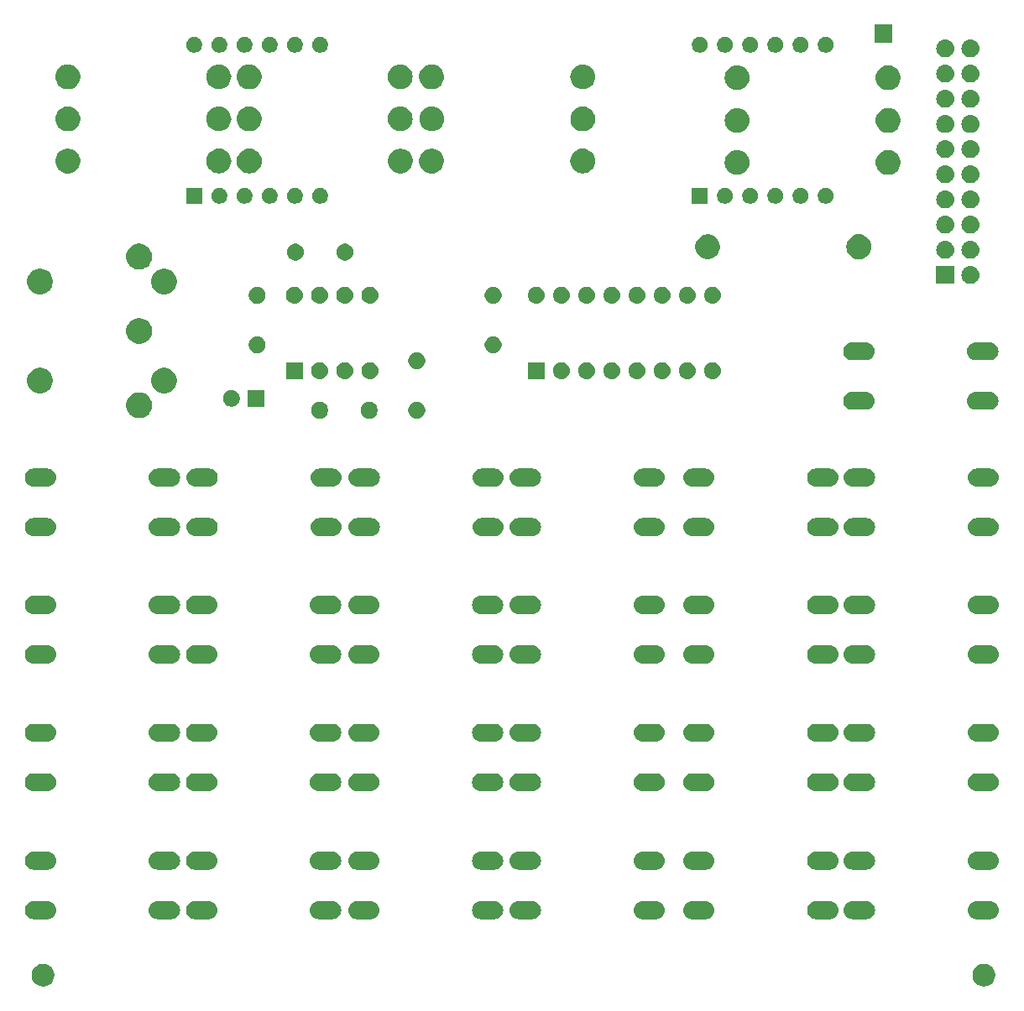
<source format=gbr>
G04 #@! TF.GenerationSoftware,KiCad,Pcbnew,(5.1.2-1)-1*
G04 #@! TF.CreationDate,2020-12-13T23:00:28+01:00*
G04 #@! TF.ProjectId,s1clone,7331636c-6f6e-4652-9e6b-696361645f70,rev?*
G04 #@! TF.SameCoordinates,Original*
G04 #@! TF.FileFunction,Soldermask,Top*
G04 #@! TF.FilePolarity,Negative*
%FSLAX46Y46*%
G04 Gerber Fmt 4.6, Leading zero omitted, Abs format (unit mm)*
G04 Created by KiCad (PCBNEW (5.1.2-1)-1) date 2020-12-13 23:00:28*
%MOMM*%
%LPD*%
G04 APERTURE LIST*
%ADD10C,0.100000*%
G04 APERTURE END LIST*
D10*
G36*
X173274549Y-147771116D02*
G01*
X173385734Y-147793232D01*
X173595203Y-147879997D01*
X173783720Y-148005960D01*
X173944040Y-148166280D01*
X174070003Y-148354797D01*
X174156768Y-148564266D01*
X174201000Y-148786636D01*
X174201000Y-149013364D01*
X174156768Y-149235734D01*
X174070003Y-149445203D01*
X173944040Y-149633720D01*
X173783720Y-149794040D01*
X173595203Y-149920003D01*
X173385734Y-150006768D01*
X173274549Y-150028884D01*
X173163365Y-150051000D01*
X172936635Y-150051000D01*
X172825451Y-150028884D01*
X172714266Y-150006768D01*
X172504797Y-149920003D01*
X172316280Y-149794040D01*
X172155960Y-149633720D01*
X172029997Y-149445203D01*
X171943232Y-149235734D01*
X171899000Y-149013364D01*
X171899000Y-148786636D01*
X171943232Y-148564266D01*
X172029997Y-148354797D01*
X172155960Y-148166280D01*
X172316280Y-148005960D01*
X172504797Y-147879997D01*
X172714266Y-147793232D01*
X172825451Y-147771116D01*
X172936635Y-147749000D01*
X173163365Y-147749000D01*
X173274549Y-147771116D01*
X173274549Y-147771116D01*
G37*
G36*
X78374549Y-147771116D02*
G01*
X78485734Y-147793232D01*
X78695203Y-147879997D01*
X78883720Y-148005960D01*
X79044040Y-148166280D01*
X79170003Y-148354797D01*
X79256768Y-148564266D01*
X79301000Y-148786636D01*
X79301000Y-149013364D01*
X79256768Y-149235734D01*
X79170003Y-149445203D01*
X79044040Y-149633720D01*
X78883720Y-149794040D01*
X78695203Y-149920003D01*
X78485734Y-150006768D01*
X78374549Y-150028884D01*
X78263365Y-150051000D01*
X78036635Y-150051000D01*
X77925451Y-150028884D01*
X77814266Y-150006768D01*
X77604797Y-149920003D01*
X77416280Y-149794040D01*
X77255960Y-149633720D01*
X77129997Y-149445203D01*
X77043232Y-149235734D01*
X76999000Y-149013364D01*
X76999000Y-148786636D01*
X77043232Y-148564266D01*
X77129997Y-148354797D01*
X77255960Y-148166280D01*
X77416280Y-148005960D01*
X77604797Y-147879997D01*
X77814266Y-147793232D01*
X77925451Y-147771116D01*
X78036635Y-147749000D01*
X78263365Y-147749000D01*
X78374549Y-147771116D01*
X78374549Y-147771116D01*
G37*
G36*
X157639694Y-141448633D02*
G01*
X157812095Y-141500931D01*
X157970983Y-141585858D01*
X158110249Y-141700151D01*
X158224542Y-141839417D01*
X158309469Y-141998305D01*
X158361767Y-142170706D01*
X158379425Y-142350000D01*
X158361767Y-142529294D01*
X158309469Y-142701695D01*
X158224542Y-142860583D01*
X158110249Y-142999849D01*
X157970983Y-143114142D01*
X157812095Y-143199069D01*
X157639694Y-143251367D01*
X157505331Y-143264600D01*
X156094669Y-143264600D01*
X155960306Y-143251367D01*
X155787905Y-143199069D01*
X155629017Y-143114142D01*
X155489751Y-142999849D01*
X155375458Y-142860583D01*
X155290531Y-142701695D01*
X155238233Y-142529294D01*
X155220575Y-142350000D01*
X155238233Y-142170706D01*
X155290531Y-141998305D01*
X155375458Y-141839417D01*
X155489751Y-141700151D01*
X155629017Y-141585858D01*
X155787905Y-141500931D01*
X155960306Y-141448633D01*
X156094669Y-141435400D01*
X157505331Y-141435400D01*
X157639694Y-141448633D01*
X157639694Y-141448633D01*
G37*
G36*
X145139694Y-141448633D02*
G01*
X145312095Y-141500931D01*
X145470983Y-141585858D01*
X145610249Y-141700151D01*
X145724542Y-141839417D01*
X145809469Y-141998305D01*
X145861767Y-142170706D01*
X145879425Y-142350000D01*
X145861767Y-142529294D01*
X145809469Y-142701695D01*
X145724542Y-142860583D01*
X145610249Y-142999849D01*
X145470983Y-143114142D01*
X145312095Y-143199069D01*
X145139694Y-143251367D01*
X145005331Y-143264600D01*
X143594669Y-143264600D01*
X143460306Y-143251367D01*
X143287905Y-143199069D01*
X143129017Y-143114142D01*
X142989751Y-142999849D01*
X142875458Y-142860583D01*
X142790531Y-142701695D01*
X142738233Y-142529294D01*
X142720575Y-142350000D01*
X142738233Y-142170706D01*
X142790531Y-141998305D01*
X142875458Y-141839417D01*
X142989751Y-141700151D01*
X143129017Y-141585858D01*
X143287905Y-141500931D01*
X143460306Y-141448633D01*
X143594669Y-141435400D01*
X145005331Y-141435400D01*
X145139694Y-141448633D01*
X145139694Y-141448633D01*
G37*
G36*
X140139694Y-141448633D02*
G01*
X140312095Y-141500931D01*
X140470983Y-141585858D01*
X140610249Y-141700151D01*
X140724542Y-141839417D01*
X140809469Y-141998305D01*
X140861767Y-142170706D01*
X140879425Y-142350000D01*
X140861767Y-142529294D01*
X140809469Y-142701695D01*
X140724542Y-142860583D01*
X140610249Y-142999849D01*
X140470983Y-143114142D01*
X140312095Y-143199069D01*
X140139694Y-143251367D01*
X140005331Y-143264600D01*
X138594669Y-143264600D01*
X138460306Y-143251367D01*
X138287905Y-143199069D01*
X138129017Y-143114142D01*
X137989751Y-142999849D01*
X137875458Y-142860583D01*
X137790531Y-142701695D01*
X137738233Y-142529294D01*
X137720575Y-142350000D01*
X137738233Y-142170706D01*
X137790531Y-141998305D01*
X137875458Y-141839417D01*
X137989751Y-141700151D01*
X138129017Y-141585858D01*
X138287905Y-141500931D01*
X138460306Y-141448633D01*
X138594669Y-141435400D01*
X140005331Y-141435400D01*
X140139694Y-141448633D01*
X140139694Y-141448633D01*
G37*
G36*
X127639694Y-141448633D02*
G01*
X127812095Y-141500931D01*
X127970983Y-141585858D01*
X128110249Y-141700151D01*
X128224542Y-141839417D01*
X128309469Y-141998305D01*
X128361767Y-142170706D01*
X128379425Y-142350000D01*
X128361767Y-142529294D01*
X128309469Y-142701695D01*
X128224542Y-142860583D01*
X128110249Y-142999849D01*
X127970983Y-143114142D01*
X127812095Y-143199069D01*
X127639694Y-143251367D01*
X127505331Y-143264600D01*
X126094669Y-143264600D01*
X125960306Y-143251367D01*
X125787905Y-143199069D01*
X125629017Y-143114142D01*
X125489751Y-142999849D01*
X125375458Y-142860583D01*
X125290531Y-142701695D01*
X125238233Y-142529294D01*
X125220575Y-142350000D01*
X125238233Y-142170706D01*
X125290531Y-141998305D01*
X125375458Y-141839417D01*
X125489751Y-141700151D01*
X125629017Y-141585858D01*
X125787905Y-141500931D01*
X125960306Y-141448633D01*
X126094669Y-141435400D01*
X127505331Y-141435400D01*
X127639694Y-141448633D01*
X127639694Y-141448633D01*
G37*
G36*
X123839694Y-141448633D02*
G01*
X124012095Y-141500931D01*
X124170983Y-141585858D01*
X124310249Y-141700151D01*
X124424542Y-141839417D01*
X124509469Y-141998305D01*
X124561767Y-142170706D01*
X124579425Y-142350000D01*
X124561767Y-142529294D01*
X124509469Y-142701695D01*
X124424542Y-142860583D01*
X124310249Y-142999849D01*
X124170983Y-143114142D01*
X124012095Y-143199069D01*
X123839694Y-143251367D01*
X123705331Y-143264600D01*
X122294669Y-143264600D01*
X122160306Y-143251367D01*
X121987905Y-143199069D01*
X121829017Y-143114142D01*
X121689751Y-142999849D01*
X121575458Y-142860583D01*
X121490531Y-142701695D01*
X121438233Y-142529294D01*
X121420575Y-142350000D01*
X121438233Y-142170706D01*
X121490531Y-141998305D01*
X121575458Y-141839417D01*
X121689751Y-141700151D01*
X121829017Y-141585858D01*
X121987905Y-141500931D01*
X122160306Y-141448633D01*
X122294669Y-141435400D01*
X123705331Y-141435400D01*
X123839694Y-141448633D01*
X123839694Y-141448633D01*
G37*
G36*
X111339694Y-141448633D02*
G01*
X111512095Y-141500931D01*
X111670983Y-141585858D01*
X111810249Y-141700151D01*
X111924542Y-141839417D01*
X112009469Y-141998305D01*
X112061767Y-142170706D01*
X112079425Y-142350000D01*
X112061767Y-142529294D01*
X112009469Y-142701695D01*
X111924542Y-142860583D01*
X111810249Y-142999849D01*
X111670983Y-143114142D01*
X111512095Y-143199069D01*
X111339694Y-143251367D01*
X111205331Y-143264600D01*
X109794669Y-143264600D01*
X109660306Y-143251367D01*
X109487905Y-143199069D01*
X109329017Y-143114142D01*
X109189751Y-142999849D01*
X109075458Y-142860583D01*
X108990531Y-142701695D01*
X108938233Y-142529294D01*
X108920575Y-142350000D01*
X108938233Y-142170706D01*
X108990531Y-141998305D01*
X109075458Y-141839417D01*
X109189751Y-141700151D01*
X109329017Y-141585858D01*
X109487905Y-141500931D01*
X109660306Y-141448633D01*
X109794669Y-141435400D01*
X111205331Y-141435400D01*
X111339694Y-141448633D01*
X111339694Y-141448633D01*
G37*
G36*
X107489694Y-141448633D02*
G01*
X107662095Y-141500931D01*
X107820983Y-141585858D01*
X107960249Y-141700151D01*
X108074542Y-141839417D01*
X108159469Y-141998305D01*
X108211767Y-142170706D01*
X108229425Y-142350000D01*
X108211767Y-142529294D01*
X108159469Y-142701695D01*
X108074542Y-142860583D01*
X107960249Y-142999849D01*
X107820983Y-143114142D01*
X107662095Y-143199069D01*
X107489694Y-143251367D01*
X107355331Y-143264600D01*
X105944669Y-143264600D01*
X105810306Y-143251367D01*
X105637905Y-143199069D01*
X105479017Y-143114142D01*
X105339751Y-142999849D01*
X105225458Y-142860583D01*
X105140531Y-142701695D01*
X105088233Y-142529294D01*
X105070575Y-142350000D01*
X105088233Y-142170706D01*
X105140531Y-141998305D01*
X105225458Y-141839417D01*
X105339751Y-141700151D01*
X105479017Y-141585858D01*
X105637905Y-141500931D01*
X105810306Y-141448633D01*
X105944669Y-141435400D01*
X107355331Y-141435400D01*
X107489694Y-141448633D01*
X107489694Y-141448633D01*
G37*
G36*
X94989694Y-141448633D02*
G01*
X95162095Y-141500931D01*
X95320983Y-141585858D01*
X95460249Y-141700151D01*
X95574542Y-141839417D01*
X95659469Y-141998305D01*
X95711767Y-142170706D01*
X95729425Y-142350000D01*
X95711767Y-142529294D01*
X95659469Y-142701695D01*
X95574542Y-142860583D01*
X95460249Y-142999849D01*
X95320983Y-143114142D01*
X95162095Y-143199069D01*
X94989694Y-143251367D01*
X94855331Y-143264600D01*
X93444669Y-143264600D01*
X93310306Y-143251367D01*
X93137905Y-143199069D01*
X92979017Y-143114142D01*
X92839751Y-142999849D01*
X92725458Y-142860583D01*
X92640531Y-142701695D01*
X92588233Y-142529294D01*
X92570575Y-142350000D01*
X92588233Y-142170706D01*
X92640531Y-141998305D01*
X92725458Y-141839417D01*
X92839751Y-141700151D01*
X92979017Y-141585858D01*
X93137905Y-141500931D01*
X93310306Y-141448633D01*
X93444669Y-141435400D01*
X94855331Y-141435400D01*
X94989694Y-141448633D01*
X94989694Y-141448633D01*
G37*
G36*
X91239694Y-141448633D02*
G01*
X91412095Y-141500931D01*
X91570983Y-141585858D01*
X91710249Y-141700151D01*
X91824542Y-141839417D01*
X91909469Y-141998305D01*
X91961767Y-142170706D01*
X91979425Y-142350000D01*
X91961767Y-142529294D01*
X91909469Y-142701695D01*
X91824542Y-142860583D01*
X91710249Y-142999849D01*
X91570983Y-143114142D01*
X91412095Y-143199069D01*
X91239694Y-143251367D01*
X91105331Y-143264600D01*
X89694669Y-143264600D01*
X89560306Y-143251367D01*
X89387905Y-143199069D01*
X89229017Y-143114142D01*
X89089751Y-142999849D01*
X88975458Y-142860583D01*
X88890531Y-142701695D01*
X88838233Y-142529294D01*
X88820575Y-142350000D01*
X88838233Y-142170706D01*
X88890531Y-141998305D01*
X88975458Y-141839417D01*
X89089751Y-141700151D01*
X89229017Y-141585858D01*
X89387905Y-141500931D01*
X89560306Y-141448633D01*
X89694669Y-141435400D01*
X91105331Y-141435400D01*
X91239694Y-141448633D01*
X91239694Y-141448633D01*
G37*
G36*
X78739694Y-141448633D02*
G01*
X78912095Y-141500931D01*
X79070983Y-141585858D01*
X79210249Y-141700151D01*
X79324542Y-141839417D01*
X79409469Y-141998305D01*
X79461767Y-142170706D01*
X79479425Y-142350000D01*
X79461767Y-142529294D01*
X79409469Y-142701695D01*
X79324542Y-142860583D01*
X79210249Y-142999849D01*
X79070983Y-143114142D01*
X78912095Y-143199069D01*
X78739694Y-143251367D01*
X78605331Y-143264600D01*
X77194669Y-143264600D01*
X77060306Y-143251367D01*
X76887905Y-143199069D01*
X76729017Y-143114142D01*
X76589751Y-142999849D01*
X76475458Y-142860583D01*
X76390531Y-142701695D01*
X76338233Y-142529294D01*
X76320575Y-142350000D01*
X76338233Y-142170706D01*
X76390531Y-141998305D01*
X76475458Y-141839417D01*
X76589751Y-141700151D01*
X76729017Y-141585858D01*
X76887905Y-141500931D01*
X77060306Y-141448633D01*
X77194669Y-141435400D01*
X78605331Y-141435400D01*
X78739694Y-141448633D01*
X78739694Y-141448633D01*
G37*
G36*
X173839694Y-141448633D02*
G01*
X174012095Y-141500931D01*
X174170983Y-141585858D01*
X174310249Y-141700151D01*
X174424542Y-141839417D01*
X174509469Y-141998305D01*
X174561767Y-142170706D01*
X174579425Y-142350000D01*
X174561767Y-142529294D01*
X174509469Y-142701695D01*
X174424542Y-142860583D01*
X174310249Y-142999849D01*
X174170983Y-143114142D01*
X174012095Y-143199069D01*
X173839694Y-143251367D01*
X173705331Y-143264600D01*
X172294669Y-143264600D01*
X172160306Y-143251367D01*
X171987905Y-143199069D01*
X171829017Y-143114142D01*
X171689751Y-142999849D01*
X171575458Y-142860583D01*
X171490531Y-142701695D01*
X171438233Y-142529294D01*
X171420575Y-142350000D01*
X171438233Y-142170706D01*
X171490531Y-141998305D01*
X171575458Y-141839417D01*
X171689751Y-141700151D01*
X171829017Y-141585858D01*
X171987905Y-141500931D01*
X172160306Y-141448633D01*
X172294669Y-141435400D01*
X173705331Y-141435400D01*
X173839694Y-141448633D01*
X173839694Y-141448633D01*
G37*
G36*
X161339694Y-141448633D02*
G01*
X161512095Y-141500931D01*
X161670983Y-141585858D01*
X161810249Y-141700151D01*
X161924542Y-141839417D01*
X162009469Y-141998305D01*
X162061767Y-142170706D01*
X162079425Y-142350000D01*
X162061767Y-142529294D01*
X162009469Y-142701695D01*
X161924542Y-142860583D01*
X161810249Y-142999849D01*
X161670983Y-143114142D01*
X161512095Y-143199069D01*
X161339694Y-143251367D01*
X161205331Y-143264600D01*
X159794669Y-143264600D01*
X159660306Y-143251367D01*
X159487905Y-143199069D01*
X159329017Y-143114142D01*
X159189751Y-142999849D01*
X159075458Y-142860583D01*
X158990531Y-142701695D01*
X158938233Y-142529294D01*
X158920575Y-142350000D01*
X158938233Y-142170706D01*
X158990531Y-141998305D01*
X159075458Y-141839417D01*
X159189751Y-141700151D01*
X159329017Y-141585858D01*
X159487905Y-141500931D01*
X159660306Y-141448633D01*
X159794669Y-141435400D01*
X161205331Y-141435400D01*
X161339694Y-141448633D01*
X161339694Y-141448633D01*
G37*
G36*
X111339694Y-136448633D02*
G01*
X111512095Y-136500931D01*
X111670983Y-136585858D01*
X111810249Y-136700151D01*
X111924542Y-136839417D01*
X112009469Y-136998305D01*
X112061767Y-137170706D01*
X112079425Y-137350000D01*
X112061767Y-137529294D01*
X112009469Y-137701695D01*
X111924542Y-137860583D01*
X111810249Y-137999849D01*
X111670983Y-138114142D01*
X111512095Y-138199069D01*
X111339694Y-138251367D01*
X111205331Y-138264600D01*
X109794669Y-138264600D01*
X109660306Y-138251367D01*
X109487905Y-138199069D01*
X109329017Y-138114142D01*
X109189751Y-137999849D01*
X109075458Y-137860583D01*
X108990531Y-137701695D01*
X108938233Y-137529294D01*
X108920575Y-137350000D01*
X108938233Y-137170706D01*
X108990531Y-136998305D01*
X109075458Y-136839417D01*
X109189751Y-136700151D01*
X109329017Y-136585858D01*
X109487905Y-136500931D01*
X109660306Y-136448633D01*
X109794669Y-136435400D01*
X111205331Y-136435400D01*
X111339694Y-136448633D01*
X111339694Y-136448633D01*
G37*
G36*
X173839694Y-136448633D02*
G01*
X174012095Y-136500931D01*
X174170983Y-136585858D01*
X174310249Y-136700151D01*
X174424542Y-136839417D01*
X174509469Y-136998305D01*
X174561767Y-137170706D01*
X174579425Y-137350000D01*
X174561767Y-137529294D01*
X174509469Y-137701695D01*
X174424542Y-137860583D01*
X174310249Y-137999849D01*
X174170983Y-138114142D01*
X174012095Y-138199069D01*
X173839694Y-138251367D01*
X173705331Y-138264600D01*
X172294669Y-138264600D01*
X172160306Y-138251367D01*
X171987905Y-138199069D01*
X171829017Y-138114142D01*
X171689751Y-137999849D01*
X171575458Y-137860583D01*
X171490531Y-137701695D01*
X171438233Y-137529294D01*
X171420575Y-137350000D01*
X171438233Y-137170706D01*
X171490531Y-136998305D01*
X171575458Y-136839417D01*
X171689751Y-136700151D01*
X171829017Y-136585858D01*
X171987905Y-136500931D01*
X172160306Y-136448633D01*
X172294669Y-136435400D01*
X173705331Y-136435400D01*
X173839694Y-136448633D01*
X173839694Y-136448633D01*
G37*
G36*
X161339694Y-136448633D02*
G01*
X161512095Y-136500931D01*
X161670983Y-136585858D01*
X161810249Y-136700151D01*
X161924542Y-136839417D01*
X162009469Y-136998305D01*
X162061767Y-137170706D01*
X162079425Y-137350000D01*
X162061767Y-137529294D01*
X162009469Y-137701695D01*
X161924542Y-137860583D01*
X161810249Y-137999849D01*
X161670983Y-138114142D01*
X161512095Y-138199069D01*
X161339694Y-138251367D01*
X161205331Y-138264600D01*
X159794669Y-138264600D01*
X159660306Y-138251367D01*
X159487905Y-138199069D01*
X159329017Y-138114142D01*
X159189751Y-137999849D01*
X159075458Y-137860583D01*
X158990531Y-137701695D01*
X158938233Y-137529294D01*
X158920575Y-137350000D01*
X158938233Y-137170706D01*
X158990531Y-136998305D01*
X159075458Y-136839417D01*
X159189751Y-136700151D01*
X159329017Y-136585858D01*
X159487905Y-136500931D01*
X159660306Y-136448633D01*
X159794669Y-136435400D01*
X161205331Y-136435400D01*
X161339694Y-136448633D01*
X161339694Y-136448633D01*
G37*
G36*
X78739694Y-136448633D02*
G01*
X78912095Y-136500931D01*
X79070983Y-136585858D01*
X79210249Y-136700151D01*
X79324542Y-136839417D01*
X79409469Y-136998305D01*
X79461767Y-137170706D01*
X79479425Y-137350000D01*
X79461767Y-137529294D01*
X79409469Y-137701695D01*
X79324542Y-137860583D01*
X79210249Y-137999849D01*
X79070983Y-138114142D01*
X78912095Y-138199069D01*
X78739694Y-138251367D01*
X78605331Y-138264600D01*
X77194669Y-138264600D01*
X77060306Y-138251367D01*
X76887905Y-138199069D01*
X76729017Y-138114142D01*
X76589751Y-137999849D01*
X76475458Y-137860583D01*
X76390531Y-137701695D01*
X76338233Y-137529294D01*
X76320575Y-137350000D01*
X76338233Y-137170706D01*
X76390531Y-136998305D01*
X76475458Y-136839417D01*
X76589751Y-136700151D01*
X76729017Y-136585858D01*
X76887905Y-136500931D01*
X77060306Y-136448633D01*
X77194669Y-136435400D01*
X78605331Y-136435400D01*
X78739694Y-136448633D01*
X78739694Y-136448633D01*
G37*
G36*
X140139694Y-136448633D02*
G01*
X140312095Y-136500931D01*
X140470983Y-136585858D01*
X140610249Y-136700151D01*
X140724542Y-136839417D01*
X140809469Y-136998305D01*
X140861767Y-137170706D01*
X140879425Y-137350000D01*
X140861767Y-137529294D01*
X140809469Y-137701695D01*
X140724542Y-137860583D01*
X140610249Y-137999849D01*
X140470983Y-138114142D01*
X140312095Y-138199069D01*
X140139694Y-138251367D01*
X140005331Y-138264600D01*
X138594669Y-138264600D01*
X138460306Y-138251367D01*
X138287905Y-138199069D01*
X138129017Y-138114142D01*
X137989751Y-137999849D01*
X137875458Y-137860583D01*
X137790531Y-137701695D01*
X137738233Y-137529294D01*
X137720575Y-137350000D01*
X137738233Y-137170706D01*
X137790531Y-136998305D01*
X137875458Y-136839417D01*
X137989751Y-136700151D01*
X138129017Y-136585858D01*
X138287905Y-136500931D01*
X138460306Y-136448633D01*
X138594669Y-136435400D01*
X140005331Y-136435400D01*
X140139694Y-136448633D01*
X140139694Y-136448633D01*
G37*
G36*
X91239694Y-136448633D02*
G01*
X91412095Y-136500931D01*
X91570983Y-136585858D01*
X91710249Y-136700151D01*
X91824542Y-136839417D01*
X91909469Y-136998305D01*
X91961767Y-137170706D01*
X91979425Y-137350000D01*
X91961767Y-137529294D01*
X91909469Y-137701695D01*
X91824542Y-137860583D01*
X91710249Y-137999849D01*
X91570983Y-138114142D01*
X91412095Y-138199069D01*
X91239694Y-138251367D01*
X91105331Y-138264600D01*
X89694669Y-138264600D01*
X89560306Y-138251367D01*
X89387905Y-138199069D01*
X89229017Y-138114142D01*
X89089751Y-137999849D01*
X88975458Y-137860583D01*
X88890531Y-137701695D01*
X88838233Y-137529294D01*
X88820575Y-137350000D01*
X88838233Y-137170706D01*
X88890531Y-136998305D01*
X88975458Y-136839417D01*
X89089751Y-136700151D01*
X89229017Y-136585858D01*
X89387905Y-136500931D01*
X89560306Y-136448633D01*
X89694669Y-136435400D01*
X91105331Y-136435400D01*
X91239694Y-136448633D01*
X91239694Y-136448633D01*
G37*
G36*
X127639694Y-136448633D02*
G01*
X127812095Y-136500931D01*
X127970983Y-136585858D01*
X128110249Y-136700151D01*
X128224542Y-136839417D01*
X128309469Y-136998305D01*
X128361767Y-137170706D01*
X128379425Y-137350000D01*
X128361767Y-137529294D01*
X128309469Y-137701695D01*
X128224542Y-137860583D01*
X128110249Y-137999849D01*
X127970983Y-138114142D01*
X127812095Y-138199069D01*
X127639694Y-138251367D01*
X127505331Y-138264600D01*
X126094669Y-138264600D01*
X125960306Y-138251367D01*
X125787905Y-138199069D01*
X125629017Y-138114142D01*
X125489751Y-137999849D01*
X125375458Y-137860583D01*
X125290531Y-137701695D01*
X125238233Y-137529294D01*
X125220575Y-137350000D01*
X125238233Y-137170706D01*
X125290531Y-136998305D01*
X125375458Y-136839417D01*
X125489751Y-136700151D01*
X125629017Y-136585858D01*
X125787905Y-136500931D01*
X125960306Y-136448633D01*
X126094669Y-136435400D01*
X127505331Y-136435400D01*
X127639694Y-136448633D01*
X127639694Y-136448633D01*
G37*
G36*
X94989694Y-136448633D02*
G01*
X95162095Y-136500931D01*
X95320983Y-136585858D01*
X95460249Y-136700151D01*
X95574542Y-136839417D01*
X95659469Y-136998305D01*
X95711767Y-137170706D01*
X95729425Y-137350000D01*
X95711767Y-137529294D01*
X95659469Y-137701695D01*
X95574542Y-137860583D01*
X95460249Y-137999849D01*
X95320983Y-138114142D01*
X95162095Y-138199069D01*
X94989694Y-138251367D01*
X94855331Y-138264600D01*
X93444669Y-138264600D01*
X93310306Y-138251367D01*
X93137905Y-138199069D01*
X92979017Y-138114142D01*
X92839751Y-137999849D01*
X92725458Y-137860583D01*
X92640531Y-137701695D01*
X92588233Y-137529294D01*
X92570575Y-137350000D01*
X92588233Y-137170706D01*
X92640531Y-136998305D01*
X92725458Y-136839417D01*
X92839751Y-136700151D01*
X92979017Y-136585858D01*
X93137905Y-136500931D01*
X93310306Y-136448633D01*
X93444669Y-136435400D01*
X94855331Y-136435400D01*
X94989694Y-136448633D01*
X94989694Y-136448633D01*
G37*
G36*
X157639694Y-136448633D02*
G01*
X157812095Y-136500931D01*
X157970983Y-136585858D01*
X158110249Y-136700151D01*
X158224542Y-136839417D01*
X158309469Y-136998305D01*
X158361767Y-137170706D01*
X158379425Y-137350000D01*
X158361767Y-137529294D01*
X158309469Y-137701695D01*
X158224542Y-137860583D01*
X158110249Y-137999849D01*
X157970983Y-138114142D01*
X157812095Y-138199069D01*
X157639694Y-138251367D01*
X157505331Y-138264600D01*
X156094669Y-138264600D01*
X155960306Y-138251367D01*
X155787905Y-138199069D01*
X155629017Y-138114142D01*
X155489751Y-137999849D01*
X155375458Y-137860583D01*
X155290531Y-137701695D01*
X155238233Y-137529294D01*
X155220575Y-137350000D01*
X155238233Y-137170706D01*
X155290531Y-136998305D01*
X155375458Y-136839417D01*
X155489751Y-136700151D01*
X155629017Y-136585858D01*
X155787905Y-136500931D01*
X155960306Y-136448633D01*
X156094669Y-136435400D01*
X157505331Y-136435400D01*
X157639694Y-136448633D01*
X157639694Y-136448633D01*
G37*
G36*
X107489694Y-136448633D02*
G01*
X107662095Y-136500931D01*
X107820983Y-136585858D01*
X107960249Y-136700151D01*
X108074542Y-136839417D01*
X108159469Y-136998305D01*
X108211767Y-137170706D01*
X108229425Y-137350000D01*
X108211767Y-137529294D01*
X108159469Y-137701695D01*
X108074542Y-137860583D01*
X107960249Y-137999849D01*
X107820983Y-138114142D01*
X107662095Y-138199069D01*
X107489694Y-138251367D01*
X107355331Y-138264600D01*
X105944669Y-138264600D01*
X105810306Y-138251367D01*
X105637905Y-138199069D01*
X105479017Y-138114142D01*
X105339751Y-137999849D01*
X105225458Y-137860583D01*
X105140531Y-137701695D01*
X105088233Y-137529294D01*
X105070575Y-137350000D01*
X105088233Y-137170706D01*
X105140531Y-136998305D01*
X105225458Y-136839417D01*
X105339751Y-136700151D01*
X105479017Y-136585858D01*
X105637905Y-136500931D01*
X105810306Y-136448633D01*
X105944669Y-136435400D01*
X107355331Y-136435400D01*
X107489694Y-136448633D01*
X107489694Y-136448633D01*
G37*
G36*
X145139694Y-136448633D02*
G01*
X145312095Y-136500931D01*
X145470983Y-136585858D01*
X145610249Y-136700151D01*
X145724542Y-136839417D01*
X145809469Y-136998305D01*
X145861767Y-137170706D01*
X145879425Y-137350000D01*
X145861767Y-137529294D01*
X145809469Y-137701695D01*
X145724542Y-137860583D01*
X145610249Y-137999849D01*
X145470983Y-138114142D01*
X145312095Y-138199069D01*
X145139694Y-138251367D01*
X145005331Y-138264600D01*
X143594669Y-138264600D01*
X143460306Y-138251367D01*
X143287905Y-138199069D01*
X143129017Y-138114142D01*
X142989751Y-137999849D01*
X142875458Y-137860583D01*
X142790531Y-137701695D01*
X142738233Y-137529294D01*
X142720575Y-137350000D01*
X142738233Y-137170706D01*
X142790531Y-136998305D01*
X142875458Y-136839417D01*
X142989751Y-136700151D01*
X143129017Y-136585858D01*
X143287905Y-136500931D01*
X143460306Y-136448633D01*
X143594669Y-136435400D01*
X145005331Y-136435400D01*
X145139694Y-136448633D01*
X145139694Y-136448633D01*
G37*
G36*
X123839694Y-136448633D02*
G01*
X124012095Y-136500931D01*
X124170983Y-136585858D01*
X124310249Y-136700151D01*
X124424542Y-136839417D01*
X124509469Y-136998305D01*
X124561767Y-137170706D01*
X124579425Y-137350000D01*
X124561767Y-137529294D01*
X124509469Y-137701695D01*
X124424542Y-137860583D01*
X124310249Y-137999849D01*
X124170983Y-138114142D01*
X124012095Y-138199069D01*
X123839694Y-138251367D01*
X123705331Y-138264600D01*
X122294669Y-138264600D01*
X122160306Y-138251367D01*
X121987905Y-138199069D01*
X121829017Y-138114142D01*
X121689751Y-137999849D01*
X121575458Y-137860583D01*
X121490531Y-137701695D01*
X121438233Y-137529294D01*
X121420575Y-137350000D01*
X121438233Y-137170706D01*
X121490531Y-136998305D01*
X121575458Y-136839417D01*
X121689751Y-136700151D01*
X121829017Y-136585858D01*
X121987905Y-136500931D01*
X122160306Y-136448633D01*
X122294669Y-136435400D01*
X123705331Y-136435400D01*
X123839694Y-136448633D01*
X123839694Y-136448633D01*
G37*
G36*
X157639694Y-128548633D02*
G01*
X157812095Y-128600931D01*
X157970983Y-128685858D01*
X158110249Y-128800151D01*
X158224542Y-128939417D01*
X158309469Y-129098305D01*
X158361767Y-129270706D01*
X158379425Y-129450000D01*
X158361767Y-129629294D01*
X158309469Y-129801695D01*
X158224542Y-129960583D01*
X158110249Y-130099849D01*
X157970983Y-130214142D01*
X157812095Y-130299069D01*
X157639694Y-130351367D01*
X157505331Y-130364600D01*
X156094669Y-130364600D01*
X155960306Y-130351367D01*
X155787905Y-130299069D01*
X155629017Y-130214142D01*
X155489751Y-130099849D01*
X155375458Y-129960583D01*
X155290531Y-129801695D01*
X155238233Y-129629294D01*
X155220575Y-129450000D01*
X155238233Y-129270706D01*
X155290531Y-129098305D01*
X155375458Y-128939417D01*
X155489751Y-128800151D01*
X155629017Y-128685858D01*
X155787905Y-128600931D01*
X155960306Y-128548633D01*
X156094669Y-128535400D01*
X157505331Y-128535400D01*
X157639694Y-128548633D01*
X157639694Y-128548633D01*
G37*
G36*
X145139694Y-128548633D02*
G01*
X145312095Y-128600931D01*
X145470983Y-128685858D01*
X145610249Y-128800151D01*
X145724542Y-128939417D01*
X145809469Y-129098305D01*
X145861767Y-129270706D01*
X145879425Y-129450000D01*
X145861767Y-129629294D01*
X145809469Y-129801695D01*
X145724542Y-129960583D01*
X145610249Y-130099849D01*
X145470983Y-130214142D01*
X145312095Y-130299069D01*
X145139694Y-130351367D01*
X145005331Y-130364600D01*
X143594669Y-130364600D01*
X143460306Y-130351367D01*
X143287905Y-130299069D01*
X143129017Y-130214142D01*
X142989751Y-130099849D01*
X142875458Y-129960583D01*
X142790531Y-129801695D01*
X142738233Y-129629294D01*
X142720575Y-129450000D01*
X142738233Y-129270706D01*
X142790531Y-129098305D01*
X142875458Y-128939417D01*
X142989751Y-128800151D01*
X143129017Y-128685858D01*
X143287905Y-128600931D01*
X143460306Y-128548633D01*
X143594669Y-128535400D01*
X145005331Y-128535400D01*
X145139694Y-128548633D01*
X145139694Y-128548633D01*
G37*
G36*
X91239694Y-128548633D02*
G01*
X91412095Y-128600931D01*
X91570983Y-128685858D01*
X91710249Y-128800151D01*
X91824542Y-128939417D01*
X91909469Y-129098305D01*
X91961767Y-129270706D01*
X91979425Y-129450000D01*
X91961767Y-129629294D01*
X91909469Y-129801695D01*
X91824542Y-129960583D01*
X91710249Y-130099849D01*
X91570983Y-130214142D01*
X91412095Y-130299069D01*
X91239694Y-130351367D01*
X91105331Y-130364600D01*
X89694669Y-130364600D01*
X89560306Y-130351367D01*
X89387905Y-130299069D01*
X89229017Y-130214142D01*
X89089751Y-130099849D01*
X88975458Y-129960583D01*
X88890531Y-129801695D01*
X88838233Y-129629294D01*
X88820575Y-129450000D01*
X88838233Y-129270706D01*
X88890531Y-129098305D01*
X88975458Y-128939417D01*
X89089751Y-128800151D01*
X89229017Y-128685858D01*
X89387905Y-128600931D01*
X89560306Y-128548633D01*
X89694669Y-128535400D01*
X91105331Y-128535400D01*
X91239694Y-128548633D01*
X91239694Y-128548633D01*
G37*
G36*
X78739694Y-128548633D02*
G01*
X78912095Y-128600931D01*
X79070983Y-128685858D01*
X79210249Y-128800151D01*
X79324542Y-128939417D01*
X79409469Y-129098305D01*
X79461767Y-129270706D01*
X79479425Y-129450000D01*
X79461767Y-129629294D01*
X79409469Y-129801695D01*
X79324542Y-129960583D01*
X79210249Y-130099849D01*
X79070983Y-130214142D01*
X78912095Y-130299069D01*
X78739694Y-130351367D01*
X78605331Y-130364600D01*
X77194669Y-130364600D01*
X77060306Y-130351367D01*
X76887905Y-130299069D01*
X76729017Y-130214142D01*
X76589751Y-130099849D01*
X76475458Y-129960583D01*
X76390531Y-129801695D01*
X76338233Y-129629294D01*
X76320575Y-129450000D01*
X76338233Y-129270706D01*
X76390531Y-129098305D01*
X76475458Y-128939417D01*
X76589751Y-128800151D01*
X76729017Y-128685858D01*
X76887905Y-128600931D01*
X77060306Y-128548633D01*
X77194669Y-128535400D01*
X78605331Y-128535400D01*
X78739694Y-128548633D01*
X78739694Y-128548633D01*
G37*
G36*
X94989694Y-128548633D02*
G01*
X95162095Y-128600931D01*
X95320983Y-128685858D01*
X95460249Y-128800151D01*
X95574542Y-128939417D01*
X95659469Y-129098305D01*
X95711767Y-129270706D01*
X95729425Y-129450000D01*
X95711767Y-129629294D01*
X95659469Y-129801695D01*
X95574542Y-129960583D01*
X95460249Y-130099849D01*
X95320983Y-130214142D01*
X95162095Y-130299069D01*
X94989694Y-130351367D01*
X94855331Y-130364600D01*
X93444669Y-130364600D01*
X93310306Y-130351367D01*
X93137905Y-130299069D01*
X92979017Y-130214142D01*
X92839751Y-130099849D01*
X92725458Y-129960583D01*
X92640531Y-129801695D01*
X92588233Y-129629294D01*
X92570575Y-129450000D01*
X92588233Y-129270706D01*
X92640531Y-129098305D01*
X92725458Y-128939417D01*
X92839751Y-128800151D01*
X92979017Y-128685858D01*
X93137905Y-128600931D01*
X93310306Y-128548633D01*
X93444669Y-128535400D01*
X94855331Y-128535400D01*
X94989694Y-128548633D01*
X94989694Y-128548633D01*
G37*
G36*
X107489694Y-128548633D02*
G01*
X107662095Y-128600931D01*
X107820983Y-128685858D01*
X107960249Y-128800151D01*
X108074542Y-128939417D01*
X108159469Y-129098305D01*
X108211767Y-129270706D01*
X108229425Y-129450000D01*
X108211767Y-129629294D01*
X108159469Y-129801695D01*
X108074542Y-129960583D01*
X107960249Y-130099849D01*
X107820983Y-130214142D01*
X107662095Y-130299069D01*
X107489694Y-130351367D01*
X107355331Y-130364600D01*
X105944669Y-130364600D01*
X105810306Y-130351367D01*
X105637905Y-130299069D01*
X105479017Y-130214142D01*
X105339751Y-130099849D01*
X105225458Y-129960583D01*
X105140531Y-129801695D01*
X105088233Y-129629294D01*
X105070575Y-129450000D01*
X105088233Y-129270706D01*
X105140531Y-129098305D01*
X105225458Y-128939417D01*
X105339751Y-128800151D01*
X105479017Y-128685858D01*
X105637905Y-128600931D01*
X105810306Y-128548633D01*
X105944669Y-128535400D01*
X107355331Y-128535400D01*
X107489694Y-128548633D01*
X107489694Y-128548633D01*
G37*
G36*
X111339694Y-128548633D02*
G01*
X111512095Y-128600931D01*
X111670983Y-128685858D01*
X111810249Y-128800151D01*
X111924542Y-128939417D01*
X112009469Y-129098305D01*
X112061767Y-129270706D01*
X112079425Y-129450000D01*
X112061767Y-129629294D01*
X112009469Y-129801695D01*
X111924542Y-129960583D01*
X111810249Y-130099849D01*
X111670983Y-130214142D01*
X111512095Y-130299069D01*
X111339694Y-130351367D01*
X111205331Y-130364600D01*
X109794669Y-130364600D01*
X109660306Y-130351367D01*
X109487905Y-130299069D01*
X109329017Y-130214142D01*
X109189751Y-130099849D01*
X109075458Y-129960583D01*
X108990531Y-129801695D01*
X108938233Y-129629294D01*
X108920575Y-129450000D01*
X108938233Y-129270706D01*
X108990531Y-129098305D01*
X109075458Y-128939417D01*
X109189751Y-128800151D01*
X109329017Y-128685858D01*
X109487905Y-128600931D01*
X109660306Y-128548633D01*
X109794669Y-128535400D01*
X111205331Y-128535400D01*
X111339694Y-128548633D01*
X111339694Y-128548633D01*
G37*
G36*
X123839694Y-128548633D02*
G01*
X124012095Y-128600931D01*
X124170983Y-128685858D01*
X124310249Y-128800151D01*
X124424542Y-128939417D01*
X124509469Y-129098305D01*
X124561767Y-129270706D01*
X124579425Y-129450000D01*
X124561767Y-129629294D01*
X124509469Y-129801695D01*
X124424542Y-129960583D01*
X124310249Y-130099849D01*
X124170983Y-130214142D01*
X124012095Y-130299069D01*
X123839694Y-130351367D01*
X123705331Y-130364600D01*
X122294669Y-130364600D01*
X122160306Y-130351367D01*
X121987905Y-130299069D01*
X121829017Y-130214142D01*
X121689751Y-130099849D01*
X121575458Y-129960583D01*
X121490531Y-129801695D01*
X121438233Y-129629294D01*
X121420575Y-129450000D01*
X121438233Y-129270706D01*
X121490531Y-129098305D01*
X121575458Y-128939417D01*
X121689751Y-128800151D01*
X121829017Y-128685858D01*
X121987905Y-128600931D01*
X122160306Y-128548633D01*
X122294669Y-128535400D01*
X123705331Y-128535400D01*
X123839694Y-128548633D01*
X123839694Y-128548633D01*
G37*
G36*
X161339694Y-128548633D02*
G01*
X161512095Y-128600931D01*
X161670983Y-128685858D01*
X161810249Y-128800151D01*
X161924542Y-128939417D01*
X162009469Y-129098305D01*
X162061767Y-129270706D01*
X162079425Y-129450000D01*
X162061767Y-129629294D01*
X162009469Y-129801695D01*
X161924542Y-129960583D01*
X161810249Y-130099849D01*
X161670983Y-130214142D01*
X161512095Y-130299069D01*
X161339694Y-130351367D01*
X161205331Y-130364600D01*
X159794669Y-130364600D01*
X159660306Y-130351367D01*
X159487905Y-130299069D01*
X159329017Y-130214142D01*
X159189751Y-130099849D01*
X159075458Y-129960583D01*
X158990531Y-129801695D01*
X158938233Y-129629294D01*
X158920575Y-129450000D01*
X158938233Y-129270706D01*
X158990531Y-129098305D01*
X159075458Y-128939417D01*
X159189751Y-128800151D01*
X159329017Y-128685858D01*
X159487905Y-128600931D01*
X159660306Y-128548633D01*
X159794669Y-128535400D01*
X161205331Y-128535400D01*
X161339694Y-128548633D01*
X161339694Y-128548633D01*
G37*
G36*
X173839694Y-128548633D02*
G01*
X174012095Y-128600931D01*
X174170983Y-128685858D01*
X174310249Y-128800151D01*
X174424542Y-128939417D01*
X174509469Y-129098305D01*
X174561767Y-129270706D01*
X174579425Y-129450000D01*
X174561767Y-129629294D01*
X174509469Y-129801695D01*
X174424542Y-129960583D01*
X174310249Y-130099849D01*
X174170983Y-130214142D01*
X174012095Y-130299069D01*
X173839694Y-130351367D01*
X173705331Y-130364600D01*
X172294669Y-130364600D01*
X172160306Y-130351367D01*
X171987905Y-130299069D01*
X171829017Y-130214142D01*
X171689751Y-130099849D01*
X171575458Y-129960583D01*
X171490531Y-129801695D01*
X171438233Y-129629294D01*
X171420575Y-129450000D01*
X171438233Y-129270706D01*
X171490531Y-129098305D01*
X171575458Y-128939417D01*
X171689751Y-128800151D01*
X171829017Y-128685858D01*
X171987905Y-128600931D01*
X172160306Y-128548633D01*
X172294669Y-128535400D01*
X173705331Y-128535400D01*
X173839694Y-128548633D01*
X173839694Y-128548633D01*
G37*
G36*
X127639694Y-128548633D02*
G01*
X127812095Y-128600931D01*
X127970983Y-128685858D01*
X128110249Y-128800151D01*
X128224542Y-128939417D01*
X128309469Y-129098305D01*
X128361767Y-129270706D01*
X128379425Y-129450000D01*
X128361767Y-129629294D01*
X128309469Y-129801695D01*
X128224542Y-129960583D01*
X128110249Y-130099849D01*
X127970983Y-130214142D01*
X127812095Y-130299069D01*
X127639694Y-130351367D01*
X127505331Y-130364600D01*
X126094669Y-130364600D01*
X125960306Y-130351367D01*
X125787905Y-130299069D01*
X125629017Y-130214142D01*
X125489751Y-130099849D01*
X125375458Y-129960583D01*
X125290531Y-129801695D01*
X125238233Y-129629294D01*
X125220575Y-129450000D01*
X125238233Y-129270706D01*
X125290531Y-129098305D01*
X125375458Y-128939417D01*
X125489751Y-128800151D01*
X125629017Y-128685858D01*
X125787905Y-128600931D01*
X125960306Y-128548633D01*
X126094669Y-128535400D01*
X127505331Y-128535400D01*
X127639694Y-128548633D01*
X127639694Y-128548633D01*
G37*
G36*
X140139694Y-128548633D02*
G01*
X140312095Y-128600931D01*
X140470983Y-128685858D01*
X140610249Y-128800151D01*
X140724542Y-128939417D01*
X140809469Y-129098305D01*
X140861767Y-129270706D01*
X140879425Y-129450000D01*
X140861767Y-129629294D01*
X140809469Y-129801695D01*
X140724542Y-129960583D01*
X140610249Y-130099849D01*
X140470983Y-130214142D01*
X140312095Y-130299069D01*
X140139694Y-130351367D01*
X140005331Y-130364600D01*
X138594669Y-130364600D01*
X138460306Y-130351367D01*
X138287905Y-130299069D01*
X138129017Y-130214142D01*
X137989751Y-130099849D01*
X137875458Y-129960583D01*
X137790531Y-129801695D01*
X137738233Y-129629294D01*
X137720575Y-129450000D01*
X137738233Y-129270706D01*
X137790531Y-129098305D01*
X137875458Y-128939417D01*
X137989751Y-128800151D01*
X138129017Y-128685858D01*
X138287905Y-128600931D01*
X138460306Y-128548633D01*
X138594669Y-128535400D01*
X140005331Y-128535400D01*
X140139694Y-128548633D01*
X140139694Y-128548633D01*
G37*
G36*
X111339694Y-123548633D02*
G01*
X111512095Y-123600931D01*
X111670983Y-123685858D01*
X111810249Y-123800151D01*
X111924542Y-123939417D01*
X112009469Y-124098305D01*
X112061767Y-124270706D01*
X112079425Y-124450000D01*
X112061767Y-124629294D01*
X112009469Y-124801695D01*
X111924542Y-124960583D01*
X111810249Y-125099849D01*
X111670983Y-125214142D01*
X111512095Y-125299069D01*
X111339694Y-125351367D01*
X111205331Y-125364600D01*
X109794669Y-125364600D01*
X109660306Y-125351367D01*
X109487905Y-125299069D01*
X109329017Y-125214142D01*
X109189751Y-125099849D01*
X109075458Y-124960583D01*
X108990531Y-124801695D01*
X108938233Y-124629294D01*
X108920575Y-124450000D01*
X108938233Y-124270706D01*
X108990531Y-124098305D01*
X109075458Y-123939417D01*
X109189751Y-123800151D01*
X109329017Y-123685858D01*
X109487905Y-123600931D01*
X109660306Y-123548633D01*
X109794669Y-123535400D01*
X111205331Y-123535400D01*
X111339694Y-123548633D01*
X111339694Y-123548633D01*
G37*
G36*
X127639694Y-123548633D02*
G01*
X127812095Y-123600931D01*
X127970983Y-123685858D01*
X128110249Y-123800151D01*
X128224542Y-123939417D01*
X128309469Y-124098305D01*
X128361767Y-124270706D01*
X128379425Y-124450000D01*
X128361767Y-124629294D01*
X128309469Y-124801695D01*
X128224542Y-124960583D01*
X128110249Y-125099849D01*
X127970983Y-125214142D01*
X127812095Y-125299069D01*
X127639694Y-125351367D01*
X127505331Y-125364600D01*
X126094669Y-125364600D01*
X125960306Y-125351367D01*
X125787905Y-125299069D01*
X125629017Y-125214142D01*
X125489751Y-125099849D01*
X125375458Y-124960583D01*
X125290531Y-124801695D01*
X125238233Y-124629294D01*
X125220575Y-124450000D01*
X125238233Y-124270706D01*
X125290531Y-124098305D01*
X125375458Y-123939417D01*
X125489751Y-123800151D01*
X125629017Y-123685858D01*
X125787905Y-123600931D01*
X125960306Y-123548633D01*
X126094669Y-123535400D01*
X127505331Y-123535400D01*
X127639694Y-123548633D01*
X127639694Y-123548633D01*
G37*
G36*
X173839694Y-123548633D02*
G01*
X174012095Y-123600931D01*
X174170983Y-123685858D01*
X174310249Y-123800151D01*
X174424542Y-123939417D01*
X174509469Y-124098305D01*
X174561767Y-124270706D01*
X174579425Y-124450000D01*
X174561767Y-124629294D01*
X174509469Y-124801695D01*
X174424542Y-124960583D01*
X174310249Y-125099849D01*
X174170983Y-125214142D01*
X174012095Y-125299069D01*
X173839694Y-125351367D01*
X173705331Y-125364600D01*
X172294669Y-125364600D01*
X172160306Y-125351367D01*
X171987905Y-125299069D01*
X171829017Y-125214142D01*
X171689751Y-125099849D01*
X171575458Y-124960583D01*
X171490531Y-124801695D01*
X171438233Y-124629294D01*
X171420575Y-124450000D01*
X171438233Y-124270706D01*
X171490531Y-124098305D01*
X171575458Y-123939417D01*
X171689751Y-123800151D01*
X171829017Y-123685858D01*
X171987905Y-123600931D01*
X172160306Y-123548633D01*
X172294669Y-123535400D01*
X173705331Y-123535400D01*
X173839694Y-123548633D01*
X173839694Y-123548633D01*
G37*
G36*
X161339694Y-123548633D02*
G01*
X161512095Y-123600931D01*
X161670983Y-123685858D01*
X161810249Y-123800151D01*
X161924542Y-123939417D01*
X162009469Y-124098305D01*
X162061767Y-124270706D01*
X162079425Y-124450000D01*
X162061767Y-124629294D01*
X162009469Y-124801695D01*
X161924542Y-124960583D01*
X161810249Y-125099849D01*
X161670983Y-125214142D01*
X161512095Y-125299069D01*
X161339694Y-125351367D01*
X161205331Y-125364600D01*
X159794669Y-125364600D01*
X159660306Y-125351367D01*
X159487905Y-125299069D01*
X159329017Y-125214142D01*
X159189751Y-125099849D01*
X159075458Y-124960583D01*
X158990531Y-124801695D01*
X158938233Y-124629294D01*
X158920575Y-124450000D01*
X158938233Y-124270706D01*
X158990531Y-124098305D01*
X159075458Y-123939417D01*
X159189751Y-123800151D01*
X159329017Y-123685858D01*
X159487905Y-123600931D01*
X159660306Y-123548633D01*
X159794669Y-123535400D01*
X161205331Y-123535400D01*
X161339694Y-123548633D01*
X161339694Y-123548633D01*
G37*
G36*
X78739694Y-123548633D02*
G01*
X78912095Y-123600931D01*
X79070983Y-123685858D01*
X79210249Y-123800151D01*
X79324542Y-123939417D01*
X79409469Y-124098305D01*
X79461767Y-124270706D01*
X79479425Y-124450000D01*
X79461767Y-124629294D01*
X79409469Y-124801695D01*
X79324542Y-124960583D01*
X79210249Y-125099849D01*
X79070983Y-125214142D01*
X78912095Y-125299069D01*
X78739694Y-125351367D01*
X78605331Y-125364600D01*
X77194669Y-125364600D01*
X77060306Y-125351367D01*
X76887905Y-125299069D01*
X76729017Y-125214142D01*
X76589751Y-125099849D01*
X76475458Y-124960583D01*
X76390531Y-124801695D01*
X76338233Y-124629294D01*
X76320575Y-124450000D01*
X76338233Y-124270706D01*
X76390531Y-124098305D01*
X76475458Y-123939417D01*
X76589751Y-123800151D01*
X76729017Y-123685858D01*
X76887905Y-123600931D01*
X77060306Y-123548633D01*
X77194669Y-123535400D01*
X78605331Y-123535400D01*
X78739694Y-123548633D01*
X78739694Y-123548633D01*
G37*
G36*
X157639694Y-123548633D02*
G01*
X157812095Y-123600931D01*
X157970983Y-123685858D01*
X158110249Y-123800151D01*
X158224542Y-123939417D01*
X158309469Y-124098305D01*
X158361767Y-124270706D01*
X158379425Y-124450000D01*
X158361767Y-124629294D01*
X158309469Y-124801695D01*
X158224542Y-124960583D01*
X158110249Y-125099849D01*
X157970983Y-125214142D01*
X157812095Y-125299069D01*
X157639694Y-125351367D01*
X157505331Y-125364600D01*
X156094669Y-125364600D01*
X155960306Y-125351367D01*
X155787905Y-125299069D01*
X155629017Y-125214142D01*
X155489751Y-125099849D01*
X155375458Y-124960583D01*
X155290531Y-124801695D01*
X155238233Y-124629294D01*
X155220575Y-124450000D01*
X155238233Y-124270706D01*
X155290531Y-124098305D01*
X155375458Y-123939417D01*
X155489751Y-123800151D01*
X155629017Y-123685858D01*
X155787905Y-123600931D01*
X155960306Y-123548633D01*
X156094669Y-123535400D01*
X157505331Y-123535400D01*
X157639694Y-123548633D01*
X157639694Y-123548633D01*
G37*
G36*
X91239694Y-123548633D02*
G01*
X91412095Y-123600931D01*
X91570983Y-123685858D01*
X91710249Y-123800151D01*
X91824542Y-123939417D01*
X91909469Y-124098305D01*
X91961767Y-124270706D01*
X91979425Y-124450000D01*
X91961767Y-124629294D01*
X91909469Y-124801695D01*
X91824542Y-124960583D01*
X91710249Y-125099849D01*
X91570983Y-125214142D01*
X91412095Y-125299069D01*
X91239694Y-125351367D01*
X91105331Y-125364600D01*
X89694669Y-125364600D01*
X89560306Y-125351367D01*
X89387905Y-125299069D01*
X89229017Y-125214142D01*
X89089751Y-125099849D01*
X88975458Y-124960583D01*
X88890531Y-124801695D01*
X88838233Y-124629294D01*
X88820575Y-124450000D01*
X88838233Y-124270706D01*
X88890531Y-124098305D01*
X88975458Y-123939417D01*
X89089751Y-123800151D01*
X89229017Y-123685858D01*
X89387905Y-123600931D01*
X89560306Y-123548633D01*
X89694669Y-123535400D01*
X91105331Y-123535400D01*
X91239694Y-123548633D01*
X91239694Y-123548633D01*
G37*
G36*
X94989694Y-123548633D02*
G01*
X95162095Y-123600931D01*
X95320983Y-123685858D01*
X95460249Y-123800151D01*
X95574542Y-123939417D01*
X95659469Y-124098305D01*
X95711767Y-124270706D01*
X95729425Y-124450000D01*
X95711767Y-124629294D01*
X95659469Y-124801695D01*
X95574542Y-124960583D01*
X95460249Y-125099849D01*
X95320983Y-125214142D01*
X95162095Y-125299069D01*
X94989694Y-125351367D01*
X94855331Y-125364600D01*
X93444669Y-125364600D01*
X93310306Y-125351367D01*
X93137905Y-125299069D01*
X92979017Y-125214142D01*
X92839751Y-125099849D01*
X92725458Y-124960583D01*
X92640531Y-124801695D01*
X92588233Y-124629294D01*
X92570575Y-124450000D01*
X92588233Y-124270706D01*
X92640531Y-124098305D01*
X92725458Y-123939417D01*
X92839751Y-123800151D01*
X92979017Y-123685858D01*
X93137905Y-123600931D01*
X93310306Y-123548633D01*
X93444669Y-123535400D01*
X94855331Y-123535400D01*
X94989694Y-123548633D01*
X94989694Y-123548633D01*
G37*
G36*
X107489694Y-123548633D02*
G01*
X107662095Y-123600931D01*
X107820983Y-123685858D01*
X107960249Y-123800151D01*
X108074542Y-123939417D01*
X108159469Y-124098305D01*
X108211767Y-124270706D01*
X108229425Y-124450000D01*
X108211767Y-124629294D01*
X108159469Y-124801695D01*
X108074542Y-124960583D01*
X107960249Y-125099849D01*
X107820983Y-125214142D01*
X107662095Y-125299069D01*
X107489694Y-125351367D01*
X107355331Y-125364600D01*
X105944669Y-125364600D01*
X105810306Y-125351367D01*
X105637905Y-125299069D01*
X105479017Y-125214142D01*
X105339751Y-125099849D01*
X105225458Y-124960583D01*
X105140531Y-124801695D01*
X105088233Y-124629294D01*
X105070575Y-124450000D01*
X105088233Y-124270706D01*
X105140531Y-124098305D01*
X105225458Y-123939417D01*
X105339751Y-123800151D01*
X105479017Y-123685858D01*
X105637905Y-123600931D01*
X105810306Y-123548633D01*
X105944669Y-123535400D01*
X107355331Y-123535400D01*
X107489694Y-123548633D01*
X107489694Y-123548633D01*
G37*
G36*
X145139694Y-123548633D02*
G01*
X145312095Y-123600931D01*
X145470983Y-123685858D01*
X145610249Y-123800151D01*
X145724542Y-123939417D01*
X145809469Y-124098305D01*
X145861767Y-124270706D01*
X145879425Y-124450000D01*
X145861767Y-124629294D01*
X145809469Y-124801695D01*
X145724542Y-124960583D01*
X145610249Y-125099849D01*
X145470983Y-125214142D01*
X145312095Y-125299069D01*
X145139694Y-125351367D01*
X145005331Y-125364600D01*
X143594669Y-125364600D01*
X143460306Y-125351367D01*
X143287905Y-125299069D01*
X143129017Y-125214142D01*
X142989751Y-125099849D01*
X142875458Y-124960583D01*
X142790531Y-124801695D01*
X142738233Y-124629294D01*
X142720575Y-124450000D01*
X142738233Y-124270706D01*
X142790531Y-124098305D01*
X142875458Y-123939417D01*
X142989751Y-123800151D01*
X143129017Y-123685858D01*
X143287905Y-123600931D01*
X143460306Y-123548633D01*
X143594669Y-123535400D01*
X145005331Y-123535400D01*
X145139694Y-123548633D01*
X145139694Y-123548633D01*
G37*
G36*
X140139694Y-123548633D02*
G01*
X140312095Y-123600931D01*
X140470983Y-123685858D01*
X140610249Y-123800151D01*
X140724542Y-123939417D01*
X140809469Y-124098305D01*
X140861767Y-124270706D01*
X140879425Y-124450000D01*
X140861767Y-124629294D01*
X140809469Y-124801695D01*
X140724542Y-124960583D01*
X140610249Y-125099849D01*
X140470983Y-125214142D01*
X140312095Y-125299069D01*
X140139694Y-125351367D01*
X140005331Y-125364600D01*
X138594669Y-125364600D01*
X138460306Y-125351367D01*
X138287905Y-125299069D01*
X138129017Y-125214142D01*
X137989751Y-125099849D01*
X137875458Y-124960583D01*
X137790531Y-124801695D01*
X137738233Y-124629294D01*
X137720575Y-124450000D01*
X137738233Y-124270706D01*
X137790531Y-124098305D01*
X137875458Y-123939417D01*
X137989751Y-123800151D01*
X138129017Y-123685858D01*
X138287905Y-123600931D01*
X138460306Y-123548633D01*
X138594669Y-123535400D01*
X140005331Y-123535400D01*
X140139694Y-123548633D01*
X140139694Y-123548633D01*
G37*
G36*
X123839694Y-123548633D02*
G01*
X124012095Y-123600931D01*
X124170983Y-123685858D01*
X124310249Y-123800151D01*
X124424542Y-123939417D01*
X124509469Y-124098305D01*
X124561767Y-124270706D01*
X124579425Y-124450000D01*
X124561767Y-124629294D01*
X124509469Y-124801695D01*
X124424542Y-124960583D01*
X124310249Y-125099849D01*
X124170983Y-125214142D01*
X124012095Y-125299069D01*
X123839694Y-125351367D01*
X123705331Y-125364600D01*
X122294669Y-125364600D01*
X122160306Y-125351367D01*
X121987905Y-125299069D01*
X121829017Y-125214142D01*
X121689751Y-125099849D01*
X121575458Y-124960583D01*
X121490531Y-124801695D01*
X121438233Y-124629294D01*
X121420575Y-124450000D01*
X121438233Y-124270706D01*
X121490531Y-124098305D01*
X121575458Y-123939417D01*
X121689751Y-123800151D01*
X121829017Y-123685858D01*
X121987905Y-123600931D01*
X122160306Y-123548633D01*
X122294669Y-123535400D01*
X123705331Y-123535400D01*
X123839694Y-123548633D01*
X123839694Y-123548633D01*
G37*
G36*
X111339694Y-115648633D02*
G01*
X111512095Y-115700931D01*
X111670983Y-115785858D01*
X111810249Y-115900151D01*
X111924542Y-116039417D01*
X112009469Y-116198305D01*
X112061767Y-116370706D01*
X112079425Y-116550000D01*
X112061767Y-116729294D01*
X112009469Y-116901695D01*
X111924542Y-117060583D01*
X111810249Y-117199849D01*
X111670983Y-117314142D01*
X111512095Y-117399069D01*
X111339694Y-117451367D01*
X111205331Y-117464600D01*
X109794669Y-117464600D01*
X109660306Y-117451367D01*
X109487905Y-117399069D01*
X109329017Y-117314142D01*
X109189751Y-117199849D01*
X109075458Y-117060583D01*
X108990531Y-116901695D01*
X108938233Y-116729294D01*
X108920575Y-116550000D01*
X108938233Y-116370706D01*
X108990531Y-116198305D01*
X109075458Y-116039417D01*
X109189751Y-115900151D01*
X109329017Y-115785858D01*
X109487905Y-115700931D01*
X109660306Y-115648633D01*
X109794669Y-115635400D01*
X111205331Y-115635400D01*
X111339694Y-115648633D01*
X111339694Y-115648633D01*
G37*
G36*
X107489694Y-115648633D02*
G01*
X107662095Y-115700931D01*
X107820983Y-115785858D01*
X107960249Y-115900151D01*
X108074542Y-116039417D01*
X108159469Y-116198305D01*
X108211767Y-116370706D01*
X108229425Y-116550000D01*
X108211767Y-116729294D01*
X108159469Y-116901695D01*
X108074542Y-117060583D01*
X107960249Y-117199849D01*
X107820983Y-117314142D01*
X107662095Y-117399069D01*
X107489694Y-117451367D01*
X107355331Y-117464600D01*
X105944669Y-117464600D01*
X105810306Y-117451367D01*
X105637905Y-117399069D01*
X105479017Y-117314142D01*
X105339751Y-117199849D01*
X105225458Y-117060583D01*
X105140531Y-116901695D01*
X105088233Y-116729294D01*
X105070575Y-116550000D01*
X105088233Y-116370706D01*
X105140531Y-116198305D01*
X105225458Y-116039417D01*
X105339751Y-115900151D01*
X105479017Y-115785858D01*
X105637905Y-115700931D01*
X105810306Y-115648633D01*
X105944669Y-115635400D01*
X107355331Y-115635400D01*
X107489694Y-115648633D01*
X107489694Y-115648633D01*
G37*
G36*
X94989694Y-115648633D02*
G01*
X95162095Y-115700931D01*
X95320983Y-115785858D01*
X95460249Y-115900151D01*
X95574542Y-116039417D01*
X95659469Y-116198305D01*
X95711767Y-116370706D01*
X95729425Y-116550000D01*
X95711767Y-116729294D01*
X95659469Y-116901695D01*
X95574542Y-117060583D01*
X95460249Y-117199849D01*
X95320983Y-117314142D01*
X95162095Y-117399069D01*
X94989694Y-117451367D01*
X94855331Y-117464600D01*
X93444669Y-117464600D01*
X93310306Y-117451367D01*
X93137905Y-117399069D01*
X92979017Y-117314142D01*
X92839751Y-117199849D01*
X92725458Y-117060583D01*
X92640531Y-116901695D01*
X92588233Y-116729294D01*
X92570575Y-116550000D01*
X92588233Y-116370706D01*
X92640531Y-116198305D01*
X92725458Y-116039417D01*
X92839751Y-115900151D01*
X92979017Y-115785858D01*
X93137905Y-115700931D01*
X93310306Y-115648633D01*
X93444669Y-115635400D01*
X94855331Y-115635400D01*
X94989694Y-115648633D01*
X94989694Y-115648633D01*
G37*
G36*
X91239694Y-115648633D02*
G01*
X91412095Y-115700931D01*
X91570983Y-115785858D01*
X91710249Y-115900151D01*
X91824542Y-116039417D01*
X91909469Y-116198305D01*
X91961767Y-116370706D01*
X91979425Y-116550000D01*
X91961767Y-116729294D01*
X91909469Y-116901695D01*
X91824542Y-117060583D01*
X91710249Y-117199849D01*
X91570983Y-117314142D01*
X91412095Y-117399069D01*
X91239694Y-117451367D01*
X91105331Y-117464600D01*
X89694669Y-117464600D01*
X89560306Y-117451367D01*
X89387905Y-117399069D01*
X89229017Y-117314142D01*
X89089751Y-117199849D01*
X88975458Y-117060583D01*
X88890531Y-116901695D01*
X88838233Y-116729294D01*
X88820575Y-116550000D01*
X88838233Y-116370706D01*
X88890531Y-116198305D01*
X88975458Y-116039417D01*
X89089751Y-115900151D01*
X89229017Y-115785858D01*
X89387905Y-115700931D01*
X89560306Y-115648633D01*
X89694669Y-115635400D01*
X91105331Y-115635400D01*
X91239694Y-115648633D01*
X91239694Y-115648633D01*
G37*
G36*
X78739694Y-115648633D02*
G01*
X78912095Y-115700931D01*
X79070983Y-115785858D01*
X79210249Y-115900151D01*
X79324542Y-116039417D01*
X79409469Y-116198305D01*
X79461767Y-116370706D01*
X79479425Y-116550000D01*
X79461767Y-116729294D01*
X79409469Y-116901695D01*
X79324542Y-117060583D01*
X79210249Y-117199849D01*
X79070983Y-117314142D01*
X78912095Y-117399069D01*
X78739694Y-117451367D01*
X78605331Y-117464600D01*
X77194669Y-117464600D01*
X77060306Y-117451367D01*
X76887905Y-117399069D01*
X76729017Y-117314142D01*
X76589751Y-117199849D01*
X76475458Y-117060583D01*
X76390531Y-116901695D01*
X76338233Y-116729294D01*
X76320575Y-116550000D01*
X76338233Y-116370706D01*
X76390531Y-116198305D01*
X76475458Y-116039417D01*
X76589751Y-115900151D01*
X76729017Y-115785858D01*
X76887905Y-115700931D01*
X77060306Y-115648633D01*
X77194669Y-115635400D01*
X78605331Y-115635400D01*
X78739694Y-115648633D01*
X78739694Y-115648633D01*
G37*
G36*
X123839694Y-115648633D02*
G01*
X124012095Y-115700931D01*
X124170983Y-115785858D01*
X124310249Y-115900151D01*
X124424542Y-116039417D01*
X124509469Y-116198305D01*
X124561767Y-116370706D01*
X124579425Y-116550000D01*
X124561767Y-116729294D01*
X124509469Y-116901695D01*
X124424542Y-117060583D01*
X124310249Y-117199849D01*
X124170983Y-117314142D01*
X124012095Y-117399069D01*
X123839694Y-117451367D01*
X123705331Y-117464600D01*
X122294669Y-117464600D01*
X122160306Y-117451367D01*
X121987905Y-117399069D01*
X121829017Y-117314142D01*
X121689751Y-117199849D01*
X121575458Y-117060583D01*
X121490531Y-116901695D01*
X121438233Y-116729294D01*
X121420575Y-116550000D01*
X121438233Y-116370706D01*
X121490531Y-116198305D01*
X121575458Y-116039417D01*
X121689751Y-115900151D01*
X121829017Y-115785858D01*
X121987905Y-115700931D01*
X122160306Y-115648633D01*
X122294669Y-115635400D01*
X123705331Y-115635400D01*
X123839694Y-115648633D01*
X123839694Y-115648633D01*
G37*
G36*
X157639694Y-115648633D02*
G01*
X157812095Y-115700931D01*
X157970983Y-115785858D01*
X158110249Y-115900151D01*
X158224542Y-116039417D01*
X158309469Y-116198305D01*
X158361767Y-116370706D01*
X158379425Y-116550000D01*
X158361767Y-116729294D01*
X158309469Y-116901695D01*
X158224542Y-117060583D01*
X158110249Y-117199849D01*
X157970983Y-117314142D01*
X157812095Y-117399069D01*
X157639694Y-117451367D01*
X157505331Y-117464600D01*
X156094669Y-117464600D01*
X155960306Y-117451367D01*
X155787905Y-117399069D01*
X155629017Y-117314142D01*
X155489751Y-117199849D01*
X155375458Y-117060583D01*
X155290531Y-116901695D01*
X155238233Y-116729294D01*
X155220575Y-116550000D01*
X155238233Y-116370706D01*
X155290531Y-116198305D01*
X155375458Y-116039417D01*
X155489751Y-115900151D01*
X155629017Y-115785858D01*
X155787905Y-115700931D01*
X155960306Y-115648633D01*
X156094669Y-115635400D01*
X157505331Y-115635400D01*
X157639694Y-115648633D01*
X157639694Y-115648633D01*
G37*
G36*
X127639694Y-115648633D02*
G01*
X127812095Y-115700931D01*
X127970983Y-115785858D01*
X128110249Y-115900151D01*
X128224542Y-116039417D01*
X128309469Y-116198305D01*
X128361767Y-116370706D01*
X128379425Y-116550000D01*
X128361767Y-116729294D01*
X128309469Y-116901695D01*
X128224542Y-117060583D01*
X128110249Y-117199849D01*
X127970983Y-117314142D01*
X127812095Y-117399069D01*
X127639694Y-117451367D01*
X127505331Y-117464600D01*
X126094669Y-117464600D01*
X125960306Y-117451367D01*
X125787905Y-117399069D01*
X125629017Y-117314142D01*
X125489751Y-117199849D01*
X125375458Y-117060583D01*
X125290531Y-116901695D01*
X125238233Y-116729294D01*
X125220575Y-116550000D01*
X125238233Y-116370706D01*
X125290531Y-116198305D01*
X125375458Y-116039417D01*
X125489751Y-115900151D01*
X125629017Y-115785858D01*
X125787905Y-115700931D01*
X125960306Y-115648633D01*
X126094669Y-115635400D01*
X127505331Y-115635400D01*
X127639694Y-115648633D01*
X127639694Y-115648633D01*
G37*
G36*
X145139694Y-115648633D02*
G01*
X145312095Y-115700931D01*
X145470983Y-115785858D01*
X145610249Y-115900151D01*
X145724542Y-116039417D01*
X145809469Y-116198305D01*
X145861767Y-116370706D01*
X145879425Y-116550000D01*
X145861767Y-116729294D01*
X145809469Y-116901695D01*
X145724542Y-117060583D01*
X145610249Y-117199849D01*
X145470983Y-117314142D01*
X145312095Y-117399069D01*
X145139694Y-117451367D01*
X145005331Y-117464600D01*
X143594669Y-117464600D01*
X143460306Y-117451367D01*
X143287905Y-117399069D01*
X143129017Y-117314142D01*
X142989751Y-117199849D01*
X142875458Y-117060583D01*
X142790531Y-116901695D01*
X142738233Y-116729294D01*
X142720575Y-116550000D01*
X142738233Y-116370706D01*
X142790531Y-116198305D01*
X142875458Y-116039417D01*
X142989751Y-115900151D01*
X143129017Y-115785858D01*
X143287905Y-115700931D01*
X143460306Y-115648633D01*
X143594669Y-115635400D01*
X145005331Y-115635400D01*
X145139694Y-115648633D01*
X145139694Y-115648633D01*
G37*
G36*
X140139694Y-115648633D02*
G01*
X140312095Y-115700931D01*
X140470983Y-115785858D01*
X140610249Y-115900151D01*
X140724542Y-116039417D01*
X140809469Y-116198305D01*
X140861767Y-116370706D01*
X140879425Y-116550000D01*
X140861767Y-116729294D01*
X140809469Y-116901695D01*
X140724542Y-117060583D01*
X140610249Y-117199849D01*
X140470983Y-117314142D01*
X140312095Y-117399069D01*
X140139694Y-117451367D01*
X140005331Y-117464600D01*
X138594669Y-117464600D01*
X138460306Y-117451367D01*
X138287905Y-117399069D01*
X138129017Y-117314142D01*
X137989751Y-117199849D01*
X137875458Y-117060583D01*
X137790531Y-116901695D01*
X137738233Y-116729294D01*
X137720575Y-116550000D01*
X137738233Y-116370706D01*
X137790531Y-116198305D01*
X137875458Y-116039417D01*
X137989751Y-115900151D01*
X138129017Y-115785858D01*
X138287905Y-115700931D01*
X138460306Y-115648633D01*
X138594669Y-115635400D01*
X140005331Y-115635400D01*
X140139694Y-115648633D01*
X140139694Y-115648633D01*
G37*
G36*
X161339694Y-115648633D02*
G01*
X161512095Y-115700931D01*
X161670983Y-115785858D01*
X161810249Y-115900151D01*
X161924542Y-116039417D01*
X162009469Y-116198305D01*
X162061767Y-116370706D01*
X162079425Y-116550000D01*
X162061767Y-116729294D01*
X162009469Y-116901695D01*
X161924542Y-117060583D01*
X161810249Y-117199849D01*
X161670983Y-117314142D01*
X161512095Y-117399069D01*
X161339694Y-117451367D01*
X161205331Y-117464600D01*
X159794669Y-117464600D01*
X159660306Y-117451367D01*
X159487905Y-117399069D01*
X159329017Y-117314142D01*
X159189751Y-117199849D01*
X159075458Y-117060583D01*
X158990531Y-116901695D01*
X158938233Y-116729294D01*
X158920575Y-116550000D01*
X158938233Y-116370706D01*
X158990531Y-116198305D01*
X159075458Y-116039417D01*
X159189751Y-115900151D01*
X159329017Y-115785858D01*
X159487905Y-115700931D01*
X159660306Y-115648633D01*
X159794669Y-115635400D01*
X161205331Y-115635400D01*
X161339694Y-115648633D01*
X161339694Y-115648633D01*
G37*
G36*
X173839694Y-115648633D02*
G01*
X174012095Y-115700931D01*
X174170983Y-115785858D01*
X174310249Y-115900151D01*
X174424542Y-116039417D01*
X174509469Y-116198305D01*
X174561767Y-116370706D01*
X174579425Y-116550000D01*
X174561767Y-116729294D01*
X174509469Y-116901695D01*
X174424542Y-117060583D01*
X174310249Y-117199849D01*
X174170983Y-117314142D01*
X174012095Y-117399069D01*
X173839694Y-117451367D01*
X173705331Y-117464600D01*
X172294669Y-117464600D01*
X172160306Y-117451367D01*
X171987905Y-117399069D01*
X171829017Y-117314142D01*
X171689751Y-117199849D01*
X171575458Y-117060583D01*
X171490531Y-116901695D01*
X171438233Y-116729294D01*
X171420575Y-116550000D01*
X171438233Y-116370706D01*
X171490531Y-116198305D01*
X171575458Y-116039417D01*
X171689751Y-115900151D01*
X171829017Y-115785858D01*
X171987905Y-115700931D01*
X172160306Y-115648633D01*
X172294669Y-115635400D01*
X173705331Y-115635400D01*
X173839694Y-115648633D01*
X173839694Y-115648633D01*
G37*
G36*
X78739694Y-110648633D02*
G01*
X78912095Y-110700931D01*
X79070983Y-110785858D01*
X79210249Y-110900151D01*
X79324542Y-111039417D01*
X79409469Y-111198305D01*
X79461767Y-111370706D01*
X79479425Y-111550000D01*
X79461767Y-111729294D01*
X79409469Y-111901695D01*
X79324542Y-112060583D01*
X79210249Y-112199849D01*
X79070983Y-112314142D01*
X78912095Y-112399069D01*
X78739694Y-112451367D01*
X78605331Y-112464600D01*
X77194669Y-112464600D01*
X77060306Y-112451367D01*
X76887905Y-112399069D01*
X76729017Y-112314142D01*
X76589751Y-112199849D01*
X76475458Y-112060583D01*
X76390531Y-111901695D01*
X76338233Y-111729294D01*
X76320575Y-111550000D01*
X76338233Y-111370706D01*
X76390531Y-111198305D01*
X76475458Y-111039417D01*
X76589751Y-110900151D01*
X76729017Y-110785858D01*
X76887905Y-110700931D01*
X77060306Y-110648633D01*
X77194669Y-110635400D01*
X78605331Y-110635400D01*
X78739694Y-110648633D01*
X78739694Y-110648633D01*
G37*
G36*
X161339694Y-110648633D02*
G01*
X161512095Y-110700931D01*
X161670983Y-110785858D01*
X161810249Y-110900151D01*
X161924542Y-111039417D01*
X162009469Y-111198305D01*
X162061767Y-111370706D01*
X162079425Y-111550000D01*
X162061767Y-111729294D01*
X162009469Y-111901695D01*
X161924542Y-112060583D01*
X161810249Y-112199849D01*
X161670983Y-112314142D01*
X161512095Y-112399069D01*
X161339694Y-112451367D01*
X161205331Y-112464600D01*
X159794669Y-112464600D01*
X159660306Y-112451367D01*
X159487905Y-112399069D01*
X159329017Y-112314142D01*
X159189751Y-112199849D01*
X159075458Y-112060583D01*
X158990531Y-111901695D01*
X158938233Y-111729294D01*
X158920575Y-111550000D01*
X158938233Y-111370706D01*
X158990531Y-111198305D01*
X159075458Y-111039417D01*
X159189751Y-110900151D01*
X159329017Y-110785858D01*
X159487905Y-110700931D01*
X159660306Y-110648633D01*
X159794669Y-110635400D01*
X161205331Y-110635400D01*
X161339694Y-110648633D01*
X161339694Y-110648633D01*
G37*
G36*
X173839694Y-110648633D02*
G01*
X174012095Y-110700931D01*
X174170983Y-110785858D01*
X174310249Y-110900151D01*
X174424542Y-111039417D01*
X174509469Y-111198305D01*
X174561767Y-111370706D01*
X174579425Y-111550000D01*
X174561767Y-111729294D01*
X174509469Y-111901695D01*
X174424542Y-112060583D01*
X174310249Y-112199849D01*
X174170983Y-112314142D01*
X174012095Y-112399069D01*
X173839694Y-112451367D01*
X173705331Y-112464600D01*
X172294669Y-112464600D01*
X172160306Y-112451367D01*
X171987905Y-112399069D01*
X171829017Y-112314142D01*
X171689751Y-112199849D01*
X171575458Y-112060583D01*
X171490531Y-111901695D01*
X171438233Y-111729294D01*
X171420575Y-111550000D01*
X171438233Y-111370706D01*
X171490531Y-111198305D01*
X171575458Y-111039417D01*
X171689751Y-110900151D01*
X171829017Y-110785858D01*
X171987905Y-110700931D01*
X172160306Y-110648633D01*
X172294669Y-110635400D01*
X173705331Y-110635400D01*
X173839694Y-110648633D01*
X173839694Y-110648633D01*
G37*
G36*
X157639694Y-110648633D02*
G01*
X157812095Y-110700931D01*
X157970983Y-110785858D01*
X158110249Y-110900151D01*
X158224542Y-111039417D01*
X158309469Y-111198305D01*
X158361767Y-111370706D01*
X158379425Y-111550000D01*
X158361767Y-111729294D01*
X158309469Y-111901695D01*
X158224542Y-112060583D01*
X158110249Y-112199849D01*
X157970983Y-112314142D01*
X157812095Y-112399069D01*
X157639694Y-112451367D01*
X157505331Y-112464600D01*
X156094669Y-112464600D01*
X155960306Y-112451367D01*
X155787905Y-112399069D01*
X155629017Y-112314142D01*
X155489751Y-112199849D01*
X155375458Y-112060583D01*
X155290531Y-111901695D01*
X155238233Y-111729294D01*
X155220575Y-111550000D01*
X155238233Y-111370706D01*
X155290531Y-111198305D01*
X155375458Y-111039417D01*
X155489751Y-110900151D01*
X155629017Y-110785858D01*
X155787905Y-110700931D01*
X155960306Y-110648633D01*
X156094669Y-110635400D01*
X157505331Y-110635400D01*
X157639694Y-110648633D01*
X157639694Y-110648633D01*
G37*
G36*
X91239694Y-110648633D02*
G01*
X91412095Y-110700931D01*
X91570983Y-110785858D01*
X91710249Y-110900151D01*
X91824542Y-111039417D01*
X91909469Y-111198305D01*
X91961767Y-111370706D01*
X91979425Y-111550000D01*
X91961767Y-111729294D01*
X91909469Y-111901695D01*
X91824542Y-112060583D01*
X91710249Y-112199849D01*
X91570983Y-112314142D01*
X91412095Y-112399069D01*
X91239694Y-112451367D01*
X91105331Y-112464600D01*
X89694669Y-112464600D01*
X89560306Y-112451367D01*
X89387905Y-112399069D01*
X89229017Y-112314142D01*
X89089751Y-112199849D01*
X88975458Y-112060583D01*
X88890531Y-111901695D01*
X88838233Y-111729294D01*
X88820575Y-111550000D01*
X88838233Y-111370706D01*
X88890531Y-111198305D01*
X88975458Y-111039417D01*
X89089751Y-110900151D01*
X89229017Y-110785858D01*
X89387905Y-110700931D01*
X89560306Y-110648633D01*
X89694669Y-110635400D01*
X91105331Y-110635400D01*
X91239694Y-110648633D01*
X91239694Y-110648633D01*
G37*
G36*
X123839694Y-110648633D02*
G01*
X124012095Y-110700931D01*
X124170983Y-110785858D01*
X124310249Y-110900151D01*
X124424542Y-111039417D01*
X124509469Y-111198305D01*
X124561767Y-111370706D01*
X124579425Y-111550000D01*
X124561767Y-111729294D01*
X124509469Y-111901695D01*
X124424542Y-112060583D01*
X124310249Y-112199849D01*
X124170983Y-112314142D01*
X124012095Y-112399069D01*
X123839694Y-112451367D01*
X123705331Y-112464600D01*
X122294669Y-112464600D01*
X122160306Y-112451367D01*
X121987905Y-112399069D01*
X121829017Y-112314142D01*
X121689751Y-112199849D01*
X121575458Y-112060583D01*
X121490531Y-111901695D01*
X121438233Y-111729294D01*
X121420575Y-111550000D01*
X121438233Y-111370706D01*
X121490531Y-111198305D01*
X121575458Y-111039417D01*
X121689751Y-110900151D01*
X121829017Y-110785858D01*
X121987905Y-110700931D01*
X122160306Y-110648633D01*
X122294669Y-110635400D01*
X123705331Y-110635400D01*
X123839694Y-110648633D01*
X123839694Y-110648633D01*
G37*
G36*
X145139694Y-110648633D02*
G01*
X145312095Y-110700931D01*
X145470983Y-110785858D01*
X145610249Y-110900151D01*
X145724542Y-111039417D01*
X145809469Y-111198305D01*
X145861767Y-111370706D01*
X145879425Y-111550000D01*
X145861767Y-111729294D01*
X145809469Y-111901695D01*
X145724542Y-112060583D01*
X145610249Y-112199849D01*
X145470983Y-112314142D01*
X145312095Y-112399069D01*
X145139694Y-112451367D01*
X145005331Y-112464600D01*
X143594669Y-112464600D01*
X143460306Y-112451367D01*
X143287905Y-112399069D01*
X143129017Y-112314142D01*
X142989751Y-112199849D01*
X142875458Y-112060583D01*
X142790531Y-111901695D01*
X142738233Y-111729294D01*
X142720575Y-111550000D01*
X142738233Y-111370706D01*
X142790531Y-111198305D01*
X142875458Y-111039417D01*
X142989751Y-110900151D01*
X143129017Y-110785858D01*
X143287905Y-110700931D01*
X143460306Y-110648633D01*
X143594669Y-110635400D01*
X145005331Y-110635400D01*
X145139694Y-110648633D01*
X145139694Y-110648633D01*
G37*
G36*
X94989694Y-110648633D02*
G01*
X95162095Y-110700931D01*
X95320983Y-110785858D01*
X95460249Y-110900151D01*
X95574542Y-111039417D01*
X95659469Y-111198305D01*
X95711767Y-111370706D01*
X95729425Y-111550000D01*
X95711767Y-111729294D01*
X95659469Y-111901695D01*
X95574542Y-112060583D01*
X95460249Y-112199849D01*
X95320983Y-112314142D01*
X95162095Y-112399069D01*
X94989694Y-112451367D01*
X94855331Y-112464600D01*
X93444669Y-112464600D01*
X93310306Y-112451367D01*
X93137905Y-112399069D01*
X92979017Y-112314142D01*
X92839751Y-112199849D01*
X92725458Y-112060583D01*
X92640531Y-111901695D01*
X92588233Y-111729294D01*
X92570575Y-111550000D01*
X92588233Y-111370706D01*
X92640531Y-111198305D01*
X92725458Y-111039417D01*
X92839751Y-110900151D01*
X92979017Y-110785858D01*
X93137905Y-110700931D01*
X93310306Y-110648633D01*
X93444669Y-110635400D01*
X94855331Y-110635400D01*
X94989694Y-110648633D01*
X94989694Y-110648633D01*
G37*
G36*
X140139694Y-110648633D02*
G01*
X140312095Y-110700931D01*
X140470983Y-110785858D01*
X140610249Y-110900151D01*
X140724542Y-111039417D01*
X140809469Y-111198305D01*
X140861767Y-111370706D01*
X140879425Y-111550000D01*
X140861767Y-111729294D01*
X140809469Y-111901695D01*
X140724542Y-112060583D01*
X140610249Y-112199849D01*
X140470983Y-112314142D01*
X140312095Y-112399069D01*
X140139694Y-112451367D01*
X140005331Y-112464600D01*
X138594669Y-112464600D01*
X138460306Y-112451367D01*
X138287905Y-112399069D01*
X138129017Y-112314142D01*
X137989751Y-112199849D01*
X137875458Y-112060583D01*
X137790531Y-111901695D01*
X137738233Y-111729294D01*
X137720575Y-111550000D01*
X137738233Y-111370706D01*
X137790531Y-111198305D01*
X137875458Y-111039417D01*
X137989751Y-110900151D01*
X138129017Y-110785858D01*
X138287905Y-110700931D01*
X138460306Y-110648633D01*
X138594669Y-110635400D01*
X140005331Y-110635400D01*
X140139694Y-110648633D01*
X140139694Y-110648633D01*
G37*
G36*
X127639694Y-110648633D02*
G01*
X127812095Y-110700931D01*
X127970983Y-110785858D01*
X128110249Y-110900151D01*
X128224542Y-111039417D01*
X128309469Y-111198305D01*
X128361767Y-111370706D01*
X128379425Y-111550000D01*
X128361767Y-111729294D01*
X128309469Y-111901695D01*
X128224542Y-112060583D01*
X128110249Y-112199849D01*
X127970983Y-112314142D01*
X127812095Y-112399069D01*
X127639694Y-112451367D01*
X127505331Y-112464600D01*
X126094669Y-112464600D01*
X125960306Y-112451367D01*
X125787905Y-112399069D01*
X125629017Y-112314142D01*
X125489751Y-112199849D01*
X125375458Y-112060583D01*
X125290531Y-111901695D01*
X125238233Y-111729294D01*
X125220575Y-111550000D01*
X125238233Y-111370706D01*
X125290531Y-111198305D01*
X125375458Y-111039417D01*
X125489751Y-110900151D01*
X125629017Y-110785858D01*
X125787905Y-110700931D01*
X125960306Y-110648633D01*
X126094669Y-110635400D01*
X127505331Y-110635400D01*
X127639694Y-110648633D01*
X127639694Y-110648633D01*
G37*
G36*
X107489694Y-110648633D02*
G01*
X107662095Y-110700931D01*
X107820983Y-110785858D01*
X107960249Y-110900151D01*
X108074542Y-111039417D01*
X108159469Y-111198305D01*
X108211767Y-111370706D01*
X108229425Y-111550000D01*
X108211767Y-111729294D01*
X108159469Y-111901695D01*
X108074542Y-112060583D01*
X107960249Y-112199849D01*
X107820983Y-112314142D01*
X107662095Y-112399069D01*
X107489694Y-112451367D01*
X107355331Y-112464600D01*
X105944669Y-112464600D01*
X105810306Y-112451367D01*
X105637905Y-112399069D01*
X105479017Y-112314142D01*
X105339751Y-112199849D01*
X105225458Y-112060583D01*
X105140531Y-111901695D01*
X105088233Y-111729294D01*
X105070575Y-111550000D01*
X105088233Y-111370706D01*
X105140531Y-111198305D01*
X105225458Y-111039417D01*
X105339751Y-110900151D01*
X105479017Y-110785858D01*
X105637905Y-110700931D01*
X105810306Y-110648633D01*
X105944669Y-110635400D01*
X107355331Y-110635400D01*
X107489694Y-110648633D01*
X107489694Y-110648633D01*
G37*
G36*
X111339694Y-110648633D02*
G01*
X111512095Y-110700931D01*
X111670983Y-110785858D01*
X111810249Y-110900151D01*
X111924542Y-111039417D01*
X112009469Y-111198305D01*
X112061767Y-111370706D01*
X112079425Y-111550000D01*
X112061767Y-111729294D01*
X112009469Y-111901695D01*
X111924542Y-112060583D01*
X111810249Y-112199849D01*
X111670983Y-112314142D01*
X111512095Y-112399069D01*
X111339694Y-112451367D01*
X111205331Y-112464600D01*
X109794669Y-112464600D01*
X109660306Y-112451367D01*
X109487905Y-112399069D01*
X109329017Y-112314142D01*
X109189751Y-112199849D01*
X109075458Y-112060583D01*
X108990531Y-111901695D01*
X108938233Y-111729294D01*
X108920575Y-111550000D01*
X108938233Y-111370706D01*
X108990531Y-111198305D01*
X109075458Y-111039417D01*
X109189751Y-110900151D01*
X109329017Y-110785858D01*
X109487905Y-110700931D01*
X109660306Y-110648633D01*
X109794669Y-110635400D01*
X111205331Y-110635400D01*
X111339694Y-110648633D01*
X111339694Y-110648633D01*
G37*
G36*
X78739694Y-102798633D02*
G01*
X78912095Y-102850931D01*
X79070983Y-102935858D01*
X79210249Y-103050151D01*
X79324542Y-103189417D01*
X79409469Y-103348305D01*
X79461767Y-103520706D01*
X79479425Y-103700000D01*
X79461767Y-103879294D01*
X79409469Y-104051695D01*
X79324542Y-104210583D01*
X79210249Y-104349849D01*
X79070983Y-104464142D01*
X78912095Y-104549069D01*
X78739694Y-104601367D01*
X78605331Y-104614600D01*
X77194669Y-104614600D01*
X77060306Y-104601367D01*
X76887905Y-104549069D01*
X76729017Y-104464142D01*
X76589751Y-104349849D01*
X76475458Y-104210583D01*
X76390531Y-104051695D01*
X76338233Y-103879294D01*
X76320575Y-103700000D01*
X76338233Y-103520706D01*
X76390531Y-103348305D01*
X76475458Y-103189417D01*
X76589751Y-103050151D01*
X76729017Y-102935858D01*
X76887905Y-102850931D01*
X77060306Y-102798633D01*
X77194669Y-102785400D01*
X78605331Y-102785400D01*
X78739694Y-102798633D01*
X78739694Y-102798633D01*
G37*
G36*
X140139694Y-102798633D02*
G01*
X140312095Y-102850931D01*
X140470983Y-102935858D01*
X140610249Y-103050151D01*
X140724542Y-103189417D01*
X140809469Y-103348305D01*
X140861767Y-103520706D01*
X140879425Y-103700000D01*
X140861767Y-103879294D01*
X140809469Y-104051695D01*
X140724542Y-104210583D01*
X140610249Y-104349849D01*
X140470983Y-104464142D01*
X140312095Y-104549069D01*
X140139694Y-104601367D01*
X140005331Y-104614600D01*
X138594669Y-104614600D01*
X138460306Y-104601367D01*
X138287905Y-104549069D01*
X138129017Y-104464142D01*
X137989751Y-104349849D01*
X137875458Y-104210583D01*
X137790531Y-104051695D01*
X137738233Y-103879294D01*
X137720575Y-103700000D01*
X137738233Y-103520706D01*
X137790531Y-103348305D01*
X137875458Y-103189417D01*
X137989751Y-103050151D01*
X138129017Y-102935858D01*
X138287905Y-102850931D01*
X138460306Y-102798633D01*
X138594669Y-102785400D01*
X140005331Y-102785400D01*
X140139694Y-102798633D01*
X140139694Y-102798633D01*
G37*
G36*
X91239694Y-102798633D02*
G01*
X91412095Y-102850931D01*
X91570983Y-102935858D01*
X91710249Y-103050151D01*
X91824542Y-103189417D01*
X91909469Y-103348305D01*
X91961767Y-103520706D01*
X91979425Y-103700000D01*
X91961767Y-103879294D01*
X91909469Y-104051695D01*
X91824542Y-104210583D01*
X91710249Y-104349849D01*
X91570983Y-104464142D01*
X91412095Y-104549069D01*
X91239694Y-104601367D01*
X91105331Y-104614600D01*
X89694669Y-104614600D01*
X89560306Y-104601367D01*
X89387905Y-104549069D01*
X89229017Y-104464142D01*
X89089751Y-104349849D01*
X88975458Y-104210583D01*
X88890531Y-104051695D01*
X88838233Y-103879294D01*
X88820575Y-103700000D01*
X88838233Y-103520706D01*
X88890531Y-103348305D01*
X88975458Y-103189417D01*
X89089751Y-103050151D01*
X89229017Y-102935858D01*
X89387905Y-102850931D01*
X89560306Y-102798633D01*
X89694669Y-102785400D01*
X91105331Y-102785400D01*
X91239694Y-102798633D01*
X91239694Y-102798633D01*
G37*
G36*
X127639694Y-102798633D02*
G01*
X127812095Y-102850931D01*
X127970983Y-102935858D01*
X128110249Y-103050151D01*
X128224542Y-103189417D01*
X128309469Y-103348305D01*
X128361767Y-103520706D01*
X128379425Y-103700000D01*
X128361767Y-103879294D01*
X128309469Y-104051695D01*
X128224542Y-104210583D01*
X128110249Y-104349849D01*
X127970983Y-104464142D01*
X127812095Y-104549069D01*
X127639694Y-104601367D01*
X127505331Y-104614600D01*
X126094669Y-104614600D01*
X125960306Y-104601367D01*
X125787905Y-104549069D01*
X125629017Y-104464142D01*
X125489751Y-104349849D01*
X125375458Y-104210583D01*
X125290531Y-104051695D01*
X125238233Y-103879294D01*
X125220575Y-103700000D01*
X125238233Y-103520706D01*
X125290531Y-103348305D01*
X125375458Y-103189417D01*
X125489751Y-103050151D01*
X125629017Y-102935858D01*
X125787905Y-102850931D01*
X125960306Y-102798633D01*
X126094669Y-102785400D01*
X127505331Y-102785400D01*
X127639694Y-102798633D01*
X127639694Y-102798633D01*
G37*
G36*
X161339694Y-102798633D02*
G01*
X161512095Y-102850931D01*
X161670983Y-102935858D01*
X161810249Y-103050151D01*
X161924542Y-103189417D01*
X162009469Y-103348305D01*
X162061767Y-103520706D01*
X162079425Y-103700000D01*
X162061767Y-103879294D01*
X162009469Y-104051695D01*
X161924542Y-104210583D01*
X161810249Y-104349849D01*
X161670983Y-104464142D01*
X161512095Y-104549069D01*
X161339694Y-104601367D01*
X161205331Y-104614600D01*
X159794669Y-104614600D01*
X159660306Y-104601367D01*
X159487905Y-104549069D01*
X159329017Y-104464142D01*
X159189751Y-104349849D01*
X159075458Y-104210583D01*
X158990531Y-104051695D01*
X158938233Y-103879294D01*
X158920575Y-103700000D01*
X158938233Y-103520706D01*
X158990531Y-103348305D01*
X159075458Y-103189417D01*
X159189751Y-103050151D01*
X159329017Y-102935858D01*
X159487905Y-102850931D01*
X159660306Y-102798633D01*
X159794669Y-102785400D01*
X161205331Y-102785400D01*
X161339694Y-102798633D01*
X161339694Y-102798633D01*
G37*
G36*
X145139694Y-102798633D02*
G01*
X145312095Y-102850931D01*
X145470983Y-102935858D01*
X145610249Y-103050151D01*
X145724542Y-103189417D01*
X145809469Y-103348305D01*
X145861767Y-103520706D01*
X145879425Y-103700000D01*
X145861767Y-103879294D01*
X145809469Y-104051695D01*
X145724542Y-104210583D01*
X145610249Y-104349849D01*
X145470983Y-104464142D01*
X145312095Y-104549069D01*
X145139694Y-104601367D01*
X145005331Y-104614600D01*
X143594669Y-104614600D01*
X143460306Y-104601367D01*
X143287905Y-104549069D01*
X143129017Y-104464142D01*
X142989751Y-104349849D01*
X142875458Y-104210583D01*
X142790531Y-104051695D01*
X142738233Y-103879294D01*
X142720575Y-103700000D01*
X142738233Y-103520706D01*
X142790531Y-103348305D01*
X142875458Y-103189417D01*
X142989751Y-103050151D01*
X143129017Y-102935858D01*
X143287905Y-102850931D01*
X143460306Y-102798633D01*
X143594669Y-102785400D01*
X145005331Y-102785400D01*
X145139694Y-102798633D01*
X145139694Y-102798633D01*
G37*
G36*
X173839694Y-102798633D02*
G01*
X174012095Y-102850931D01*
X174170983Y-102935858D01*
X174310249Y-103050151D01*
X174424542Y-103189417D01*
X174509469Y-103348305D01*
X174561767Y-103520706D01*
X174579425Y-103700000D01*
X174561767Y-103879294D01*
X174509469Y-104051695D01*
X174424542Y-104210583D01*
X174310249Y-104349849D01*
X174170983Y-104464142D01*
X174012095Y-104549069D01*
X173839694Y-104601367D01*
X173705331Y-104614600D01*
X172294669Y-104614600D01*
X172160306Y-104601367D01*
X171987905Y-104549069D01*
X171829017Y-104464142D01*
X171689751Y-104349849D01*
X171575458Y-104210583D01*
X171490531Y-104051695D01*
X171438233Y-103879294D01*
X171420575Y-103700000D01*
X171438233Y-103520706D01*
X171490531Y-103348305D01*
X171575458Y-103189417D01*
X171689751Y-103050151D01*
X171829017Y-102935858D01*
X171987905Y-102850931D01*
X172160306Y-102798633D01*
X172294669Y-102785400D01*
X173705331Y-102785400D01*
X173839694Y-102798633D01*
X173839694Y-102798633D01*
G37*
G36*
X123889694Y-102798633D02*
G01*
X124062095Y-102850931D01*
X124220983Y-102935858D01*
X124360249Y-103050151D01*
X124474542Y-103189417D01*
X124559469Y-103348305D01*
X124611767Y-103520706D01*
X124629425Y-103700000D01*
X124611767Y-103879294D01*
X124559469Y-104051695D01*
X124474542Y-104210583D01*
X124360249Y-104349849D01*
X124220983Y-104464142D01*
X124062095Y-104549069D01*
X123889694Y-104601367D01*
X123755331Y-104614600D01*
X122344669Y-104614600D01*
X122210306Y-104601367D01*
X122037905Y-104549069D01*
X121879017Y-104464142D01*
X121739751Y-104349849D01*
X121625458Y-104210583D01*
X121540531Y-104051695D01*
X121488233Y-103879294D01*
X121470575Y-103700000D01*
X121488233Y-103520706D01*
X121540531Y-103348305D01*
X121625458Y-103189417D01*
X121739751Y-103050151D01*
X121879017Y-102935858D01*
X122037905Y-102850931D01*
X122210306Y-102798633D01*
X122344669Y-102785400D01*
X123755331Y-102785400D01*
X123889694Y-102798633D01*
X123889694Y-102798633D01*
G37*
G36*
X95039694Y-102798633D02*
G01*
X95212095Y-102850931D01*
X95370983Y-102935858D01*
X95510249Y-103050151D01*
X95624542Y-103189417D01*
X95709469Y-103348305D01*
X95761767Y-103520706D01*
X95779425Y-103700000D01*
X95761767Y-103879294D01*
X95709469Y-104051695D01*
X95624542Y-104210583D01*
X95510249Y-104349849D01*
X95370983Y-104464142D01*
X95212095Y-104549069D01*
X95039694Y-104601367D01*
X94905331Y-104614600D01*
X93494669Y-104614600D01*
X93360306Y-104601367D01*
X93187905Y-104549069D01*
X93029017Y-104464142D01*
X92889751Y-104349849D01*
X92775458Y-104210583D01*
X92690531Y-104051695D01*
X92638233Y-103879294D01*
X92620575Y-103700000D01*
X92638233Y-103520706D01*
X92690531Y-103348305D01*
X92775458Y-103189417D01*
X92889751Y-103050151D01*
X93029017Y-102935858D01*
X93187905Y-102850931D01*
X93360306Y-102798633D01*
X93494669Y-102785400D01*
X94905331Y-102785400D01*
X95039694Y-102798633D01*
X95039694Y-102798633D01*
G37*
G36*
X111389694Y-102798633D02*
G01*
X111562095Y-102850931D01*
X111720983Y-102935858D01*
X111860249Y-103050151D01*
X111974542Y-103189417D01*
X112059469Y-103348305D01*
X112111767Y-103520706D01*
X112129425Y-103700000D01*
X112111767Y-103879294D01*
X112059469Y-104051695D01*
X111974542Y-104210583D01*
X111860249Y-104349849D01*
X111720983Y-104464142D01*
X111562095Y-104549069D01*
X111389694Y-104601367D01*
X111255331Y-104614600D01*
X109844669Y-104614600D01*
X109710306Y-104601367D01*
X109537905Y-104549069D01*
X109379017Y-104464142D01*
X109239751Y-104349849D01*
X109125458Y-104210583D01*
X109040531Y-104051695D01*
X108988233Y-103879294D01*
X108970575Y-103700000D01*
X108988233Y-103520706D01*
X109040531Y-103348305D01*
X109125458Y-103189417D01*
X109239751Y-103050151D01*
X109379017Y-102935858D01*
X109537905Y-102850931D01*
X109710306Y-102798633D01*
X109844669Y-102785400D01*
X111255331Y-102785400D01*
X111389694Y-102798633D01*
X111389694Y-102798633D01*
G37*
G36*
X107539694Y-102798633D02*
G01*
X107712095Y-102850931D01*
X107870983Y-102935858D01*
X108010249Y-103050151D01*
X108124542Y-103189417D01*
X108209469Y-103348305D01*
X108261767Y-103520706D01*
X108279425Y-103700000D01*
X108261767Y-103879294D01*
X108209469Y-104051695D01*
X108124542Y-104210583D01*
X108010249Y-104349849D01*
X107870983Y-104464142D01*
X107712095Y-104549069D01*
X107539694Y-104601367D01*
X107405331Y-104614600D01*
X105994669Y-104614600D01*
X105860306Y-104601367D01*
X105687905Y-104549069D01*
X105529017Y-104464142D01*
X105389751Y-104349849D01*
X105275458Y-104210583D01*
X105190531Y-104051695D01*
X105138233Y-103879294D01*
X105120575Y-103700000D01*
X105138233Y-103520706D01*
X105190531Y-103348305D01*
X105275458Y-103189417D01*
X105389751Y-103050151D01*
X105529017Y-102935858D01*
X105687905Y-102850931D01*
X105860306Y-102798633D01*
X105994669Y-102785400D01*
X107405331Y-102785400D01*
X107539694Y-102798633D01*
X107539694Y-102798633D01*
G37*
G36*
X157639694Y-102798633D02*
G01*
X157812095Y-102850931D01*
X157970983Y-102935858D01*
X158110249Y-103050151D01*
X158224542Y-103189417D01*
X158309469Y-103348305D01*
X158361767Y-103520706D01*
X158379425Y-103700000D01*
X158361767Y-103879294D01*
X158309469Y-104051695D01*
X158224542Y-104210583D01*
X158110249Y-104349849D01*
X157970983Y-104464142D01*
X157812095Y-104549069D01*
X157639694Y-104601367D01*
X157505331Y-104614600D01*
X156094669Y-104614600D01*
X155960306Y-104601367D01*
X155787905Y-104549069D01*
X155629017Y-104464142D01*
X155489751Y-104349849D01*
X155375458Y-104210583D01*
X155290531Y-104051695D01*
X155238233Y-103879294D01*
X155220575Y-103700000D01*
X155238233Y-103520706D01*
X155290531Y-103348305D01*
X155375458Y-103189417D01*
X155489751Y-103050151D01*
X155629017Y-102935858D01*
X155787905Y-102850931D01*
X155960306Y-102798633D01*
X156094669Y-102785400D01*
X157505331Y-102785400D01*
X157639694Y-102798633D01*
X157639694Y-102798633D01*
G37*
G36*
X91239694Y-97798633D02*
G01*
X91412095Y-97850931D01*
X91570983Y-97935858D01*
X91710249Y-98050151D01*
X91824542Y-98189417D01*
X91909469Y-98348305D01*
X91961767Y-98520706D01*
X91979425Y-98700000D01*
X91961767Y-98879294D01*
X91909469Y-99051695D01*
X91824542Y-99210583D01*
X91710249Y-99349849D01*
X91570983Y-99464142D01*
X91412095Y-99549069D01*
X91239694Y-99601367D01*
X91105331Y-99614600D01*
X89694669Y-99614600D01*
X89560306Y-99601367D01*
X89387905Y-99549069D01*
X89229017Y-99464142D01*
X89089751Y-99349849D01*
X88975458Y-99210583D01*
X88890531Y-99051695D01*
X88838233Y-98879294D01*
X88820575Y-98700000D01*
X88838233Y-98520706D01*
X88890531Y-98348305D01*
X88975458Y-98189417D01*
X89089751Y-98050151D01*
X89229017Y-97935858D01*
X89387905Y-97850931D01*
X89560306Y-97798633D01*
X89694669Y-97785400D01*
X91105331Y-97785400D01*
X91239694Y-97798633D01*
X91239694Y-97798633D01*
G37*
G36*
X95039694Y-97798633D02*
G01*
X95212095Y-97850931D01*
X95370983Y-97935858D01*
X95510249Y-98050151D01*
X95624542Y-98189417D01*
X95709469Y-98348305D01*
X95761767Y-98520706D01*
X95779425Y-98700000D01*
X95761767Y-98879294D01*
X95709469Y-99051695D01*
X95624542Y-99210583D01*
X95510249Y-99349849D01*
X95370983Y-99464142D01*
X95212095Y-99549069D01*
X95039694Y-99601367D01*
X94905331Y-99614600D01*
X93494669Y-99614600D01*
X93360306Y-99601367D01*
X93187905Y-99549069D01*
X93029017Y-99464142D01*
X92889751Y-99349849D01*
X92775458Y-99210583D01*
X92690531Y-99051695D01*
X92638233Y-98879294D01*
X92620575Y-98700000D01*
X92638233Y-98520706D01*
X92690531Y-98348305D01*
X92775458Y-98189417D01*
X92889751Y-98050151D01*
X93029017Y-97935858D01*
X93187905Y-97850931D01*
X93360306Y-97798633D01*
X93494669Y-97785400D01*
X94905331Y-97785400D01*
X95039694Y-97798633D01*
X95039694Y-97798633D01*
G37*
G36*
X107539694Y-97798633D02*
G01*
X107712095Y-97850931D01*
X107870983Y-97935858D01*
X108010249Y-98050151D01*
X108124542Y-98189417D01*
X108209469Y-98348305D01*
X108261767Y-98520706D01*
X108279425Y-98700000D01*
X108261767Y-98879294D01*
X108209469Y-99051695D01*
X108124542Y-99210583D01*
X108010249Y-99349849D01*
X107870983Y-99464142D01*
X107712095Y-99549069D01*
X107539694Y-99601367D01*
X107405331Y-99614600D01*
X105994669Y-99614600D01*
X105860306Y-99601367D01*
X105687905Y-99549069D01*
X105529017Y-99464142D01*
X105389751Y-99349849D01*
X105275458Y-99210583D01*
X105190531Y-99051695D01*
X105138233Y-98879294D01*
X105120575Y-98700000D01*
X105138233Y-98520706D01*
X105190531Y-98348305D01*
X105275458Y-98189417D01*
X105389751Y-98050151D01*
X105529017Y-97935858D01*
X105687905Y-97850931D01*
X105860306Y-97798633D01*
X105994669Y-97785400D01*
X107405331Y-97785400D01*
X107539694Y-97798633D01*
X107539694Y-97798633D01*
G37*
G36*
X111389694Y-97798633D02*
G01*
X111562095Y-97850931D01*
X111720983Y-97935858D01*
X111860249Y-98050151D01*
X111974542Y-98189417D01*
X112059469Y-98348305D01*
X112111767Y-98520706D01*
X112129425Y-98700000D01*
X112111767Y-98879294D01*
X112059469Y-99051695D01*
X111974542Y-99210583D01*
X111860249Y-99349849D01*
X111720983Y-99464142D01*
X111562095Y-99549069D01*
X111389694Y-99601367D01*
X111255331Y-99614600D01*
X109844669Y-99614600D01*
X109710306Y-99601367D01*
X109537905Y-99549069D01*
X109379017Y-99464142D01*
X109239751Y-99349849D01*
X109125458Y-99210583D01*
X109040531Y-99051695D01*
X108988233Y-98879294D01*
X108970575Y-98700000D01*
X108988233Y-98520706D01*
X109040531Y-98348305D01*
X109125458Y-98189417D01*
X109239751Y-98050151D01*
X109379017Y-97935858D01*
X109537905Y-97850931D01*
X109710306Y-97798633D01*
X109844669Y-97785400D01*
X111255331Y-97785400D01*
X111389694Y-97798633D01*
X111389694Y-97798633D01*
G37*
G36*
X123889694Y-97798633D02*
G01*
X124062095Y-97850931D01*
X124220983Y-97935858D01*
X124360249Y-98050151D01*
X124474542Y-98189417D01*
X124559469Y-98348305D01*
X124611767Y-98520706D01*
X124629425Y-98700000D01*
X124611767Y-98879294D01*
X124559469Y-99051695D01*
X124474542Y-99210583D01*
X124360249Y-99349849D01*
X124220983Y-99464142D01*
X124062095Y-99549069D01*
X123889694Y-99601367D01*
X123755331Y-99614600D01*
X122344669Y-99614600D01*
X122210306Y-99601367D01*
X122037905Y-99549069D01*
X121879017Y-99464142D01*
X121739751Y-99349849D01*
X121625458Y-99210583D01*
X121540531Y-99051695D01*
X121488233Y-98879294D01*
X121470575Y-98700000D01*
X121488233Y-98520706D01*
X121540531Y-98348305D01*
X121625458Y-98189417D01*
X121739751Y-98050151D01*
X121879017Y-97935858D01*
X122037905Y-97850931D01*
X122210306Y-97798633D01*
X122344669Y-97785400D01*
X123755331Y-97785400D01*
X123889694Y-97798633D01*
X123889694Y-97798633D01*
G37*
G36*
X127639694Y-97798633D02*
G01*
X127812095Y-97850931D01*
X127970983Y-97935858D01*
X128110249Y-98050151D01*
X128224542Y-98189417D01*
X128309469Y-98348305D01*
X128361767Y-98520706D01*
X128379425Y-98700000D01*
X128361767Y-98879294D01*
X128309469Y-99051695D01*
X128224542Y-99210583D01*
X128110249Y-99349849D01*
X127970983Y-99464142D01*
X127812095Y-99549069D01*
X127639694Y-99601367D01*
X127505331Y-99614600D01*
X126094669Y-99614600D01*
X125960306Y-99601367D01*
X125787905Y-99549069D01*
X125629017Y-99464142D01*
X125489751Y-99349849D01*
X125375458Y-99210583D01*
X125290531Y-99051695D01*
X125238233Y-98879294D01*
X125220575Y-98700000D01*
X125238233Y-98520706D01*
X125290531Y-98348305D01*
X125375458Y-98189417D01*
X125489751Y-98050151D01*
X125629017Y-97935858D01*
X125787905Y-97850931D01*
X125960306Y-97798633D01*
X126094669Y-97785400D01*
X127505331Y-97785400D01*
X127639694Y-97798633D01*
X127639694Y-97798633D01*
G37*
G36*
X140139694Y-97798633D02*
G01*
X140312095Y-97850931D01*
X140470983Y-97935858D01*
X140610249Y-98050151D01*
X140724542Y-98189417D01*
X140809469Y-98348305D01*
X140861767Y-98520706D01*
X140879425Y-98700000D01*
X140861767Y-98879294D01*
X140809469Y-99051695D01*
X140724542Y-99210583D01*
X140610249Y-99349849D01*
X140470983Y-99464142D01*
X140312095Y-99549069D01*
X140139694Y-99601367D01*
X140005331Y-99614600D01*
X138594669Y-99614600D01*
X138460306Y-99601367D01*
X138287905Y-99549069D01*
X138129017Y-99464142D01*
X137989751Y-99349849D01*
X137875458Y-99210583D01*
X137790531Y-99051695D01*
X137738233Y-98879294D01*
X137720575Y-98700000D01*
X137738233Y-98520706D01*
X137790531Y-98348305D01*
X137875458Y-98189417D01*
X137989751Y-98050151D01*
X138129017Y-97935858D01*
X138287905Y-97850931D01*
X138460306Y-97798633D01*
X138594669Y-97785400D01*
X140005331Y-97785400D01*
X140139694Y-97798633D01*
X140139694Y-97798633D01*
G37*
G36*
X145139694Y-97798633D02*
G01*
X145312095Y-97850931D01*
X145470983Y-97935858D01*
X145610249Y-98050151D01*
X145724542Y-98189417D01*
X145809469Y-98348305D01*
X145861767Y-98520706D01*
X145879425Y-98700000D01*
X145861767Y-98879294D01*
X145809469Y-99051695D01*
X145724542Y-99210583D01*
X145610249Y-99349849D01*
X145470983Y-99464142D01*
X145312095Y-99549069D01*
X145139694Y-99601367D01*
X145005331Y-99614600D01*
X143594669Y-99614600D01*
X143460306Y-99601367D01*
X143287905Y-99549069D01*
X143129017Y-99464142D01*
X142989751Y-99349849D01*
X142875458Y-99210583D01*
X142790531Y-99051695D01*
X142738233Y-98879294D01*
X142720575Y-98700000D01*
X142738233Y-98520706D01*
X142790531Y-98348305D01*
X142875458Y-98189417D01*
X142989751Y-98050151D01*
X143129017Y-97935858D01*
X143287905Y-97850931D01*
X143460306Y-97798633D01*
X143594669Y-97785400D01*
X145005331Y-97785400D01*
X145139694Y-97798633D01*
X145139694Y-97798633D01*
G37*
G36*
X157639694Y-97798633D02*
G01*
X157812095Y-97850931D01*
X157970983Y-97935858D01*
X158110249Y-98050151D01*
X158224542Y-98189417D01*
X158309469Y-98348305D01*
X158361767Y-98520706D01*
X158379425Y-98700000D01*
X158361767Y-98879294D01*
X158309469Y-99051695D01*
X158224542Y-99210583D01*
X158110249Y-99349849D01*
X157970983Y-99464142D01*
X157812095Y-99549069D01*
X157639694Y-99601367D01*
X157505331Y-99614600D01*
X156094669Y-99614600D01*
X155960306Y-99601367D01*
X155787905Y-99549069D01*
X155629017Y-99464142D01*
X155489751Y-99349849D01*
X155375458Y-99210583D01*
X155290531Y-99051695D01*
X155238233Y-98879294D01*
X155220575Y-98700000D01*
X155238233Y-98520706D01*
X155290531Y-98348305D01*
X155375458Y-98189417D01*
X155489751Y-98050151D01*
X155629017Y-97935858D01*
X155787905Y-97850931D01*
X155960306Y-97798633D01*
X156094669Y-97785400D01*
X157505331Y-97785400D01*
X157639694Y-97798633D01*
X157639694Y-97798633D01*
G37*
G36*
X161339694Y-97798633D02*
G01*
X161512095Y-97850931D01*
X161670983Y-97935858D01*
X161810249Y-98050151D01*
X161924542Y-98189417D01*
X162009469Y-98348305D01*
X162061767Y-98520706D01*
X162079425Y-98700000D01*
X162061767Y-98879294D01*
X162009469Y-99051695D01*
X161924542Y-99210583D01*
X161810249Y-99349849D01*
X161670983Y-99464142D01*
X161512095Y-99549069D01*
X161339694Y-99601367D01*
X161205331Y-99614600D01*
X159794669Y-99614600D01*
X159660306Y-99601367D01*
X159487905Y-99549069D01*
X159329017Y-99464142D01*
X159189751Y-99349849D01*
X159075458Y-99210583D01*
X158990531Y-99051695D01*
X158938233Y-98879294D01*
X158920575Y-98700000D01*
X158938233Y-98520706D01*
X158990531Y-98348305D01*
X159075458Y-98189417D01*
X159189751Y-98050151D01*
X159329017Y-97935858D01*
X159487905Y-97850931D01*
X159660306Y-97798633D01*
X159794669Y-97785400D01*
X161205331Y-97785400D01*
X161339694Y-97798633D01*
X161339694Y-97798633D01*
G37*
G36*
X78739694Y-97798633D02*
G01*
X78912095Y-97850931D01*
X79070983Y-97935858D01*
X79210249Y-98050151D01*
X79324542Y-98189417D01*
X79409469Y-98348305D01*
X79461767Y-98520706D01*
X79479425Y-98700000D01*
X79461767Y-98879294D01*
X79409469Y-99051695D01*
X79324542Y-99210583D01*
X79210249Y-99349849D01*
X79070983Y-99464142D01*
X78912095Y-99549069D01*
X78739694Y-99601367D01*
X78605331Y-99614600D01*
X77194669Y-99614600D01*
X77060306Y-99601367D01*
X76887905Y-99549069D01*
X76729017Y-99464142D01*
X76589751Y-99349849D01*
X76475458Y-99210583D01*
X76390531Y-99051695D01*
X76338233Y-98879294D01*
X76320575Y-98700000D01*
X76338233Y-98520706D01*
X76390531Y-98348305D01*
X76475458Y-98189417D01*
X76589751Y-98050151D01*
X76729017Y-97935858D01*
X76887905Y-97850931D01*
X77060306Y-97798633D01*
X77194669Y-97785400D01*
X78605331Y-97785400D01*
X78739694Y-97798633D01*
X78739694Y-97798633D01*
G37*
G36*
X173839694Y-97798633D02*
G01*
X174012095Y-97850931D01*
X174170983Y-97935858D01*
X174310249Y-98050151D01*
X174424542Y-98189417D01*
X174509469Y-98348305D01*
X174561767Y-98520706D01*
X174579425Y-98700000D01*
X174561767Y-98879294D01*
X174509469Y-99051695D01*
X174424542Y-99210583D01*
X174310249Y-99349849D01*
X174170983Y-99464142D01*
X174012095Y-99549069D01*
X173839694Y-99601367D01*
X173705331Y-99614600D01*
X172294669Y-99614600D01*
X172160306Y-99601367D01*
X171987905Y-99549069D01*
X171829017Y-99464142D01*
X171689751Y-99349849D01*
X171575458Y-99210583D01*
X171490531Y-99051695D01*
X171438233Y-98879294D01*
X171420575Y-98700000D01*
X171438233Y-98520706D01*
X171490531Y-98348305D01*
X171575458Y-98189417D01*
X171689751Y-98050151D01*
X171829017Y-97935858D01*
X171987905Y-97850931D01*
X172160306Y-97798633D01*
X172294669Y-97785400D01*
X173705331Y-97785400D01*
X173839694Y-97798633D01*
X173839694Y-97798633D01*
G37*
G36*
X106298228Y-91081703D02*
G01*
X106453100Y-91145853D01*
X106592481Y-91238985D01*
X106711015Y-91357519D01*
X106804147Y-91496900D01*
X106868297Y-91651772D01*
X106901000Y-91816184D01*
X106901000Y-91983816D01*
X106868297Y-92148228D01*
X106804147Y-92303100D01*
X106711015Y-92442481D01*
X106592481Y-92561015D01*
X106453100Y-92654147D01*
X106298228Y-92718297D01*
X106133816Y-92751000D01*
X105966184Y-92751000D01*
X105801772Y-92718297D01*
X105646900Y-92654147D01*
X105507519Y-92561015D01*
X105388985Y-92442481D01*
X105295853Y-92303100D01*
X105231703Y-92148228D01*
X105199000Y-91983816D01*
X105199000Y-91816184D01*
X105231703Y-91651772D01*
X105295853Y-91496900D01*
X105388985Y-91357519D01*
X105507519Y-91238985D01*
X105646900Y-91145853D01*
X105801772Y-91081703D01*
X105966184Y-91049000D01*
X106133816Y-91049000D01*
X106298228Y-91081703D01*
X106298228Y-91081703D01*
G37*
G36*
X111298228Y-91081703D02*
G01*
X111453100Y-91145853D01*
X111592481Y-91238985D01*
X111711015Y-91357519D01*
X111804147Y-91496900D01*
X111868297Y-91651772D01*
X111901000Y-91816184D01*
X111901000Y-91983816D01*
X111868297Y-92148228D01*
X111804147Y-92303100D01*
X111711015Y-92442481D01*
X111592481Y-92561015D01*
X111453100Y-92654147D01*
X111298228Y-92718297D01*
X111133816Y-92751000D01*
X110966184Y-92751000D01*
X110801772Y-92718297D01*
X110646900Y-92654147D01*
X110507519Y-92561015D01*
X110388985Y-92442481D01*
X110295853Y-92303100D01*
X110231703Y-92148228D01*
X110199000Y-91983816D01*
X110199000Y-91816184D01*
X110231703Y-91651772D01*
X110295853Y-91496900D01*
X110388985Y-91357519D01*
X110507519Y-91238985D01*
X110646900Y-91145853D01*
X110801772Y-91081703D01*
X110966184Y-91049000D01*
X111133816Y-91049000D01*
X111298228Y-91081703D01*
X111298228Y-91081703D01*
G37*
G36*
X116098228Y-91081703D02*
G01*
X116253100Y-91145853D01*
X116392481Y-91238985D01*
X116511015Y-91357519D01*
X116604147Y-91496900D01*
X116668297Y-91651772D01*
X116701000Y-91816184D01*
X116701000Y-91983816D01*
X116668297Y-92148228D01*
X116604147Y-92303100D01*
X116511015Y-92442481D01*
X116392481Y-92561015D01*
X116253100Y-92654147D01*
X116098228Y-92718297D01*
X115933816Y-92751000D01*
X115766184Y-92751000D01*
X115601772Y-92718297D01*
X115446900Y-92654147D01*
X115307519Y-92561015D01*
X115188985Y-92442481D01*
X115095853Y-92303100D01*
X115031703Y-92148228D01*
X114999000Y-91983816D01*
X114999000Y-91816184D01*
X115031703Y-91651772D01*
X115095853Y-91496900D01*
X115188985Y-91357519D01*
X115307519Y-91238985D01*
X115446900Y-91145853D01*
X115601772Y-91081703D01*
X115766184Y-91049000D01*
X115933816Y-91049000D01*
X116098228Y-91081703D01*
X116098228Y-91081703D01*
G37*
G36*
X88229487Y-90148996D02*
G01*
X88466253Y-90247068D01*
X88466255Y-90247069D01*
X88679339Y-90389447D01*
X88860553Y-90570661D01*
X88994219Y-90770706D01*
X89002932Y-90783747D01*
X89101004Y-91020513D01*
X89151000Y-91271861D01*
X89151000Y-91528139D01*
X89101004Y-91779487D01*
X89016368Y-91983815D01*
X89002931Y-92016255D01*
X88860553Y-92229339D01*
X88679339Y-92410553D01*
X88466255Y-92552931D01*
X88466254Y-92552932D01*
X88466253Y-92552932D01*
X88229487Y-92651004D01*
X87978139Y-92701000D01*
X87721861Y-92701000D01*
X87470513Y-92651004D01*
X87233747Y-92552932D01*
X87233746Y-92552932D01*
X87233745Y-92552931D01*
X87020661Y-92410553D01*
X86839447Y-92229339D01*
X86697069Y-92016255D01*
X86683632Y-91983815D01*
X86598996Y-91779487D01*
X86549000Y-91528139D01*
X86549000Y-91271861D01*
X86598996Y-91020513D01*
X86697068Y-90783747D01*
X86705782Y-90770706D01*
X86839447Y-90570661D01*
X87020661Y-90389447D01*
X87233745Y-90247069D01*
X87233747Y-90247068D01*
X87470513Y-90148996D01*
X87721861Y-90099000D01*
X87978139Y-90099000D01*
X88229487Y-90148996D01*
X88229487Y-90148996D01*
G37*
G36*
X173789694Y-90048633D02*
G01*
X173962095Y-90100931D01*
X174120983Y-90185858D01*
X174260249Y-90300151D01*
X174374542Y-90439417D01*
X174459469Y-90598305D01*
X174511767Y-90770706D01*
X174529425Y-90950000D01*
X174511767Y-91129294D01*
X174459469Y-91301695D01*
X174374542Y-91460583D01*
X174260249Y-91599849D01*
X174120983Y-91714142D01*
X173962095Y-91799069D01*
X173789694Y-91851367D01*
X173655331Y-91864600D01*
X172244669Y-91864600D01*
X172110306Y-91851367D01*
X171937905Y-91799069D01*
X171779017Y-91714142D01*
X171639751Y-91599849D01*
X171525458Y-91460583D01*
X171440531Y-91301695D01*
X171388233Y-91129294D01*
X171370575Y-90950000D01*
X171388233Y-90770706D01*
X171440531Y-90598305D01*
X171525458Y-90439417D01*
X171639751Y-90300151D01*
X171779017Y-90185858D01*
X171937905Y-90100931D01*
X172110306Y-90048633D01*
X172244669Y-90035400D01*
X173655331Y-90035400D01*
X173789694Y-90048633D01*
X173789694Y-90048633D01*
G37*
G36*
X161289694Y-90048633D02*
G01*
X161462095Y-90100931D01*
X161620983Y-90185858D01*
X161760249Y-90300151D01*
X161874542Y-90439417D01*
X161959469Y-90598305D01*
X162011767Y-90770706D01*
X162029425Y-90950000D01*
X162011767Y-91129294D01*
X161959469Y-91301695D01*
X161874542Y-91460583D01*
X161760249Y-91599849D01*
X161620983Y-91714142D01*
X161462095Y-91799069D01*
X161289694Y-91851367D01*
X161155331Y-91864600D01*
X159744669Y-91864600D01*
X159610306Y-91851367D01*
X159437905Y-91799069D01*
X159279017Y-91714142D01*
X159139751Y-91599849D01*
X159025458Y-91460583D01*
X158940531Y-91301695D01*
X158888233Y-91129294D01*
X158870575Y-90950000D01*
X158888233Y-90770706D01*
X158940531Y-90598305D01*
X159025458Y-90439417D01*
X159139751Y-90300151D01*
X159279017Y-90185858D01*
X159437905Y-90100931D01*
X159610306Y-90048633D01*
X159744669Y-90035400D01*
X161155331Y-90035400D01*
X161289694Y-90048633D01*
X161289694Y-90048633D01*
G37*
G36*
X100501000Y-91551000D02*
G01*
X98799000Y-91551000D01*
X98799000Y-89849000D01*
X100501000Y-89849000D01*
X100501000Y-91551000D01*
X100501000Y-91551000D01*
G37*
G36*
X97398228Y-89881703D02*
G01*
X97553100Y-89945853D01*
X97692481Y-90038985D01*
X97811015Y-90157519D01*
X97904147Y-90296900D01*
X97968297Y-90451772D01*
X98001000Y-90616184D01*
X98001000Y-90783816D01*
X97968297Y-90948228D01*
X97904147Y-91103100D01*
X97811015Y-91242481D01*
X97692481Y-91361015D01*
X97553100Y-91454147D01*
X97398228Y-91518297D01*
X97233816Y-91551000D01*
X97066184Y-91551000D01*
X96901772Y-91518297D01*
X96746900Y-91454147D01*
X96607519Y-91361015D01*
X96488985Y-91242481D01*
X96395853Y-91103100D01*
X96331703Y-90948228D01*
X96299000Y-90783816D01*
X96299000Y-90616184D01*
X96331703Y-90451772D01*
X96395853Y-90296900D01*
X96488985Y-90157519D01*
X96607519Y-90038985D01*
X96746900Y-89945853D01*
X96901772Y-89881703D01*
X97066184Y-89849000D01*
X97233816Y-89849000D01*
X97398228Y-89881703D01*
X97398228Y-89881703D01*
G37*
G36*
X78229487Y-87648996D02*
G01*
X78432712Y-87733175D01*
X78466255Y-87747069D01*
X78472138Y-87751000D01*
X78679339Y-87889447D01*
X78860553Y-88070661D01*
X79002932Y-88283747D01*
X79101004Y-88520513D01*
X79151000Y-88771861D01*
X79151000Y-89028139D01*
X79101004Y-89279487D01*
X79002932Y-89516253D01*
X79002931Y-89516255D01*
X78860553Y-89729339D01*
X78679339Y-89910553D01*
X78466255Y-90052931D01*
X78466254Y-90052932D01*
X78466253Y-90052932D01*
X78229487Y-90151004D01*
X77978139Y-90201000D01*
X77721861Y-90201000D01*
X77470513Y-90151004D01*
X77233747Y-90052932D01*
X77233746Y-90052932D01*
X77233745Y-90052931D01*
X77020661Y-89910553D01*
X76839447Y-89729339D01*
X76697069Y-89516255D01*
X76697068Y-89516253D01*
X76598996Y-89279487D01*
X76549000Y-89028139D01*
X76549000Y-88771861D01*
X76598996Y-88520513D01*
X76697068Y-88283747D01*
X76839447Y-88070661D01*
X77020661Y-87889447D01*
X77227862Y-87751000D01*
X77233745Y-87747069D01*
X77267288Y-87733175D01*
X77470513Y-87648996D01*
X77721861Y-87599000D01*
X77978139Y-87599000D01*
X78229487Y-87648996D01*
X78229487Y-87648996D01*
G37*
G36*
X90729487Y-87648996D02*
G01*
X90932712Y-87733175D01*
X90966255Y-87747069D01*
X90972138Y-87751000D01*
X91179339Y-87889447D01*
X91360553Y-88070661D01*
X91502932Y-88283747D01*
X91601004Y-88520513D01*
X91651000Y-88771861D01*
X91651000Y-89028139D01*
X91601004Y-89279487D01*
X91502932Y-89516253D01*
X91502931Y-89516255D01*
X91360553Y-89729339D01*
X91179339Y-89910553D01*
X90966255Y-90052931D01*
X90966254Y-90052932D01*
X90966253Y-90052932D01*
X90729487Y-90151004D01*
X90478139Y-90201000D01*
X90221861Y-90201000D01*
X89970513Y-90151004D01*
X89733747Y-90052932D01*
X89733746Y-90052932D01*
X89733745Y-90052931D01*
X89520661Y-89910553D01*
X89339447Y-89729339D01*
X89197069Y-89516255D01*
X89197068Y-89516253D01*
X89098996Y-89279487D01*
X89049000Y-89028139D01*
X89049000Y-88771861D01*
X89098996Y-88520513D01*
X89197068Y-88283747D01*
X89339447Y-88070661D01*
X89520661Y-87889447D01*
X89727862Y-87751000D01*
X89733745Y-87747069D01*
X89767288Y-87733175D01*
X89970513Y-87648996D01*
X90221861Y-87599000D01*
X90478139Y-87599000D01*
X90729487Y-87648996D01*
X90729487Y-87648996D01*
G37*
G36*
X130606823Y-87061313D02*
G01*
X130767242Y-87109976D01*
X130838806Y-87148228D01*
X130915078Y-87188996D01*
X131044659Y-87295341D01*
X131151004Y-87424922D01*
X131151005Y-87424924D01*
X131230024Y-87572758D01*
X131230025Y-87572761D01*
X131239083Y-87602620D01*
X131278687Y-87733177D01*
X131295117Y-87900000D01*
X131278687Y-88066823D01*
X131230024Y-88227242D01*
X131199822Y-88283745D01*
X131151004Y-88375078D01*
X131044659Y-88504659D01*
X130915078Y-88611004D01*
X130915076Y-88611005D01*
X130767242Y-88690024D01*
X130606823Y-88738687D01*
X130481804Y-88751000D01*
X130398196Y-88751000D01*
X130273177Y-88738687D01*
X130112758Y-88690024D01*
X129964924Y-88611005D01*
X129964922Y-88611004D01*
X129835341Y-88504659D01*
X129728996Y-88375078D01*
X129680178Y-88283745D01*
X129649976Y-88227242D01*
X129601313Y-88066823D01*
X129584883Y-87900000D01*
X129601313Y-87733177D01*
X129640917Y-87602620D01*
X129649975Y-87572761D01*
X129649976Y-87572758D01*
X129728995Y-87424924D01*
X129728996Y-87424922D01*
X129835341Y-87295341D01*
X129964922Y-87188996D01*
X130041194Y-87148228D01*
X130112758Y-87109976D01*
X130273177Y-87061313D01*
X130398196Y-87049000D01*
X130481804Y-87049000D01*
X130606823Y-87061313D01*
X130606823Y-87061313D01*
G37*
G36*
X145846823Y-87061313D02*
G01*
X146007242Y-87109976D01*
X146078806Y-87148228D01*
X146155078Y-87188996D01*
X146284659Y-87295341D01*
X146391004Y-87424922D01*
X146391005Y-87424924D01*
X146470024Y-87572758D01*
X146470025Y-87572761D01*
X146479083Y-87602620D01*
X146518687Y-87733177D01*
X146535117Y-87900000D01*
X146518687Y-88066823D01*
X146470024Y-88227242D01*
X146439822Y-88283745D01*
X146391004Y-88375078D01*
X146284659Y-88504659D01*
X146155078Y-88611004D01*
X146155076Y-88611005D01*
X146007242Y-88690024D01*
X145846823Y-88738687D01*
X145721804Y-88751000D01*
X145638196Y-88751000D01*
X145513177Y-88738687D01*
X145352758Y-88690024D01*
X145204924Y-88611005D01*
X145204922Y-88611004D01*
X145075341Y-88504659D01*
X144968996Y-88375078D01*
X144920178Y-88283745D01*
X144889976Y-88227242D01*
X144841313Y-88066823D01*
X144824883Y-87900000D01*
X144841313Y-87733177D01*
X144880917Y-87602620D01*
X144889975Y-87572761D01*
X144889976Y-87572758D01*
X144968995Y-87424924D01*
X144968996Y-87424922D01*
X145075341Y-87295341D01*
X145204922Y-87188996D01*
X145281194Y-87148228D01*
X145352758Y-87109976D01*
X145513177Y-87061313D01*
X145638196Y-87049000D01*
X145721804Y-87049000D01*
X145846823Y-87061313D01*
X145846823Y-87061313D01*
G37*
G36*
X143306823Y-87061313D02*
G01*
X143467242Y-87109976D01*
X143538806Y-87148228D01*
X143615078Y-87188996D01*
X143744659Y-87295341D01*
X143851004Y-87424922D01*
X143851005Y-87424924D01*
X143930024Y-87572758D01*
X143930025Y-87572761D01*
X143939083Y-87602620D01*
X143978687Y-87733177D01*
X143995117Y-87900000D01*
X143978687Y-88066823D01*
X143930024Y-88227242D01*
X143899822Y-88283745D01*
X143851004Y-88375078D01*
X143744659Y-88504659D01*
X143615078Y-88611004D01*
X143615076Y-88611005D01*
X143467242Y-88690024D01*
X143306823Y-88738687D01*
X143181804Y-88751000D01*
X143098196Y-88751000D01*
X142973177Y-88738687D01*
X142812758Y-88690024D01*
X142664924Y-88611005D01*
X142664922Y-88611004D01*
X142535341Y-88504659D01*
X142428996Y-88375078D01*
X142380178Y-88283745D01*
X142349976Y-88227242D01*
X142301313Y-88066823D01*
X142284883Y-87900000D01*
X142301313Y-87733177D01*
X142340917Y-87602620D01*
X142349975Y-87572761D01*
X142349976Y-87572758D01*
X142428995Y-87424924D01*
X142428996Y-87424922D01*
X142535341Y-87295341D01*
X142664922Y-87188996D01*
X142741194Y-87148228D01*
X142812758Y-87109976D01*
X142973177Y-87061313D01*
X143098196Y-87049000D01*
X143181804Y-87049000D01*
X143306823Y-87061313D01*
X143306823Y-87061313D01*
G37*
G36*
X140766823Y-87061313D02*
G01*
X140927242Y-87109976D01*
X140998806Y-87148228D01*
X141075078Y-87188996D01*
X141204659Y-87295341D01*
X141311004Y-87424922D01*
X141311005Y-87424924D01*
X141390024Y-87572758D01*
X141390025Y-87572761D01*
X141399083Y-87602620D01*
X141438687Y-87733177D01*
X141455117Y-87900000D01*
X141438687Y-88066823D01*
X141390024Y-88227242D01*
X141359822Y-88283745D01*
X141311004Y-88375078D01*
X141204659Y-88504659D01*
X141075078Y-88611004D01*
X141075076Y-88611005D01*
X140927242Y-88690024D01*
X140766823Y-88738687D01*
X140641804Y-88751000D01*
X140558196Y-88751000D01*
X140433177Y-88738687D01*
X140272758Y-88690024D01*
X140124924Y-88611005D01*
X140124922Y-88611004D01*
X139995341Y-88504659D01*
X139888996Y-88375078D01*
X139840178Y-88283745D01*
X139809976Y-88227242D01*
X139761313Y-88066823D01*
X139744883Y-87900000D01*
X139761313Y-87733177D01*
X139800917Y-87602620D01*
X139809975Y-87572761D01*
X139809976Y-87572758D01*
X139888995Y-87424924D01*
X139888996Y-87424922D01*
X139995341Y-87295341D01*
X140124922Y-87188996D01*
X140201194Y-87148228D01*
X140272758Y-87109976D01*
X140433177Y-87061313D01*
X140558196Y-87049000D01*
X140641804Y-87049000D01*
X140766823Y-87061313D01*
X140766823Y-87061313D01*
G37*
G36*
X138226823Y-87061313D02*
G01*
X138387242Y-87109976D01*
X138458806Y-87148228D01*
X138535078Y-87188996D01*
X138664659Y-87295341D01*
X138771004Y-87424922D01*
X138771005Y-87424924D01*
X138850024Y-87572758D01*
X138850025Y-87572761D01*
X138859083Y-87602620D01*
X138898687Y-87733177D01*
X138915117Y-87900000D01*
X138898687Y-88066823D01*
X138850024Y-88227242D01*
X138819822Y-88283745D01*
X138771004Y-88375078D01*
X138664659Y-88504659D01*
X138535078Y-88611004D01*
X138535076Y-88611005D01*
X138387242Y-88690024D01*
X138226823Y-88738687D01*
X138101804Y-88751000D01*
X138018196Y-88751000D01*
X137893177Y-88738687D01*
X137732758Y-88690024D01*
X137584924Y-88611005D01*
X137584922Y-88611004D01*
X137455341Y-88504659D01*
X137348996Y-88375078D01*
X137300178Y-88283745D01*
X137269976Y-88227242D01*
X137221313Y-88066823D01*
X137204883Y-87900000D01*
X137221313Y-87733177D01*
X137260917Y-87602620D01*
X137269975Y-87572761D01*
X137269976Y-87572758D01*
X137348995Y-87424924D01*
X137348996Y-87424922D01*
X137455341Y-87295341D01*
X137584922Y-87188996D01*
X137661194Y-87148228D01*
X137732758Y-87109976D01*
X137893177Y-87061313D01*
X138018196Y-87049000D01*
X138101804Y-87049000D01*
X138226823Y-87061313D01*
X138226823Y-87061313D01*
G37*
G36*
X128751000Y-88751000D02*
G01*
X127049000Y-88751000D01*
X127049000Y-87049000D01*
X128751000Y-87049000D01*
X128751000Y-88751000D01*
X128751000Y-88751000D01*
G37*
G36*
X135686823Y-87061313D02*
G01*
X135847242Y-87109976D01*
X135918806Y-87148228D01*
X135995078Y-87188996D01*
X136124659Y-87295341D01*
X136231004Y-87424922D01*
X136231005Y-87424924D01*
X136310024Y-87572758D01*
X136310025Y-87572761D01*
X136319083Y-87602620D01*
X136358687Y-87733177D01*
X136375117Y-87900000D01*
X136358687Y-88066823D01*
X136310024Y-88227242D01*
X136279822Y-88283745D01*
X136231004Y-88375078D01*
X136124659Y-88504659D01*
X135995078Y-88611004D01*
X135995076Y-88611005D01*
X135847242Y-88690024D01*
X135686823Y-88738687D01*
X135561804Y-88751000D01*
X135478196Y-88751000D01*
X135353177Y-88738687D01*
X135192758Y-88690024D01*
X135044924Y-88611005D01*
X135044922Y-88611004D01*
X134915341Y-88504659D01*
X134808996Y-88375078D01*
X134760178Y-88283745D01*
X134729976Y-88227242D01*
X134681313Y-88066823D01*
X134664883Y-87900000D01*
X134681313Y-87733177D01*
X134720917Y-87602620D01*
X134729975Y-87572761D01*
X134729976Y-87572758D01*
X134808995Y-87424924D01*
X134808996Y-87424922D01*
X134915341Y-87295341D01*
X135044922Y-87188996D01*
X135121194Y-87148228D01*
X135192758Y-87109976D01*
X135353177Y-87061313D01*
X135478196Y-87049000D01*
X135561804Y-87049000D01*
X135686823Y-87061313D01*
X135686823Y-87061313D01*
G37*
G36*
X133146823Y-87061313D02*
G01*
X133307242Y-87109976D01*
X133378806Y-87148228D01*
X133455078Y-87188996D01*
X133584659Y-87295341D01*
X133691004Y-87424922D01*
X133691005Y-87424924D01*
X133770024Y-87572758D01*
X133770025Y-87572761D01*
X133779083Y-87602620D01*
X133818687Y-87733177D01*
X133835117Y-87900000D01*
X133818687Y-88066823D01*
X133770024Y-88227242D01*
X133739822Y-88283745D01*
X133691004Y-88375078D01*
X133584659Y-88504659D01*
X133455078Y-88611004D01*
X133455076Y-88611005D01*
X133307242Y-88690024D01*
X133146823Y-88738687D01*
X133021804Y-88751000D01*
X132938196Y-88751000D01*
X132813177Y-88738687D01*
X132652758Y-88690024D01*
X132504924Y-88611005D01*
X132504922Y-88611004D01*
X132375341Y-88504659D01*
X132268996Y-88375078D01*
X132220178Y-88283745D01*
X132189976Y-88227242D01*
X132141313Y-88066823D01*
X132124883Y-87900000D01*
X132141313Y-87733177D01*
X132180917Y-87602620D01*
X132189975Y-87572761D01*
X132189976Y-87572758D01*
X132268995Y-87424924D01*
X132268996Y-87424922D01*
X132375341Y-87295341D01*
X132504922Y-87188996D01*
X132581194Y-87148228D01*
X132652758Y-87109976D01*
X132813177Y-87061313D01*
X132938196Y-87049000D01*
X133021804Y-87049000D01*
X133146823Y-87061313D01*
X133146823Y-87061313D01*
G37*
G36*
X111286823Y-87061313D02*
G01*
X111447242Y-87109976D01*
X111518806Y-87148228D01*
X111595078Y-87188996D01*
X111724659Y-87295341D01*
X111831004Y-87424922D01*
X111831005Y-87424924D01*
X111910024Y-87572758D01*
X111910025Y-87572761D01*
X111919083Y-87602620D01*
X111958687Y-87733177D01*
X111975117Y-87900000D01*
X111958687Y-88066823D01*
X111910024Y-88227242D01*
X111879822Y-88283745D01*
X111831004Y-88375078D01*
X111724659Y-88504659D01*
X111595078Y-88611004D01*
X111595076Y-88611005D01*
X111447242Y-88690024D01*
X111286823Y-88738687D01*
X111161804Y-88751000D01*
X111078196Y-88751000D01*
X110953177Y-88738687D01*
X110792758Y-88690024D01*
X110644924Y-88611005D01*
X110644922Y-88611004D01*
X110515341Y-88504659D01*
X110408996Y-88375078D01*
X110360178Y-88283745D01*
X110329976Y-88227242D01*
X110281313Y-88066823D01*
X110264883Y-87900000D01*
X110281313Y-87733177D01*
X110320917Y-87602620D01*
X110329975Y-87572761D01*
X110329976Y-87572758D01*
X110408995Y-87424924D01*
X110408996Y-87424922D01*
X110515341Y-87295341D01*
X110644922Y-87188996D01*
X110721194Y-87148228D01*
X110792758Y-87109976D01*
X110953177Y-87061313D01*
X111078196Y-87049000D01*
X111161804Y-87049000D01*
X111286823Y-87061313D01*
X111286823Y-87061313D01*
G37*
G36*
X108746823Y-87061313D02*
G01*
X108907242Y-87109976D01*
X108978806Y-87148228D01*
X109055078Y-87188996D01*
X109184659Y-87295341D01*
X109291004Y-87424922D01*
X109291005Y-87424924D01*
X109370024Y-87572758D01*
X109370025Y-87572761D01*
X109379083Y-87602620D01*
X109418687Y-87733177D01*
X109435117Y-87900000D01*
X109418687Y-88066823D01*
X109370024Y-88227242D01*
X109339822Y-88283745D01*
X109291004Y-88375078D01*
X109184659Y-88504659D01*
X109055078Y-88611004D01*
X109055076Y-88611005D01*
X108907242Y-88690024D01*
X108746823Y-88738687D01*
X108621804Y-88751000D01*
X108538196Y-88751000D01*
X108413177Y-88738687D01*
X108252758Y-88690024D01*
X108104924Y-88611005D01*
X108104922Y-88611004D01*
X107975341Y-88504659D01*
X107868996Y-88375078D01*
X107820178Y-88283745D01*
X107789976Y-88227242D01*
X107741313Y-88066823D01*
X107724883Y-87900000D01*
X107741313Y-87733177D01*
X107780917Y-87602620D01*
X107789975Y-87572761D01*
X107789976Y-87572758D01*
X107868995Y-87424924D01*
X107868996Y-87424922D01*
X107975341Y-87295341D01*
X108104922Y-87188996D01*
X108181194Y-87148228D01*
X108252758Y-87109976D01*
X108413177Y-87061313D01*
X108538196Y-87049000D01*
X108621804Y-87049000D01*
X108746823Y-87061313D01*
X108746823Y-87061313D01*
G37*
G36*
X106206823Y-87061313D02*
G01*
X106367242Y-87109976D01*
X106438806Y-87148228D01*
X106515078Y-87188996D01*
X106644659Y-87295341D01*
X106751004Y-87424922D01*
X106751005Y-87424924D01*
X106830024Y-87572758D01*
X106830025Y-87572761D01*
X106839083Y-87602620D01*
X106878687Y-87733177D01*
X106895117Y-87900000D01*
X106878687Y-88066823D01*
X106830024Y-88227242D01*
X106799822Y-88283745D01*
X106751004Y-88375078D01*
X106644659Y-88504659D01*
X106515078Y-88611004D01*
X106515076Y-88611005D01*
X106367242Y-88690024D01*
X106206823Y-88738687D01*
X106081804Y-88751000D01*
X105998196Y-88751000D01*
X105873177Y-88738687D01*
X105712758Y-88690024D01*
X105564924Y-88611005D01*
X105564922Y-88611004D01*
X105435341Y-88504659D01*
X105328996Y-88375078D01*
X105280178Y-88283745D01*
X105249976Y-88227242D01*
X105201313Y-88066823D01*
X105184883Y-87900000D01*
X105201313Y-87733177D01*
X105240917Y-87602620D01*
X105249975Y-87572761D01*
X105249976Y-87572758D01*
X105328995Y-87424924D01*
X105328996Y-87424922D01*
X105435341Y-87295341D01*
X105564922Y-87188996D01*
X105641194Y-87148228D01*
X105712758Y-87109976D01*
X105873177Y-87061313D01*
X105998196Y-87049000D01*
X106081804Y-87049000D01*
X106206823Y-87061313D01*
X106206823Y-87061313D01*
G37*
G36*
X104351000Y-88751000D02*
G01*
X102649000Y-88751000D01*
X102649000Y-87049000D01*
X104351000Y-87049000D01*
X104351000Y-88751000D01*
X104351000Y-88751000D01*
G37*
G36*
X116098228Y-86081703D02*
G01*
X116253100Y-86145853D01*
X116392481Y-86238985D01*
X116511015Y-86357519D01*
X116604147Y-86496900D01*
X116668297Y-86651772D01*
X116701000Y-86816184D01*
X116701000Y-86983816D01*
X116668297Y-87148228D01*
X116604147Y-87303100D01*
X116511015Y-87442481D01*
X116392481Y-87561015D01*
X116253100Y-87654147D01*
X116098228Y-87718297D01*
X115933816Y-87751000D01*
X115766184Y-87751000D01*
X115601772Y-87718297D01*
X115446900Y-87654147D01*
X115307519Y-87561015D01*
X115188985Y-87442481D01*
X115095853Y-87303100D01*
X115031703Y-87148228D01*
X114999000Y-86983816D01*
X114999000Y-86816184D01*
X115031703Y-86651772D01*
X115095853Y-86496900D01*
X115188985Y-86357519D01*
X115307519Y-86238985D01*
X115446900Y-86145853D01*
X115601772Y-86081703D01*
X115766184Y-86049000D01*
X115933816Y-86049000D01*
X116098228Y-86081703D01*
X116098228Y-86081703D01*
G37*
G36*
X173789694Y-85048633D02*
G01*
X173962095Y-85100931D01*
X174120983Y-85185858D01*
X174260249Y-85300151D01*
X174374542Y-85439417D01*
X174459469Y-85598305D01*
X174511767Y-85770706D01*
X174529425Y-85950000D01*
X174511767Y-86129294D01*
X174459469Y-86301695D01*
X174374542Y-86460583D01*
X174260249Y-86599849D01*
X174120983Y-86714142D01*
X173962095Y-86799069D01*
X173789694Y-86851367D01*
X173655331Y-86864600D01*
X172244669Y-86864600D01*
X172110306Y-86851367D01*
X171937905Y-86799069D01*
X171779017Y-86714142D01*
X171639751Y-86599849D01*
X171525458Y-86460583D01*
X171440531Y-86301695D01*
X171388233Y-86129294D01*
X171370575Y-85950000D01*
X171388233Y-85770706D01*
X171440531Y-85598305D01*
X171525458Y-85439417D01*
X171639751Y-85300151D01*
X171779017Y-85185858D01*
X171937905Y-85100931D01*
X172110306Y-85048633D01*
X172244669Y-85035400D01*
X173655331Y-85035400D01*
X173789694Y-85048633D01*
X173789694Y-85048633D01*
G37*
G36*
X161289694Y-85048633D02*
G01*
X161462095Y-85100931D01*
X161620983Y-85185858D01*
X161760249Y-85300151D01*
X161874542Y-85439417D01*
X161959469Y-85598305D01*
X162011767Y-85770706D01*
X162029425Y-85950000D01*
X162011767Y-86129294D01*
X161959469Y-86301695D01*
X161874542Y-86460583D01*
X161760249Y-86599849D01*
X161620983Y-86714142D01*
X161462095Y-86799069D01*
X161289694Y-86851367D01*
X161155331Y-86864600D01*
X159744669Y-86864600D01*
X159610306Y-86851367D01*
X159437905Y-86799069D01*
X159279017Y-86714142D01*
X159139751Y-86599849D01*
X159025458Y-86460583D01*
X158940531Y-86301695D01*
X158888233Y-86129294D01*
X158870575Y-85950000D01*
X158888233Y-85770706D01*
X158940531Y-85598305D01*
X159025458Y-85439417D01*
X159139751Y-85300151D01*
X159279017Y-85185858D01*
X159437905Y-85100931D01*
X159610306Y-85048633D01*
X159744669Y-85035400D01*
X161155331Y-85035400D01*
X161289694Y-85048633D01*
X161289694Y-85048633D01*
G37*
G36*
X123798228Y-84481703D02*
G01*
X123953100Y-84545853D01*
X124092481Y-84638985D01*
X124211015Y-84757519D01*
X124304147Y-84896900D01*
X124368297Y-85051772D01*
X124401000Y-85216184D01*
X124401000Y-85383816D01*
X124368297Y-85548228D01*
X124304147Y-85703100D01*
X124211015Y-85842481D01*
X124092481Y-85961015D01*
X123953100Y-86054147D01*
X123798228Y-86118297D01*
X123633816Y-86151000D01*
X123466184Y-86151000D01*
X123301772Y-86118297D01*
X123146900Y-86054147D01*
X123007519Y-85961015D01*
X122888985Y-85842481D01*
X122795853Y-85703100D01*
X122731703Y-85548228D01*
X122699000Y-85383816D01*
X122699000Y-85216184D01*
X122731703Y-85051772D01*
X122795853Y-84896900D01*
X122888985Y-84757519D01*
X123007519Y-84638985D01*
X123146900Y-84545853D01*
X123301772Y-84481703D01*
X123466184Y-84449000D01*
X123633816Y-84449000D01*
X123798228Y-84481703D01*
X123798228Y-84481703D01*
G37*
G36*
X99998228Y-84481703D02*
G01*
X100153100Y-84545853D01*
X100292481Y-84638985D01*
X100411015Y-84757519D01*
X100504147Y-84896900D01*
X100568297Y-85051772D01*
X100601000Y-85216184D01*
X100601000Y-85383816D01*
X100568297Y-85548228D01*
X100504147Y-85703100D01*
X100411015Y-85842481D01*
X100292481Y-85961015D01*
X100153100Y-86054147D01*
X99998228Y-86118297D01*
X99833816Y-86151000D01*
X99666184Y-86151000D01*
X99501772Y-86118297D01*
X99346900Y-86054147D01*
X99207519Y-85961015D01*
X99088985Y-85842481D01*
X98995853Y-85703100D01*
X98931703Y-85548228D01*
X98899000Y-85383816D01*
X98899000Y-85216184D01*
X98931703Y-85051772D01*
X98995853Y-84896900D01*
X99088985Y-84757519D01*
X99207519Y-84638985D01*
X99346900Y-84545853D01*
X99501772Y-84481703D01*
X99666184Y-84449000D01*
X99833816Y-84449000D01*
X99998228Y-84481703D01*
X99998228Y-84481703D01*
G37*
G36*
X88229487Y-82648996D02*
G01*
X88466253Y-82747068D01*
X88466255Y-82747069D01*
X88679339Y-82889447D01*
X88860553Y-83070661D01*
X89002932Y-83283747D01*
X89101004Y-83520513D01*
X89151000Y-83771861D01*
X89151000Y-84028139D01*
X89101004Y-84279487D01*
X89030789Y-84449000D01*
X89002931Y-84516255D01*
X88860553Y-84729339D01*
X88679339Y-84910553D01*
X88466255Y-85052931D01*
X88466254Y-85052932D01*
X88466253Y-85052932D01*
X88229487Y-85151004D01*
X87978139Y-85201000D01*
X87721861Y-85201000D01*
X87470513Y-85151004D01*
X87233747Y-85052932D01*
X87233746Y-85052932D01*
X87233745Y-85052931D01*
X87020661Y-84910553D01*
X86839447Y-84729339D01*
X86697069Y-84516255D01*
X86669211Y-84449000D01*
X86598996Y-84279487D01*
X86549000Y-84028139D01*
X86549000Y-83771861D01*
X86598996Y-83520513D01*
X86697068Y-83283747D01*
X86839447Y-83070661D01*
X87020661Y-82889447D01*
X87233745Y-82747069D01*
X87233747Y-82747068D01*
X87470513Y-82648996D01*
X87721861Y-82599000D01*
X87978139Y-82599000D01*
X88229487Y-82648996D01*
X88229487Y-82648996D01*
G37*
G36*
X123798228Y-79481703D02*
G01*
X123953100Y-79545853D01*
X124092481Y-79638985D01*
X124211015Y-79757519D01*
X124304147Y-79896900D01*
X124368297Y-80051772D01*
X124401000Y-80216184D01*
X124401000Y-80383816D01*
X124368297Y-80548228D01*
X124304147Y-80703100D01*
X124211015Y-80842481D01*
X124092481Y-80961015D01*
X123953100Y-81054147D01*
X123798228Y-81118297D01*
X123633816Y-81151000D01*
X123466184Y-81151000D01*
X123301772Y-81118297D01*
X123146900Y-81054147D01*
X123007519Y-80961015D01*
X122888985Y-80842481D01*
X122795853Y-80703100D01*
X122731703Y-80548228D01*
X122699000Y-80383816D01*
X122699000Y-80216184D01*
X122731703Y-80051772D01*
X122795853Y-79896900D01*
X122888985Y-79757519D01*
X123007519Y-79638985D01*
X123146900Y-79545853D01*
X123301772Y-79481703D01*
X123466184Y-79449000D01*
X123633816Y-79449000D01*
X123798228Y-79481703D01*
X123798228Y-79481703D01*
G37*
G36*
X99998228Y-79481703D02*
G01*
X100153100Y-79545853D01*
X100292481Y-79638985D01*
X100411015Y-79757519D01*
X100504147Y-79896900D01*
X100568297Y-80051772D01*
X100601000Y-80216184D01*
X100601000Y-80383816D01*
X100568297Y-80548228D01*
X100504147Y-80703100D01*
X100411015Y-80842481D01*
X100292481Y-80961015D01*
X100153100Y-81054147D01*
X99998228Y-81118297D01*
X99833816Y-81151000D01*
X99666184Y-81151000D01*
X99501772Y-81118297D01*
X99346900Y-81054147D01*
X99207519Y-80961015D01*
X99088985Y-80842481D01*
X98995853Y-80703100D01*
X98931703Y-80548228D01*
X98899000Y-80383816D01*
X98899000Y-80216184D01*
X98931703Y-80051772D01*
X98995853Y-79896900D01*
X99088985Y-79757519D01*
X99207519Y-79638985D01*
X99346900Y-79545853D01*
X99501772Y-79481703D01*
X99666184Y-79449000D01*
X99833816Y-79449000D01*
X99998228Y-79481703D01*
X99998228Y-79481703D01*
G37*
G36*
X138226823Y-79441313D02*
G01*
X138387242Y-79489976D01*
X138491780Y-79545853D01*
X138535078Y-79568996D01*
X138664659Y-79675341D01*
X138771004Y-79804922D01*
X138771005Y-79804924D01*
X138850024Y-79952758D01*
X138898687Y-80113177D01*
X138915117Y-80280000D01*
X138898687Y-80446823D01*
X138850024Y-80607242D01*
X138798788Y-80703097D01*
X138771004Y-80755078D01*
X138664659Y-80884659D01*
X138535078Y-80991004D01*
X138535076Y-80991005D01*
X138387242Y-81070024D01*
X138226823Y-81118687D01*
X138101804Y-81131000D01*
X138018196Y-81131000D01*
X137893177Y-81118687D01*
X137732758Y-81070024D01*
X137584924Y-80991005D01*
X137584922Y-80991004D01*
X137455341Y-80884659D01*
X137348996Y-80755078D01*
X137321212Y-80703097D01*
X137269976Y-80607242D01*
X137221313Y-80446823D01*
X137204883Y-80280000D01*
X137221313Y-80113177D01*
X137269976Y-79952758D01*
X137348995Y-79804924D01*
X137348996Y-79804922D01*
X137455341Y-79675341D01*
X137584922Y-79568996D01*
X137628220Y-79545853D01*
X137732758Y-79489976D01*
X137893177Y-79441313D01*
X138018196Y-79429000D01*
X138101804Y-79429000D01*
X138226823Y-79441313D01*
X138226823Y-79441313D01*
G37*
G36*
X135686823Y-79441313D02*
G01*
X135847242Y-79489976D01*
X135951780Y-79545853D01*
X135995078Y-79568996D01*
X136124659Y-79675341D01*
X136231004Y-79804922D01*
X136231005Y-79804924D01*
X136310024Y-79952758D01*
X136358687Y-80113177D01*
X136375117Y-80280000D01*
X136358687Y-80446823D01*
X136310024Y-80607242D01*
X136258788Y-80703097D01*
X136231004Y-80755078D01*
X136124659Y-80884659D01*
X135995078Y-80991004D01*
X135995076Y-80991005D01*
X135847242Y-81070024D01*
X135686823Y-81118687D01*
X135561804Y-81131000D01*
X135478196Y-81131000D01*
X135353177Y-81118687D01*
X135192758Y-81070024D01*
X135044924Y-80991005D01*
X135044922Y-80991004D01*
X134915341Y-80884659D01*
X134808996Y-80755078D01*
X134781212Y-80703097D01*
X134729976Y-80607242D01*
X134681313Y-80446823D01*
X134664883Y-80280000D01*
X134681313Y-80113177D01*
X134729976Y-79952758D01*
X134808995Y-79804924D01*
X134808996Y-79804922D01*
X134915341Y-79675341D01*
X135044922Y-79568996D01*
X135088220Y-79545853D01*
X135192758Y-79489976D01*
X135353177Y-79441313D01*
X135478196Y-79429000D01*
X135561804Y-79429000D01*
X135686823Y-79441313D01*
X135686823Y-79441313D01*
G37*
G36*
X133146823Y-79441313D02*
G01*
X133307242Y-79489976D01*
X133411780Y-79545853D01*
X133455078Y-79568996D01*
X133584659Y-79675341D01*
X133691004Y-79804922D01*
X133691005Y-79804924D01*
X133770024Y-79952758D01*
X133818687Y-80113177D01*
X133835117Y-80280000D01*
X133818687Y-80446823D01*
X133770024Y-80607242D01*
X133718788Y-80703097D01*
X133691004Y-80755078D01*
X133584659Y-80884659D01*
X133455078Y-80991004D01*
X133455076Y-80991005D01*
X133307242Y-81070024D01*
X133146823Y-81118687D01*
X133021804Y-81131000D01*
X132938196Y-81131000D01*
X132813177Y-81118687D01*
X132652758Y-81070024D01*
X132504924Y-80991005D01*
X132504922Y-80991004D01*
X132375341Y-80884659D01*
X132268996Y-80755078D01*
X132241212Y-80703097D01*
X132189976Y-80607242D01*
X132141313Y-80446823D01*
X132124883Y-80280000D01*
X132141313Y-80113177D01*
X132189976Y-79952758D01*
X132268995Y-79804924D01*
X132268996Y-79804922D01*
X132375341Y-79675341D01*
X132504922Y-79568996D01*
X132548220Y-79545853D01*
X132652758Y-79489976D01*
X132813177Y-79441313D01*
X132938196Y-79429000D01*
X133021804Y-79429000D01*
X133146823Y-79441313D01*
X133146823Y-79441313D01*
G37*
G36*
X145846823Y-79441313D02*
G01*
X146007242Y-79489976D01*
X146111780Y-79545853D01*
X146155078Y-79568996D01*
X146284659Y-79675341D01*
X146391004Y-79804922D01*
X146391005Y-79804924D01*
X146470024Y-79952758D01*
X146518687Y-80113177D01*
X146535117Y-80280000D01*
X146518687Y-80446823D01*
X146470024Y-80607242D01*
X146418788Y-80703097D01*
X146391004Y-80755078D01*
X146284659Y-80884659D01*
X146155078Y-80991004D01*
X146155076Y-80991005D01*
X146007242Y-81070024D01*
X145846823Y-81118687D01*
X145721804Y-81131000D01*
X145638196Y-81131000D01*
X145513177Y-81118687D01*
X145352758Y-81070024D01*
X145204924Y-80991005D01*
X145204922Y-80991004D01*
X145075341Y-80884659D01*
X144968996Y-80755078D01*
X144941212Y-80703097D01*
X144889976Y-80607242D01*
X144841313Y-80446823D01*
X144824883Y-80280000D01*
X144841313Y-80113177D01*
X144889976Y-79952758D01*
X144968995Y-79804924D01*
X144968996Y-79804922D01*
X145075341Y-79675341D01*
X145204922Y-79568996D01*
X145248220Y-79545853D01*
X145352758Y-79489976D01*
X145513177Y-79441313D01*
X145638196Y-79429000D01*
X145721804Y-79429000D01*
X145846823Y-79441313D01*
X145846823Y-79441313D01*
G37*
G36*
X143306823Y-79441313D02*
G01*
X143467242Y-79489976D01*
X143571780Y-79545853D01*
X143615078Y-79568996D01*
X143744659Y-79675341D01*
X143851004Y-79804922D01*
X143851005Y-79804924D01*
X143930024Y-79952758D01*
X143978687Y-80113177D01*
X143995117Y-80280000D01*
X143978687Y-80446823D01*
X143930024Y-80607242D01*
X143878788Y-80703097D01*
X143851004Y-80755078D01*
X143744659Y-80884659D01*
X143615078Y-80991004D01*
X143615076Y-80991005D01*
X143467242Y-81070024D01*
X143306823Y-81118687D01*
X143181804Y-81131000D01*
X143098196Y-81131000D01*
X142973177Y-81118687D01*
X142812758Y-81070024D01*
X142664924Y-80991005D01*
X142664922Y-80991004D01*
X142535341Y-80884659D01*
X142428996Y-80755078D01*
X142401212Y-80703097D01*
X142349976Y-80607242D01*
X142301313Y-80446823D01*
X142284883Y-80280000D01*
X142301313Y-80113177D01*
X142349976Y-79952758D01*
X142428995Y-79804924D01*
X142428996Y-79804922D01*
X142535341Y-79675341D01*
X142664922Y-79568996D01*
X142708220Y-79545853D01*
X142812758Y-79489976D01*
X142973177Y-79441313D01*
X143098196Y-79429000D01*
X143181804Y-79429000D01*
X143306823Y-79441313D01*
X143306823Y-79441313D01*
G37*
G36*
X140766823Y-79441313D02*
G01*
X140927242Y-79489976D01*
X141031780Y-79545853D01*
X141075078Y-79568996D01*
X141204659Y-79675341D01*
X141311004Y-79804922D01*
X141311005Y-79804924D01*
X141390024Y-79952758D01*
X141438687Y-80113177D01*
X141455117Y-80280000D01*
X141438687Y-80446823D01*
X141390024Y-80607242D01*
X141338788Y-80703097D01*
X141311004Y-80755078D01*
X141204659Y-80884659D01*
X141075078Y-80991004D01*
X141075076Y-80991005D01*
X140927242Y-81070024D01*
X140766823Y-81118687D01*
X140641804Y-81131000D01*
X140558196Y-81131000D01*
X140433177Y-81118687D01*
X140272758Y-81070024D01*
X140124924Y-80991005D01*
X140124922Y-80991004D01*
X139995341Y-80884659D01*
X139888996Y-80755078D01*
X139861212Y-80703097D01*
X139809976Y-80607242D01*
X139761313Y-80446823D01*
X139744883Y-80280000D01*
X139761313Y-80113177D01*
X139809976Y-79952758D01*
X139888995Y-79804924D01*
X139888996Y-79804922D01*
X139995341Y-79675341D01*
X140124922Y-79568996D01*
X140168220Y-79545853D01*
X140272758Y-79489976D01*
X140433177Y-79441313D01*
X140558196Y-79429000D01*
X140641804Y-79429000D01*
X140766823Y-79441313D01*
X140766823Y-79441313D01*
G37*
G36*
X130606823Y-79441313D02*
G01*
X130767242Y-79489976D01*
X130871780Y-79545853D01*
X130915078Y-79568996D01*
X131044659Y-79675341D01*
X131151004Y-79804922D01*
X131151005Y-79804924D01*
X131230024Y-79952758D01*
X131278687Y-80113177D01*
X131295117Y-80280000D01*
X131278687Y-80446823D01*
X131230024Y-80607242D01*
X131178788Y-80703097D01*
X131151004Y-80755078D01*
X131044659Y-80884659D01*
X130915078Y-80991004D01*
X130915076Y-80991005D01*
X130767242Y-81070024D01*
X130606823Y-81118687D01*
X130481804Y-81131000D01*
X130398196Y-81131000D01*
X130273177Y-81118687D01*
X130112758Y-81070024D01*
X129964924Y-80991005D01*
X129964922Y-80991004D01*
X129835341Y-80884659D01*
X129728996Y-80755078D01*
X129701212Y-80703097D01*
X129649976Y-80607242D01*
X129601313Y-80446823D01*
X129584883Y-80280000D01*
X129601313Y-80113177D01*
X129649976Y-79952758D01*
X129728995Y-79804924D01*
X129728996Y-79804922D01*
X129835341Y-79675341D01*
X129964922Y-79568996D01*
X130008220Y-79545853D01*
X130112758Y-79489976D01*
X130273177Y-79441313D01*
X130398196Y-79429000D01*
X130481804Y-79429000D01*
X130606823Y-79441313D01*
X130606823Y-79441313D01*
G37*
G36*
X128066823Y-79441313D02*
G01*
X128227242Y-79489976D01*
X128331780Y-79545853D01*
X128375078Y-79568996D01*
X128504659Y-79675341D01*
X128611004Y-79804922D01*
X128611005Y-79804924D01*
X128690024Y-79952758D01*
X128738687Y-80113177D01*
X128755117Y-80280000D01*
X128738687Y-80446823D01*
X128690024Y-80607242D01*
X128638788Y-80703097D01*
X128611004Y-80755078D01*
X128504659Y-80884659D01*
X128375078Y-80991004D01*
X128375076Y-80991005D01*
X128227242Y-81070024D01*
X128066823Y-81118687D01*
X127941804Y-81131000D01*
X127858196Y-81131000D01*
X127733177Y-81118687D01*
X127572758Y-81070024D01*
X127424924Y-80991005D01*
X127424922Y-80991004D01*
X127295341Y-80884659D01*
X127188996Y-80755078D01*
X127161212Y-80703097D01*
X127109976Y-80607242D01*
X127061313Y-80446823D01*
X127044883Y-80280000D01*
X127061313Y-80113177D01*
X127109976Y-79952758D01*
X127188995Y-79804924D01*
X127188996Y-79804922D01*
X127295341Y-79675341D01*
X127424922Y-79568996D01*
X127468220Y-79545853D01*
X127572758Y-79489976D01*
X127733177Y-79441313D01*
X127858196Y-79429000D01*
X127941804Y-79429000D01*
X128066823Y-79441313D01*
X128066823Y-79441313D01*
G37*
G36*
X111286823Y-79441313D02*
G01*
X111447242Y-79489976D01*
X111551780Y-79545853D01*
X111595078Y-79568996D01*
X111724659Y-79675341D01*
X111831004Y-79804922D01*
X111831005Y-79804924D01*
X111910024Y-79952758D01*
X111958687Y-80113177D01*
X111975117Y-80280000D01*
X111958687Y-80446823D01*
X111910024Y-80607242D01*
X111858788Y-80703097D01*
X111831004Y-80755078D01*
X111724659Y-80884659D01*
X111595078Y-80991004D01*
X111595076Y-80991005D01*
X111447242Y-81070024D01*
X111286823Y-81118687D01*
X111161804Y-81131000D01*
X111078196Y-81131000D01*
X110953177Y-81118687D01*
X110792758Y-81070024D01*
X110644924Y-80991005D01*
X110644922Y-80991004D01*
X110515341Y-80884659D01*
X110408996Y-80755078D01*
X110381212Y-80703097D01*
X110329976Y-80607242D01*
X110281313Y-80446823D01*
X110264883Y-80280000D01*
X110281313Y-80113177D01*
X110329976Y-79952758D01*
X110408995Y-79804924D01*
X110408996Y-79804922D01*
X110515341Y-79675341D01*
X110644922Y-79568996D01*
X110688220Y-79545853D01*
X110792758Y-79489976D01*
X110953177Y-79441313D01*
X111078196Y-79429000D01*
X111161804Y-79429000D01*
X111286823Y-79441313D01*
X111286823Y-79441313D01*
G37*
G36*
X108746823Y-79441313D02*
G01*
X108907242Y-79489976D01*
X109011780Y-79545853D01*
X109055078Y-79568996D01*
X109184659Y-79675341D01*
X109291004Y-79804922D01*
X109291005Y-79804924D01*
X109370024Y-79952758D01*
X109418687Y-80113177D01*
X109435117Y-80280000D01*
X109418687Y-80446823D01*
X109370024Y-80607242D01*
X109318788Y-80703097D01*
X109291004Y-80755078D01*
X109184659Y-80884659D01*
X109055078Y-80991004D01*
X109055076Y-80991005D01*
X108907242Y-81070024D01*
X108746823Y-81118687D01*
X108621804Y-81131000D01*
X108538196Y-81131000D01*
X108413177Y-81118687D01*
X108252758Y-81070024D01*
X108104924Y-80991005D01*
X108104922Y-80991004D01*
X107975341Y-80884659D01*
X107868996Y-80755078D01*
X107841212Y-80703097D01*
X107789976Y-80607242D01*
X107741313Y-80446823D01*
X107724883Y-80280000D01*
X107741313Y-80113177D01*
X107789976Y-79952758D01*
X107868995Y-79804924D01*
X107868996Y-79804922D01*
X107975341Y-79675341D01*
X108104922Y-79568996D01*
X108148220Y-79545853D01*
X108252758Y-79489976D01*
X108413177Y-79441313D01*
X108538196Y-79429000D01*
X108621804Y-79429000D01*
X108746823Y-79441313D01*
X108746823Y-79441313D01*
G37*
G36*
X106206823Y-79441313D02*
G01*
X106367242Y-79489976D01*
X106471780Y-79545853D01*
X106515078Y-79568996D01*
X106644659Y-79675341D01*
X106751004Y-79804922D01*
X106751005Y-79804924D01*
X106830024Y-79952758D01*
X106878687Y-80113177D01*
X106895117Y-80280000D01*
X106878687Y-80446823D01*
X106830024Y-80607242D01*
X106778788Y-80703097D01*
X106751004Y-80755078D01*
X106644659Y-80884659D01*
X106515078Y-80991004D01*
X106515076Y-80991005D01*
X106367242Y-81070024D01*
X106206823Y-81118687D01*
X106081804Y-81131000D01*
X105998196Y-81131000D01*
X105873177Y-81118687D01*
X105712758Y-81070024D01*
X105564924Y-80991005D01*
X105564922Y-80991004D01*
X105435341Y-80884659D01*
X105328996Y-80755078D01*
X105301212Y-80703097D01*
X105249976Y-80607242D01*
X105201313Y-80446823D01*
X105184883Y-80280000D01*
X105201313Y-80113177D01*
X105249976Y-79952758D01*
X105328995Y-79804924D01*
X105328996Y-79804922D01*
X105435341Y-79675341D01*
X105564922Y-79568996D01*
X105608220Y-79545853D01*
X105712758Y-79489976D01*
X105873177Y-79441313D01*
X105998196Y-79429000D01*
X106081804Y-79429000D01*
X106206823Y-79441313D01*
X106206823Y-79441313D01*
G37*
G36*
X103666823Y-79441313D02*
G01*
X103827242Y-79489976D01*
X103931780Y-79545853D01*
X103975078Y-79568996D01*
X104104659Y-79675341D01*
X104211004Y-79804922D01*
X104211005Y-79804924D01*
X104290024Y-79952758D01*
X104338687Y-80113177D01*
X104355117Y-80280000D01*
X104338687Y-80446823D01*
X104290024Y-80607242D01*
X104238788Y-80703097D01*
X104211004Y-80755078D01*
X104104659Y-80884659D01*
X103975078Y-80991004D01*
X103975076Y-80991005D01*
X103827242Y-81070024D01*
X103666823Y-81118687D01*
X103541804Y-81131000D01*
X103458196Y-81131000D01*
X103333177Y-81118687D01*
X103172758Y-81070024D01*
X103024924Y-80991005D01*
X103024922Y-80991004D01*
X102895341Y-80884659D01*
X102788996Y-80755078D01*
X102761212Y-80703097D01*
X102709976Y-80607242D01*
X102661313Y-80446823D01*
X102644883Y-80280000D01*
X102661313Y-80113177D01*
X102709976Y-79952758D01*
X102788995Y-79804924D01*
X102788996Y-79804922D01*
X102895341Y-79675341D01*
X103024922Y-79568996D01*
X103068220Y-79545853D01*
X103172758Y-79489976D01*
X103333177Y-79441313D01*
X103458196Y-79429000D01*
X103541804Y-79429000D01*
X103666823Y-79441313D01*
X103666823Y-79441313D01*
G37*
G36*
X90729487Y-77648996D02*
G01*
X90966115Y-77747011D01*
X90966255Y-77747069D01*
X91179339Y-77889447D01*
X91360553Y-78070661D01*
X91502932Y-78283747D01*
X91601004Y-78520513D01*
X91651000Y-78771861D01*
X91651000Y-79028139D01*
X91601004Y-79279487D01*
X91539073Y-79429000D01*
X91502931Y-79516255D01*
X91360553Y-79729339D01*
X91179339Y-79910553D01*
X90966255Y-80052931D01*
X90966254Y-80052932D01*
X90966253Y-80052932D01*
X90729487Y-80151004D01*
X90478139Y-80201000D01*
X90221861Y-80201000D01*
X89970513Y-80151004D01*
X89733747Y-80052932D01*
X89733746Y-80052932D01*
X89733745Y-80052931D01*
X89520661Y-79910553D01*
X89339447Y-79729339D01*
X89197069Y-79516255D01*
X89160927Y-79429000D01*
X89098996Y-79279487D01*
X89049000Y-79028139D01*
X89049000Y-78771861D01*
X89098996Y-78520513D01*
X89197068Y-78283747D01*
X89339447Y-78070661D01*
X89520661Y-77889447D01*
X89733745Y-77747069D01*
X89733885Y-77747011D01*
X89970513Y-77648996D01*
X90221861Y-77599000D01*
X90478139Y-77599000D01*
X90729487Y-77648996D01*
X90729487Y-77648996D01*
G37*
G36*
X78229487Y-77648996D02*
G01*
X78466115Y-77747011D01*
X78466255Y-77747069D01*
X78679339Y-77889447D01*
X78860553Y-78070661D01*
X79002932Y-78283747D01*
X79101004Y-78520513D01*
X79151000Y-78771861D01*
X79151000Y-79028139D01*
X79101004Y-79279487D01*
X79039073Y-79429000D01*
X79002931Y-79516255D01*
X78860553Y-79729339D01*
X78679339Y-79910553D01*
X78466255Y-80052931D01*
X78466254Y-80052932D01*
X78466253Y-80052932D01*
X78229487Y-80151004D01*
X77978139Y-80201000D01*
X77721861Y-80201000D01*
X77470513Y-80151004D01*
X77233747Y-80052932D01*
X77233746Y-80052932D01*
X77233745Y-80052931D01*
X77020661Y-79910553D01*
X76839447Y-79729339D01*
X76697069Y-79516255D01*
X76660927Y-79429000D01*
X76598996Y-79279487D01*
X76549000Y-79028139D01*
X76549000Y-78771861D01*
X76598996Y-78520513D01*
X76697068Y-78283747D01*
X76839447Y-78070661D01*
X77020661Y-77889447D01*
X77233745Y-77747069D01*
X77233885Y-77747011D01*
X77470513Y-77648996D01*
X77721861Y-77599000D01*
X77978139Y-77599000D01*
X78229487Y-77648996D01*
X78229487Y-77648996D01*
G37*
G36*
X170051000Y-79151000D02*
G01*
X168249000Y-79151000D01*
X168249000Y-77349000D01*
X170051000Y-77349000D01*
X170051000Y-79151000D01*
X170051000Y-79151000D01*
G37*
G36*
X171800443Y-77355519D02*
G01*
X171866627Y-77362037D01*
X172036466Y-77413557D01*
X172192991Y-77497222D01*
X172228729Y-77526552D01*
X172330186Y-77609814D01*
X172405019Y-77701000D01*
X172442778Y-77747009D01*
X172526443Y-77903534D01*
X172577963Y-78073373D01*
X172595359Y-78250000D01*
X172577963Y-78426627D01*
X172526443Y-78596466D01*
X172442778Y-78752991D01*
X172427290Y-78771863D01*
X172330186Y-78890186D01*
X172228729Y-78973448D01*
X172192991Y-79002778D01*
X172036466Y-79086443D01*
X171866627Y-79137963D01*
X171800442Y-79144482D01*
X171734260Y-79151000D01*
X171645740Y-79151000D01*
X171579558Y-79144482D01*
X171513373Y-79137963D01*
X171343534Y-79086443D01*
X171187009Y-79002778D01*
X171151271Y-78973448D01*
X171049814Y-78890186D01*
X170952710Y-78771863D01*
X170937222Y-78752991D01*
X170853557Y-78596466D01*
X170802037Y-78426627D01*
X170784641Y-78250000D01*
X170802037Y-78073373D01*
X170853557Y-77903534D01*
X170937222Y-77747009D01*
X170974981Y-77701000D01*
X171049814Y-77609814D01*
X171151271Y-77526552D01*
X171187009Y-77497222D01*
X171343534Y-77413557D01*
X171513373Y-77362037D01*
X171579557Y-77355519D01*
X171645740Y-77349000D01*
X171734260Y-77349000D01*
X171800443Y-77355519D01*
X171800443Y-77355519D01*
G37*
G36*
X88229487Y-75148996D02*
G01*
X88466253Y-75247068D01*
X88466255Y-75247069D01*
X88640554Y-75363532D01*
X88679339Y-75389447D01*
X88860553Y-75570661D01*
X89002932Y-75783747D01*
X89101004Y-76020513D01*
X89151000Y-76271861D01*
X89151000Y-76528139D01*
X89101004Y-76779487D01*
X89002932Y-77016253D01*
X89002931Y-77016255D01*
X88860553Y-77229339D01*
X88679339Y-77410553D01*
X88466255Y-77552931D01*
X88466254Y-77552932D01*
X88466253Y-77552932D01*
X88229487Y-77651004D01*
X87978139Y-77701000D01*
X87721861Y-77701000D01*
X87470513Y-77651004D01*
X87233747Y-77552932D01*
X87233746Y-77552932D01*
X87233745Y-77552931D01*
X87020661Y-77410553D01*
X86839447Y-77229339D01*
X86697069Y-77016255D01*
X86697068Y-77016253D01*
X86598996Y-76779487D01*
X86549000Y-76528139D01*
X86549000Y-76271861D01*
X86598996Y-76020513D01*
X86697068Y-75783747D01*
X86839447Y-75570661D01*
X87020661Y-75389447D01*
X87059446Y-75363532D01*
X87233745Y-75247069D01*
X87233747Y-75247068D01*
X87470513Y-75148996D01*
X87721861Y-75099000D01*
X87978139Y-75099000D01*
X88229487Y-75148996D01*
X88229487Y-75148996D01*
G37*
G36*
X108848228Y-75131703D02*
G01*
X109003100Y-75195853D01*
X109142481Y-75288985D01*
X109261015Y-75407519D01*
X109354147Y-75546900D01*
X109418297Y-75701772D01*
X109451000Y-75866184D01*
X109451000Y-76033816D01*
X109418297Y-76198228D01*
X109354147Y-76353100D01*
X109261015Y-76492481D01*
X109142481Y-76611015D01*
X109003100Y-76704147D01*
X108848228Y-76768297D01*
X108683816Y-76801000D01*
X108516184Y-76801000D01*
X108351772Y-76768297D01*
X108196900Y-76704147D01*
X108057519Y-76611015D01*
X107938985Y-76492481D01*
X107845853Y-76353100D01*
X107781703Y-76198228D01*
X107749000Y-76033816D01*
X107749000Y-75866184D01*
X107781703Y-75701772D01*
X107845853Y-75546900D01*
X107938985Y-75407519D01*
X108057519Y-75288985D01*
X108196900Y-75195853D01*
X108351772Y-75131703D01*
X108516184Y-75099000D01*
X108683816Y-75099000D01*
X108848228Y-75131703D01*
X108848228Y-75131703D01*
G37*
G36*
X103848228Y-75131703D02*
G01*
X104003100Y-75195853D01*
X104142481Y-75288985D01*
X104261015Y-75407519D01*
X104354147Y-75546900D01*
X104418297Y-75701772D01*
X104451000Y-75866184D01*
X104451000Y-76033816D01*
X104418297Y-76198228D01*
X104354147Y-76353100D01*
X104261015Y-76492481D01*
X104142481Y-76611015D01*
X104003100Y-76704147D01*
X103848228Y-76768297D01*
X103683816Y-76801000D01*
X103516184Y-76801000D01*
X103351772Y-76768297D01*
X103196900Y-76704147D01*
X103057519Y-76611015D01*
X102938985Y-76492481D01*
X102845853Y-76353100D01*
X102781703Y-76198228D01*
X102749000Y-76033816D01*
X102749000Y-75866184D01*
X102781703Y-75701772D01*
X102845853Y-75546900D01*
X102938985Y-75407519D01*
X103057519Y-75288985D01*
X103196900Y-75195853D01*
X103351772Y-75131703D01*
X103516184Y-75099000D01*
X103683816Y-75099000D01*
X103848228Y-75131703D01*
X103848228Y-75131703D01*
G37*
G36*
X160685239Y-74167101D02*
G01*
X160921053Y-74238634D01*
X161138381Y-74354799D01*
X161328871Y-74511129D01*
X161485201Y-74701619D01*
X161601366Y-74918947D01*
X161672899Y-75154761D01*
X161697053Y-75400000D01*
X161672899Y-75645239D01*
X161601366Y-75881053D01*
X161485201Y-76098381D01*
X161328871Y-76288871D01*
X161138381Y-76445201D01*
X160921053Y-76561366D01*
X160685239Y-76632899D01*
X160501457Y-76651000D01*
X160378543Y-76651000D01*
X160194761Y-76632899D01*
X159958947Y-76561366D01*
X159741619Y-76445201D01*
X159551129Y-76288871D01*
X159394799Y-76098381D01*
X159278634Y-75881053D01*
X159207101Y-75645239D01*
X159182947Y-75400000D01*
X159207101Y-75154761D01*
X159278634Y-74918947D01*
X159394799Y-74701619D01*
X159551129Y-74511129D01*
X159741619Y-74354799D01*
X159958947Y-74238634D01*
X160194761Y-74167101D01*
X160378543Y-74149000D01*
X160501457Y-74149000D01*
X160685239Y-74167101D01*
X160685239Y-74167101D01*
G37*
G36*
X145564903Y-74197075D02*
G01*
X145665236Y-74238634D01*
X145792571Y-74291378D01*
X145997466Y-74428285D01*
X146171715Y-74602534D01*
X146237922Y-74701620D01*
X146308623Y-74807431D01*
X146402925Y-75035097D01*
X146451000Y-75276786D01*
X146451000Y-75523214D01*
X146446288Y-75546903D01*
X146402925Y-75764903D01*
X146308622Y-75992571D01*
X146171715Y-76197466D01*
X145997466Y-76371715D01*
X145792571Y-76508622D01*
X145792570Y-76508623D01*
X145792569Y-76508623D01*
X145564903Y-76602925D01*
X145323214Y-76651000D01*
X145076786Y-76651000D01*
X144835097Y-76602925D01*
X144607431Y-76508623D01*
X144607430Y-76508623D01*
X144607429Y-76508622D01*
X144402534Y-76371715D01*
X144228285Y-76197466D01*
X144091378Y-75992571D01*
X143997075Y-75764903D01*
X143953712Y-75546903D01*
X143949000Y-75523214D01*
X143949000Y-75276786D01*
X143997075Y-75035097D01*
X144091377Y-74807431D01*
X144162078Y-74701620D01*
X144228285Y-74602534D01*
X144402534Y-74428285D01*
X144607429Y-74291378D01*
X144734765Y-74238634D01*
X144835097Y-74197075D01*
X145076786Y-74149000D01*
X145323214Y-74149000D01*
X145564903Y-74197075D01*
X145564903Y-74197075D01*
G37*
G36*
X171800442Y-74815518D02*
G01*
X171866627Y-74822037D01*
X172036466Y-74873557D01*
X172192991Y-74957222D01*
X172228729Y-74986552D01*
X172330186Y-75069814D01*
X172399899Y-75154761D01*
X172442778Y-75207009D01*
X172526443Y-75363534D01*
X172577963Y-75533373D01*
X172595359Y-75710000D01*
X172577963Y-75886627D01*
X172526443Y-76056466D01*
X172442778Y-76212991D01*
X172413448Y-76248729D01*
X172330186Y-76350186D01*
X172228729Y-76433448D01*
X172192991Y-76462778D01*
X172036466Y-76546443D01*
X171866627Y-76597963D01*
X171816246Y-76602925D01*
X171734260Y-76611000D01*
X171645740Y-76611000D01*
X171563754Y-76602925D01*
X171513373Y-76597963D01*
X171343534Y-76546443D01*
X171187009Y-76462778D01*
X171151271Y-76433448D01*
X171049814Y-76350186D01*
X170966552Y-76248729D01*
X170937222Y-76212991D01*
X170853557Y-76056466D01*
X170802037Y-75886627D01*
X170784641Y-75710000D01*
X170802037Y-75533373D01*
X170853557Y-75363534D01*
X170937222Y-75207009D01*
X170980101Y-75154761D01*
X171049814Y-75069814D01*
X171151271Y-74986552D01*
X171187009Y-74957222D01*
X171343534Y-74873557D01*
X171513373Y-74822037D01*
X171579558Y-74815518D01*
X171645740Y-74809000D01*
X171734260Y-74809000D01*
X171800442Y-74815518D01*
X171800442Y-74815518D01*
G37*
G36*
X169260442Y-74815518D02*
G01*
X169326627Y-74822037D01*
X169496466Y-74873557D01*
X169652991Y-74957222D01*
X169688729Y-74986552D01*
X169790186Y-75069814D01*
X169859899Y-75154761D01*
X169902778Y-75207009D01*
X169986443Y-75363534D01*
X170037963Y-75533373D01*
X170055359Y-75710000D01*
X170037963Y-75886627D01*
X169986443Y-76056466D01*
X169902778Y-76212991D01*
X169873448Y-76248729D01*
X169790186Y-76350186D01*
X169688729Y-76433448D01*
X169652991Y-76462778D01*
X169496466Y-76546443D01*
X169326627Y-76597963D01*
X169276246Y-76602925D01*
X169194260Y-76611000D01*
X169105740Y-76611000D01*
X169023754Y-76602925D01*
X168973373Y-76597963D01*
X168803534Y-76546443D01*
X168647009Y-76462778D01*
X168611271Y-76433448D01*
X168509814Y-76350186D01*
X168426552Y-76248729D01*
X168397222Y-76212991D01*
X168313557Y-76056466D01*
X168262037Y-75886627D01*
X168244641Y-75710000D01*
X168262037Y-75533373D01*
X168313557Y-75363534D01*
X168397222Y-75207009D01*
X168440101Y-75154761D01*
X168509814Y-75069814D01*
X168611271Y-74986552D01*
X168647009Y-74957222D01*
X168803534Y-74873557D01*
X168973373Y-74822037D01*
X169039558Y-74815518D01*
X169105740Y-74809000D01*
X169194260Y-74809000D01*
X169260442Y-74815518D01*
X169260442Y-74815518D01*
G37*
G36*
X171800442Y-72275518D02*
G01*
X171866627Y-72282037D01*
X172036466Y-72333557D01*
X172192991Y-72417222D01*
X172228729Y-72446552D01*
X172330186Y-72529814D01*
X172413448Y-72631271D01*
X172442778Y-72667009D01*
X172526443Y-72823534D01*
X172577963Y-72993373D01*
X172595359Y-73170000D01*
X172577963Y-73346627D01*
X172526443Y-73516466D01*
X172442778Y-73672991D01*
X172413448Y-73708729D01*
X172330186Y-73810186D01*
X172228729Y-73893448D01*
X172192991Y-73922778D01*
X172036466Y-74006443D01*
X171866627Y-74057963D01*
X171800443Y-74064481D01*
X171734260Y-74071000D01*
X171645740Y-74071000D01*
X171579557Y-74064481D01*
X171513373Y-74057963D01*
X171343534Y-74006443D01*
X171187009Y-73922778D01*
X171151271Y-73893448D01*
X171049814Y-73810186D01*
X170966552Y-73708729D01*
X170937222Y-73672991D01*
X170853557Y-73516466D01*
X170802037Y-73346627D01*
X170784641Y-73170000D01*
X170802037Y-72993373D01*
X170853557Y-72823534D01*
X170937222Y-72667009D01*
X170966552Y-72631271D01*
X171049814Y-72529814D01*
X171151271Y-72446552D01*
X171187009Y-72417222D01*
X171343534Y-72333557D01*
X171513373Y-72282037D01*
X171579558Y-72275518D01*
X171645740Y-72269000D01*
X171734260Y-72269000D01*
X171800442Y-72275518D01*
X171800442Y-72275518D01*
G37*
G36*
X169260442Y-72275518D02*
G01*
X169326627Y-72282037D01*
X169496466Y-72333557D01*
X169652991Y-72417222D01*
X169688729Y-72446552D01*
X169790186Y-72529814D01*
X169873448Y-72631271D01*
X169902778Y-72667009D01*
X169986443Y-72823534D01*
X170037963Y-72993373D01*
X170055359Y-73170000D01*
X170037963Y-73346627D01*
X169986443Y-73516466D01*
X169902778Y-73672991D01*
X169873448Y-73708729D01*
X169790186Y-73810186D01*
X169688729Y-73893448D01*
X169652991Y-73922778D01*
X169496466Y-74006443D01*
X169326627Y-74057963D01*
X169260443Y-74064481D01*
X169194260Y-74071000D01*
X169105740Y-74071000D01*
X169039557Y-74064481D01*
X168973373Y-74057963D01*
X168803534Y-74006443D01*
X168647009Y-73922778D01*
X168611271Y-73893448D01*
X168509814Y-73810186D01*
X168426552Y-73708729D01*
X168397222Y-73672991D01*
X168313557Y-73516466D01*
X168262037Y-73346627D01*
X168244641Y-73170000D01*
X168262037Y-72993373D01*
X168313557Y-72823534D01*
X168397222Y-72667009D01*
X168426552Y-72631271D01*
X168509814Y-72529814D01*
X168611271Y-72446552D01*
X168647009Y-72417222D01*
X168803534Y-72333557D01*
X168973373Y-72282037D01*
X169039558Y-72275518D01*
X169105740Y-72269000D01*
X169194260Y-72269000D01*
X169260442Y-72275518D01*
X169260442Y-72275518D01*
G37*
G36*
X171800443Y-69735519D02*
G01*
X171866627Y-69742037D01*
X172036466Y-69793557D01*
X172192991Y-69877222D01*
X172228729Y-69906552D01*
X172330186Y-69989814D01*
X172413448Y-70091271D01*
X172442778Y-70127009D01*
X172526443Y-70283534D01*
X172577963Y-70453373D01*
X172595359Y-70630000D01*
X172577963Y-70806627D01*
X172526443Y-70976466D01*
X172442778Y-71132991D01*
X172413448Y-71168729D01*
X172330186Y-71270186D01*
X172228729Y-71353448D01*
X172192991Y-71382778D01*
X172036466Y-71466443D01*
X171866627Y-71517963D01*
X171800442Y-71524482D01*
X171734260Y-71531000D01*
X171645740Y-71531000D01*
X171579558Y-71524482D01*
X171513373Y-71517963D01*
X171343534Y-71466443D01*
X171187009Y-71382778D01*
X171151271Y-71353448D01*
X171049814Y-71270186D01*
X170966552Y-71168729D01*
X170937222Y-71132991D01*
X170853557Y-70976466D01*
X170802037Y-70806627D01*
X170784641Y-70630000D01*
X170802037Y-70453373D01*
X170853557Y-70283534D01*
X170937222Y-70127009D01*
X170966552Y-70091271D01*
X171049814Y-69989814D01*
X171151271Y-69906552D01*
X171187009Y-69877222D01*
X171343534Y-69793557D01*
X171513373Y-69742037D01*
X171579557Y-69735519D01*
X171645740Y-69729000D01*
X171734260Y-69729000D01*
X171800443Y-69735519D01*
X171800443Y-69735519D01*
G37*
G36*
X169260443Y-69735519D02*
G01*
X169326627Y-69742037D01*
X169496466Y-69793557D01*
X169652991Y-69877222D01*
X169688729Y-69906552D01*
X169790186Y-69989814D01*
X169873448Y-70091271D01*
X169902778Y-70127009D01*
X169986443Y-70283534D01*
X170037963Y-70453373D01*
X170055359Y-70630000D01*
X170037963Y-70806627D01*
X169986443Y-70976466D01*
X169902778Y-71132991D01*
X169873448Y-71168729D01*
X169790186Y-71270186D01*
X169688729Y-71353448D01*
X169652991Y-71382778D01*
X169496466Y-71466443D01*
X169326627Y-71517963D01*
X169260442Y-71524482D01*
X169194260Y-71531000D01*
X169105740Y-71531000D01*
X169039558Y-71524482D01*
X168973373Y-71517963D01*
X168803534Y-71466443D01*
X168647009Y-71382778D01*
X168611271Y-71353448D01*
X168509814Y-71270186D01*
X168426552Y-71168729D01*
X168397222Y-71132991D01*
X168313557Y-70976466D01*
X168262037Y-70806627D01*
X168244641Y-70630000D01*
X168262037Y-70453373D01*
X168313557Y-70283534D01*
X168397222Y-70127009D01*
X168426552Y-70091271D01*
X168509814Y-69989814D01*
X168611271Y-69906552D01*
X168647009Y-69877222D01*
X168803534Y-69793557D01*
X168973373Y-69742037D01*
X169039557Y-69735519D01*
X169105740Y-69729000D01*
X169194260Y-69729000D01*
X169260443Y-69735519D01*
X169260443Y-69735519D01*
G37*
G36*
X157333642Y-69479781D02*
G01*
X157479414Y-69540162D01*
X157479416Y-69540163D01*
X157610608Y-69627822D01*
X157722178Y-69739392D01*
X157758370Y-69793558D01*
X157809838Y-69870586D01*
X157870219Y-70016358D01*
X157901000Y-70171107D01*
X157901000Y-70328893D01*
X157870219Y-70483642D01*
X157809838Y-70629414D01*
X157809837Y-70629416D01*
X157722178Y-70760608D01*
X157610608Y-70872178D01*
X157479416Y-70959837D01*
X157479415Y-70959838D01*
X157479414Y-70959838D01*
X157333642Y-71020219D01*
X157178893Y-71051000D01*
X157021107Y-71051000D01*
X156866358Y-71020219D01*
X156720586Y-70959838D01*
X156720585Y-70959838D01*
X156720584Y-70959837D01*
X156589392Y-70872178D01*
X156477822Y-70760608D01*
X156390163Y-70629416D01*
X156390162Y-70629414D01*
X156329781Y-70483642D01*
X156299000Y-70328893D01*
X156299000Y-70171107D01*
X156329781Y-70016358D01*
X156390162Y-69870586D01*
X156441630Y-69793558D01*
X156477822Y-69739392D01*
X156589392Y-69627822D01*
X156720584Y-69540163D01*
X156720586Y-69540162D01*
X156866358Y-69479781D01*
X157021107Y-69449000D01*
X157178893Y-69449000D01*
X157333642Y-69479781D01*
X157333642Y-69479781D01*
G37*
G36*
X154793642Y-69479781D02*
G01*
X154939414Y-69540162D01*
X154939416Y-69540163D01*
X155070608Y-69627822D01*
X155182178Y-69739392D01*
X155218370Y-69793558D01*
X155269838Y-69870586D01*
X155330219Y-70016358D01*
X155361000Y-70171107D01*
X155361000Y-70328893D01*
X155330219Y-70483642D01*
X155269838Y-70629414D01*
X155269837Y-70629416D01*
X155182178Y-70760608D01*
X155070608Y-70872178D01*
X154939416Y-70959837D01*
X154939415Y-70959838D01*
X154939414Y-70959838D01*
X154793642Y-71020219D01*
X154638893Y-71051000D01*
X154481107Y-71051000D01*
X154326358Y-71020219D01*
X154180586Y-70959838D01*
X154180585Y-70959838D01*
X154180584Y-70959837D01*
X154049392Y-70872178D01*
X153937822Y-70760608D01*
X153850163Y-70629416D01*
X153850162Y-70629414D01*
X153789781Y-70483642D01*
X153759000Y-70328893D01*
X153759000Y-70171107D01*
X153789781Y-70016358D01*
X153850162Y-69870586D01*
X153901630Y-69793558D01*
X153937822Y-69739392D01*
X154049392Y-69627822D01*
X154180584Y-69540163D01*
X154180586Y-69540162D01*
X154326358Y-69479781D01*
X154481107Y-69449000D01*
X154638893Y-69449000D01*
X154793642Y-69479781D01*
X154793642Y-69479781D01*
G37*
G36*
X152253642Y-69479781D02*
G01*
X152399414Y-69540162D01*
X152399416Y-69540163D01*
X152530608Y-69627822D01*
X152642178Y-69739392D01*
X152678370Y-69793558D01*
X152729838Y-69870586D01*
X152790219Y-70016358D01*
X152821000Y-70171107D01*
X152821000Y-70328893D01*
X152790219Y-70483642D01*
X152729838Y-70629414D01*
X152729837Y-70629416D01*
X152642178Y-70760608D01*
X152530608Y-70872178D01*
X152399416Y-70959837D01*
X152399415Y-70959838D01*
X152399414Y-70959838D01*
X152253642Y-71020219D01*
X152098893Y-71051000D01*
X151941107Y-71051000D01*
X151786358Y-71020219D01*
X151640586Y-70959838D01*
X151640585Y-70959838D01*
X151640584Y-70959837D01*
X151509392Y-70872178D01*
X151397822Y-70760608D01*
X151310163Y-70629416D01*
X151310162Y-70629414D01*
X151249781Y-70483642D01*
X151219000Y-70328893D01*
X151219000Y-70171107D01*
X151249781Y-70016358D01*
X151310162Y-69870586D01*
X151361630Y-69793558D01*
X151397822Y-69739392D01*
X151509392Y-69627822D01*
X151640584Y-69540163D01*
X151640586Y-69540162D01*
X151786358Y-69479781D01*
X151941107Y-69449000D01*
X152098893Y-69449000D01*
X152253642Y-69479781D01*
X152253642Y-69479781D01*
G37*
G36*
X149713642Y-69479781D02*
G01*
X149859414Y-69540162D01*
X149859416Y-69540163D01*
X149990608Y-69627822D01*
X150102178Y-69739392D01*
X150138370Y-69793558D01*
X150189838Y-69870586D01*
X150250219Y-70016358D01*
X150281000Y-70171107D01*
X150281000Y-70328893D01*
X150250219Y-70483642D01*
X150189838Y-70629414D01*
X150189837Y-70629416D01*
X150102178Y-70760608D01*
X149990608Y-70872178D01*
X149859416Y-70959837D01*
X149859415Y-70959838D01*
X149859414Y-70959838D01*
X149713642Y-71020219D01*
X149558893Y-71051000D01*
X149401107Y-71051000D01*
X149246358Y-71020219D01*
X149100586Y-70959838D01*
X149100585Y-70959838D01*
X149100584Y-70959837D01*
X148969392Y-70872178D01*
X148857822Y-70760608D01*
X148770163Y-70629416D01*
X148770162Y-70629414D01*
X148709781Y-70483642D01*
X148679000Y-70328893D01*
X148679000Y-70171107D01*
X148709781Y-70016358D01*
X148770162Y-69870586D01*
X148821630Y-69793558D01*
X148857822Y-69739392D01*
X148969392Y-69627822D01*
X149100584Y-69540163D01*
X149100586Y-69540162D01*
X149246358Y-69479781D01*
X149401107Y-69449000D01*
X149558893Y-69449000D01*
X149713642Y-69479781D01*
X149713642Y-69479781D01*
G37*
G36*
X101253642Y-69479781D02*
G01*
X101399414Y-69540162D01*
X101399416Y-69540163D01*
X101530608Y-69627822D01*
X101642178Y-69739392D01*
X101678370Y-69793558D01*
X101729838Y-69870586D01*
X101790219Y-70016358D01*
X101821000Y-70171107D01*
X101821000Y-70328893D01*
X101790219Y-70483642D01*
X101729838Y-70629414D01*
X101729837Y-70629416D01*
X101642178Y-70760608D01*
X101530608Y-70872178D01*
X101399416Y-70959837D01*
X101399415Y-70959838D01*
X101399414Y-70959838D01*
X101253642Y-71020219D01*
X101098893Y-71051000D01*
X100941107Y-71051000D01*
X100786358Y-71020219D01*
X100640586Y-70959838D01*
X100640585Y-70959838D01*
X100640584Y-70959837D01*
X100509392Y-70872178D01*
X100397822Y-70760608D01*
X100310163Y-70629416D01*
X100310162Y-70629414D01*
X100249781Y-70483642D01*
X100219000Y-70328893D01*
X100219000Y-70171107D01*
X100249781Y-70016358D01*
X100310162Y-69870586D01*
X100361630Y-69793558D01*
X100397822Y-69739392D01*
X100509392Y-69627822D01*
X100640584Y-69540163D01*
X100640586Y-69540162D01*
X100786358Y-69479781D01*
X100941107Y-69449000D01*
X101098893Y-69449000D01*
X101253642Y-69479781D01*
X101253642Y-69479781D01*
G37*
G36*
X98713642Y-69479781D02*
G01*
X98859414Y-69540162D01*
X98859416Y-69540163D01*
X98990608Y-69627822D01*
X99102178Y-69739392D01*
X99138370Y-69793558D01*
X99189838Y-69870586D01*
X99250219Y-70016358D01*
X99281000Y-70171107D01*
X99281000Y-70328893D01*
X99250219Y-70483642D01*
X99189838Y-70629414D01*
X99189837Y-70629416D01*
X99102178Y-70760608D01*
X98990608Y-70872178D01*
X98859416Y-70959837D01*
X98859415Y-70959838D01*
X98859414Y-70959838D01*
X98713642Y-71020219D01*
X98558893Y-71051000D01*
X98401107Y-71051000D01*
X98246358Y-71020219D01*
X98100586Y-70959838D01*
X98100585Y-70959838D01*
X98100584Y-70959837D01*
X97969392Y-70872178D01*
X97857822Y-70760608D01*
X97770163Y-70629416D01*
X97770162Y-70629414D01*
X97709781Y-70483642D01*
X97679000Y-70328893D01*
X97679000Y-70171107D01*
X97709781Y-70016358D01*
X97770162Y-69870586D01*
X97821630Y-69793558D01*
X97857822Y-69739392D01*
X97969392Y-69627822D01*
X98100584Y-69540163D01*
X98100586Y-69540162D01*
X98246358Y-69479781D01*
X98401107Y-69449000D01*
X98558893Y-69449000D01*
X98713642Y-69479781D01*
X98713642Y-69479781D01*
G37*
G36*
X96173642Y-69479781D02*
G01*
X96319414Y-69540162D01*
X96319416Y-69540163D01*
X96450608Y-69627822D01*
X96562178Y-69739392D01*
X96598370Y-69793558D01*
X96649838Y-69870586D01*
X96710219Y-70016358D01*
X96741000Y-70171107D01*
X96741000Y-70328893D01*
X96710219Y-70483642D01*
X96649838Y-70629414D01*
X96649837Y-70629416D01*
X96562178Y-70760608D01*
X96450608Y-70872178D01*
X96319416Y-70959837D01*
X96319415Y-70959838D01*
X96319414Y-70959838D01*
X96173642Y-71020219D01*
X96018893Y-71051000D01*
X95861107Y-71051000D01*
X95706358Y-71020219D01*
X95560586Y-70959838D01*
X95560585Y-70959838D01*
X95560584Y-70959837D01*
X95429392Y-70872178D01*
X95317822Y-70760608D01*
X95230163Y-70629416D01*
X95230162Y-70629414D01*
X95169781Y-70483642D01*
X95139000Y-70328893D01*
X95139000Y-70171107D01*
X95169781Y-70016358D01*
X95230162Y-69870586D01*
X95281630Y-69793558D01*
X95317822Y-69739392D01*
X95429392Y-69627822D01*
X95560584Y-69540163D01*
X95560586Y-69540162D01*
X95706358Y-69479781D01*
X95861107Y-69449000D01*
X96018893Y-69449000D01*
X96173642Y-69479781D01*
X96173642Y-69479781D01*
G37*
G36*
X94201000Y-71051000D02*
G01*
X92599000Y-71051000D01*
X92599000Y-69449000D01*
X94201000Y-69449000D01*
X94201000Y-71051000D01*
X94201000Y-71051000D01*
G37*
G36*
X147173642Y-69479781D02*
G01*
X147319414Y-69540162D01*
X147319416Y-69540163D01*
X147450608Y-69627822D01*
X147562178Y-69739392D01*
X147598370Y-69793558D01*
X147649838Y-69870586D01*
X147710219Y-70016358D01*
X147741000Y-70171107D01*
X147741000Y-70328893D01*
X147710219Y-70483642D01*
X147649838Y-70629414D01*
X147649837Y-70629416D01*
X147562178Y-70760608D01*
X147450608Y-70872178D01*
X147319416Y-70959837D01*
X147319415Y-70959838D01*
X147319414Y-70959838D01*
X147173642Y-71020219D01*
X147018893Y-71051000D01*
X146861107Y-71051000D01*
X146706358Y-71020219D01*
X146560586Y-70959838D01*
X146560585Y-70959838D01*
X146560584Y-70959837D01*
X146429392Y-70872178D01*
X146317822Y-70760608D01*
X146230163Y-70629416D01*
X146230162Y-70629414D01*
X146169781Y-70483642D01*
X146139000Y-70328893D01*
X146139000Y-70171107D01*
X146169781Y-70016358D01*
X146230162Y-69870586D01*
X146281630Y-69793558D01*
X146317822Y-69739392D01*
X146429392Y-69627822D01*
X146560584Y-69540163D01*
X146560586Y-69540162D01*
X146706358Y-69479781D01*
X146861107Y-69449000D01*
X147018893Y-69449000D01*
X147173642Y-69479781D01*
X147173642Y-69479781D01*
G37*
G36*
X145201000Y-71051000D02*
G01*
X143599000Y-71051000D01*
X143599000Y-69449000D01*
X145201000Y-69449000D01*
X145201000Y-71051000D01*
X145201000Y-71051000D01*
G37*
G36*
X103793642Y-69479781D02*
G01*
X103939414Y-69540162D01*
X103939416Y-69540163D01*
X104070608Y-69627822D01*
X104182178Y-69739392D01*
X104218370Y-69793558D01*
X104269838Y-69870586D01*
X104330219Y-70016358D01*
X104361000Y-70171107D01*
X104361000Y-70328893D01*
X104330219Y-70483642D01*
X104269838Y-70629414D01*
X104269837Y-70629416D01*
X104182178Y-70760608D01*
X104070608Y-70872178D01*
X103939416Y-70959837D01*
X103939415Y-70959838D01*
X103939414Y-70959838D01*
X103793642Y-71020219D01*
X103638893Y-71051000D01*
X103481107Y-71051000D01*
X103326358Y-71020219D01*
X103180586Y-70959838D01*
X103180585Y-70959838D01*
X103180584Y-70959837D01*
X103049392Y-70872178D01*
X102937822Y-70760608D01*
X102850163Y-70629416D01*
X102850162Y-70629414D01*
X102789781Y-70483642D01*
X102759000Y-70328893D01*
X102759000Y-70171107D01*
X102789781Y-70016358D01*
X102850162Y-69870586D01*
X102901630Y-69793558D01*
X102937822Y-69739392D01*
X103049392Y-69627822D01*
X103180584Y-69540163D01*
X103180586Y-69540162D01*
X103326358Y-69479781D01*
X103481107Y-69449000D01*
X103638893Y-69449000D01*
X103793642Y-69479781D01*
X103793642Y-69479781D01*
G37*
G36*
X106333642Y-69479781D02*
G01*
X106479414Y-69540162D01*
X106479416Y-69540163D01*
X106610608Y-69627822D01*
X106722178Y-69739392D01*
X106758370Y-69793558D01*
X106809838Y-69870586D01*
X106870219Y-70016358D01*
X106901000Y-70171107D01*
X106901000Y-70328893D01*
X106870219Y-70483642D01*
X106809838Y-70629414D01*
X106809837Y-70629416D01*
X106722178Y-70760608D01*
X106610608Y-70872178D01*
X106479416Y-70959837D01*
X106479415Y-70959838D01*
X106479414Y-70959838D01*
X106333642Y-71020219D01*
X106178893Y-71051000D01*
X106021107Y-71051000D01*
X105866358Y-71020219D01*
X105720586Y-70959838D01*
X105720585Y-70959838D01*
X105720584Y-70959837D01*
X105589392Y-70872178D01*
X105477822Y-70760608D01*
X105390163Y-70629416D01*
X105390162Y-70629414D01*
X105329781Y-70483642D01*
X105299000Y-70328893D01*
X105299000Y-70171107D01*
X105329781Y-70016358D01*
X105390162Y-69870586D01*
X105441630Y-69793558D01*
X105477822Y-69739392D01*
X105589392Y-69627822D01*
X105720584Y-69540163D01*
X105720586Y-69540162D01*
X105866358Y-69479781D01*
X106021107Y-69449000D01*
X106178893Y-69449000D01*
X106333642Y-69479781D01*
X106333642Y-69479781D01*
G37*
G36*
X171800442Y-67195518D02*
G01*
X171866627Y-67202037D01*
X172036466Y-67253557D01*
X172192991Y-67337222D01*
X172228729Y-67366552D01*
X172330186Y-67449814D01*
X172410324Y-67547464D01*
X172442778Y-67587009D01*
X172526443Y-67743534D01*
X172577963Y-67913373D01*
X172595359Y-68090000D01*
X172577963Y-68266627D01*
X172526443Y-68436466D01*
X172442778Y-68592991D01*
X172413448Y-68628729D01*
X172330186Y-68730186D01*
X172228729Y-68813448D01*
X172192991Y-68842778D01*
X172036466Y-68926443D01*
X171866627Y-68977963D01*
X171800443Y-68984481D01*
X171734260Y-68991000D01*
X171645740Y-68991000D01*
X171579557Y-68984481D01*
X171513373Y-68977963D01*
X171343534Y-68926443D01*
X171187009Y-68842778D01*
X171151271Y-68813448D01*
X171049814Y-68730186D01*
X170966552Y-68628729D01*
X170937222Y-68592991D01*
X170853557Y-68436466D01*
X170802037Y-68266627D01*
X170784641Y-68090000D01*
X170802037Y-67913373D01*
X170853557Y-67743534D01*
X170937222Y-67587009D01*
X170969676Y-67547464D01*
X171049814Y-67449814D01*
X171151271Y-67366552D01*
X171187009Y-67337222D01*
X171343534Y-67253557D01*
X171513373Y-67202037D01*
X171579558Y-67195518D01*
X171645740Y-67189000D01*
X171734260Y-67189000D01*
X171800442Y-67195518D01*
X171800442Y-67195518D01*
G37*
G36*
X169260442Y-67195518D02*
G01*
X169326627Y-67202037D01*
X169496466Y-67253557D01*
X169652991Y-67337222D01*
X169688729Y-67366552D01*
X169790186Y-67449814D01*
X169870324Y-67547464D01*
X169902778Y-67587009D01*
X169986443Y-67743534D01*
X170037963Y-67913373D01*
X170055359Y-68090000D01*
X170037963Y-68266627D01*
X169986443Y-68436466D01*
X169902778Y-68592991D01*
X169873448Y-68628729D01*
X169790186Y-68730186D01*
X169688729Y-68813448D01*
X169652991Y-68842778D01*
X169496466Y-68926443D01*
X169326627Y-68977963D01*
X169260443Y-68984481D01*
X169194260Y-68991000D01*
X169105740Y-68991000D01*
X169039557Y-68984481D01*
X168973373Y-68977963D01*
X168803534Y-68926443D01*
X168647009Y-68842778D01*
X168611271Y-68813448D01*
X168509814Y-68730186D01*
X168426552Y-68628729D01*
X168397222Y-68592991D01*
X168313557Y-68436466D01*
X168262037Y-68266627D01*
X168244641Y-68090000D01*
X168262037Y-67913373D01*
X168313557Y-67743534D01*
X168397222Y-67587009D01*
X168429676Y-67547464D01*
X168509814Y-67449814D01*
X168611271Y-67366552D01*
X168647009Y-67337222D01*
X168803534Y-67253557D01*
X168973373Y-67202037D01*
X169039558Y-67195518D01*
X169105740Y-67189000D01*
X169194260Y-67189000D01*
X169260442Y-67195518D01*
X169260442Y-67195518D01*
G37*
G36*
X148405239Y-65667101D02*
G01*
X148641053Y-65738634D01*
X148858381Y-65854799D01*
X149048871Y-66011129D01*
X149205201Y-66201619D01*
X149321366Y-66418947D01*
X149392899Y-66654761D01*
X149417053Y-66900000D01*
X149392899Y-67145239D01*
X149321366Y-67381053D01*
X149205201Y-67598381D01*
X149048871Y-67788871D01*
X148858381Y-67945201D01*
X148641053Y-68061366D01*
X148405239Y-68132899D01*
X148221457Y-68151000D01*
X148098543Y-68151000D01*
X147914761Y-68132899D01*
X147678947Y-68061366D01*
X147461619Y-67945201D01*
X147271129Y-67788871D01*
X147114799Y-67598381D01*
X146998634Y-67381053D01*
X146927101Y-67145239D01*
X146902947Y-66900000D01*
X146927101Y-66654761D01*
X146998634Y-66418947D01*
X147114799Y-66201619D01*
X147271129Y-66011129D01*
X147461619Y-65854799D01*
X147678947Y-65738634D01*
X147914761Y-65667101D01*
X148098543Y-65649000D01*
X148221457Y-65649000D01*
X148405239Y-65667101D01*
X148405239Y-65667101D01*
G37*
G36*
X163764903Y-65697075D02*
G01*
X163960960Y-65778284D01*
X163992571Y-65791378D01*
X164197466Y-65928285D01*
X164371715Y-66102534D01*
X164437922Y-66201620D01*
X164508623Y-66307431D01*
X164602925Y-66535097D01*
X164651000Y-66776786D01*
X164651000Y-67023214D01*
X164602925Y-67264903D01*
X164526333Y-67449814D01*
X164508622Y-67492571D01*
X164371715Y-67697466D01*
X164197466Y-67871715D01*
X163992571Y-68008622D01*
X163992570Y-68008623D01*
X163992569Y-68008623D01*
X163764903Y-68102925D01*
X163523214Y-68151000D01*
X163276786Y-68151000D01*
X163035097Y-68102925D01*
X162807431Y-68008623D01*
X162807430Y-68008623D01*
X162807429Y-68008622D01*
X162602534Y-67871715D01*
X162428285Y-67697466D01*
X162291378Y-67492571D01*
X162273668Y-67449814D01*
X162197075Y-67264903D01*
X162149000Y-67023214D01*
X162149000Y-66776786D01*
X162197075Y-66535097D01*
X162291377Y-66307431D01*
X162362078Y-66201620D01*
X162428285Y-66102534D01*
X162602534Y-65928285D01*
X162807429Y-65791378D01*
X162839041Y-65778284D01*
X163035097Y-65697075D01*
X163276786Y-65649000D01*
X163523214Y-65649000D01*
X163764903Y-65697075D01*
X163764903Y-65697075D01*
G37*
G36*
X99205239Y-65517101D02*
G01*
X99441053Y-65588634D01*
X99658381Y-65704799D01*
X99848871Y-65861129D01*
X100005201Y-66051619D01*
X100121366Y-66268947D01*
X100192899Y-66504761D01*
X100217053Y-66750000D01*
X100192899Y-66995239D01*
X100121366Y-67231053D01*
X100005201Y-67448381D01*
X99848871Y-67638871D01*
X99658381Y-67795201D01*
X99441053Y-67911366D01*
X99205239Y-67982899D01*
X99021457Y-68001000D01*
X98898543Y-68001000D01*
X98714761Y-67982899D01*
X98478947Y-67911366D01*
X98261619Y-67795201D01*
X98071129Y-67638871D01*
X97914799Y-67448381D01*
X97798634Y-67231053D01*
X97727101Y-66995239D01*
X97702947Y-66750000D01*
X97727101Y-66504761D01*
X97798634Y-66268947D01*
X97914799Y-66051619D01*
X98071129Y-65861129D01*
X98261619Y-65704799D01*
X98478947Y-65588634D01*
X98714761Y-65517101D01*
X98898543Y-65499000D01*
X99021457Y-65499000D01*
X99205239Y-65517101D01*
X99205239Y-65517101D01*
G37*
G36*
X114564903Y-65547075D02*
G01*
X114665236Y-65588634D01*
X114792571Y-65641378D01*
X114997466Y-65778285D01*
X115171715Y-65952534D01*
X115308622Y-66157429D01*
X115308623Y-66157431D01*
X115354813Y-66268944D01*
X115402925Y-66385097D01*
X115451000Y-66626787D01*
X115451000Y-66873213D01*
X115402925Y-67114903D01*
X115308622Y-67342571D01*
X115171715Y-67547466D01*
X114997466Y-67721715D01*
X114792571Y-67858622D01*
X114792570Y-67858623D01*
X114792569Y-67858623D01*
X114564903Y-67952925D01*
X114323214Y-68001000D01*
X114076786Y-68001000D01*
X113835097Y-67952925D01*
X113607431Y-67858623D01*
X113607430Y-67858623D01*
X113607429Y-67858622D01*
X113402534Y-67721715D01*
X113228285Y-67547466D01*
X113091378Y-67342571D01*
X112997075Y-67114903D01*
X112949000Y-66873213D01*
X112949000Y-66626787D01*
X112997075Y-66385097D01*
X113045187Y-66268944D01*
X113091377Y-66157431D01*
X113091378Y-66157429D01*
X113228285Y-65952534D01*
X113402534Y-65778285D01*
X113607429Y-65641378D01*
X113734765Y-65588634D01*
X113835097Y-65547075D01*
X114076786Y-65499000D01*
X114323214Y-65499000D01*
X114564903Y-65547075D01*
X114564903Y-65547075D01*
G37*
G36*
X117714903Y-65547075D02*
G01*
X117815236Y-65588634D01*
X117942571Y-65641378D01*
X118147466Y-65778285D01*
X118321715Y-65952534D01*
X118458622Y-66157429D01*
X118458623Y-66157431D01*
X118504813Y-66268944D01*
X118552925Y-66385097D01*
X118601000Y-66626787D01*
X118601000Y-66873213D01*
X118552925Y-67114903D01*
X118458622Y-67342571D01*
X118321715Y-67547466D01*
X118147466Y-67721715D01*
X117942571Y-67858622D01*
X117942570Y-67858623D01*
X117942569Y-67858623D01*
X117714903Y-67952925D01*
X117473214Y-68001000D01*
X117226786Y-68001000D01*
X116985097Y-67952925D01*
X116757431Y-67858623D01*
X116757430Y-67858623D01*
X116757429Y-67858622D01*
X116552534Y-67721715D01*
X116378285Y-67547466D01*
X116241378Y-67342571D01*
X116147075Y-67114903D01*
X116099000Y-66873213D01*
X116099000Y-66626787D01*
X116147075Y-66385097D01*
X116195187Y-66268944D01*
X116241377Y-66157431D01*
X116241378Y-66157429D01*
X116378285Y-65952534D01*
X116552534Y-65778285D01*
X116757429Y-65641378D01*
X116884765Y-65588634D01*
X116985097Y-65547075D01*
X117226786Y-65499000D01*
X117473214Y-65499000D01*
X117714903Y-65547075D01*
X117714903Y-65547075D01*
G37*
G36*
X81014903Y-65547075D02*
G01*
X81115236Y-65588634D01*
X81242571Y-65641378D01*
X81447466Y-65778285D01*
X81621715Y-65952534D01*
X81758622Y-66157429D01*
X81758623Y-66157431D01*
X81804813Y-66268944D01*
X81852925Y-66385097D01*
X81901000Y-66626787D01*
X81901000Y-66873213D01*
X81852925Y-67114903D01*
X81758622Y-67342571D01*
X81621715Y-67547466D01*
X81447466Y-67721715D01*
X81242571Y-67858622D01*
X81242570Y-67858623D01*
X81242569Y-67858623D01*
X81014903Y-67952925D01*
X80773214Y-68001000D01*
X80526786Y-68001000D01*
X80285097Y-67952925D01*
X80057431Y-67858623D01*
X80057430Y-67858623D01*
X80057429Y-67858622D01*
X79852534Y-67721715D01*
X79678285Y-67547466D01*
X79541378Y-67342571D01*
X79447075Y-67114903D01*
X79399000Y-66873213D01*
X79399000Y-66626787D01*
X79447075Y-66385097D01*
X79495187Y-66268944D01*
X79541377Y-66157431D01*
X79541378Y-66157429D01*
X79678285Y-65952534D01*
X79852534Y-65778285D01*
X80057429Y-65641378D01*
X80184765Y-65588634D01*
X80285097Y-65547075D01*
X80526786Y-65499000D01*
X80773214Y-65499000D01*
X81014903Y-65547075D01*
X81014903Y-65547075D01*
G37*
G36*
X96135239Y-65517101D02*
G01*
X96371053Y-65588634D01*
X96588381Y-65704799D01*
X96778871Y-65861129D01*
X96935201Y-66051619D01*
X97051366Y-66268947D01*
X97122899Y-66504761D01*
X97147053Y-66750000D01*
X97122899Y-66995239D01*
X97051366Y-67231053D01*
X96935201Y-67448381D01*
X96778871Y-67638871D01*
X96588381Y-67795201D01*
X96371053Y-67911366D01*
X96135239Y-67982899D01*
X95951457Y-68001000D01*
X95828543Y-68001000D01*
X95644761Y-67982899D01*
X95408947Y-67911366D01*
X95191619Y-67795201D01*
X95001129Y-67638871D01*
X94844799Y-67448381D01*
X94728634Y-67231053D01*
X94657101Y-66995239D01*
X94632947Y-66750000D01*
X94657101Y-66504761D01*
X94728634Y-66268947D01*
X94844799Y-66051619D01*
X95001129Y-65861129D01*
X95191619Y-65704799D01*
X95408947Y-65588634D01*
X95644761Y-65517101D01*
X95828543Y-65499000D01*
X95951457Y-65499000D01*
X96135239Y-65517101D01*
X96135239Y-65517101D01*
G37*
G36*
X132835239Y-65517101D02*
G01*
X133071053Y-65588634D01*
X133288381Y-65704799D01*
X133478871Y-65861129D01*
X133635201Y-66051619D01*
X133751366Y-66268947D01*
X133822899Y-66504761D01*
X133847053Y-66750000D01*
X133822899Y-66995239D01*
X133751366Y-67231053D01*
X133635201Y-67448381D01*
X133478871Y-67638871D01*
X133288381Y-67795201D01*
X133071053Y-67911366D01*
X132835239Y-67982899D01*
X132651457Y-68001000D01*
X132528543Y-68001000D01*
X132344761Y-67982899D01*
X132108947Y-67911366D01*
X131891619Y-67795201D01*
X131701129Y-67638871D01*
X131544799Y-67448381D01*
X131428634Y-67231053D01*
X131357101Y-66995239D01*
X131332947Y-66750000D01*
X131357101Y-66504761D01*
X131428634Y-66268947D01*
X131544799Y-66051619D01*
X131701129Y-65861129D01*
X131891619Y-65704799D01*
X132108947Y-65588634D01*
X132344761Y-65517101D01*
X132528543Y-65499000D01*
X132651457Y-65499000D01*
X132835239Y-65517101D01*
X132835239Y-65517101D01*
G37*
G36*
X169260442Y-64655518D02*
G01*
X169326627Y-64662037D01*
X169496466Y-64713557D01*
X169652991Y-64797222D01*
X169688729Y-64826552D01*
X169790186Y-64909814D01*
X169873448Y-65011271D01*
X169902778Y-65047009D01*
X169986443Y-65203534D01*
X170037963Y-65373373D01*
X170055359Y-65550000D01*
X170037963Y-65726627D01*
X169986443Y-65896466D01*
X169902778Y-66052991D01*
X169873448Y-66088729D01*
X169790186Y-66190186D01*
X169694218Y-66268944D01*
X169652991Y-66302778D01*
X169496466Y-66386443D01*
X169326627Y-66437963D01*
X169260442Y-66444482D01*
X169194260Y-66451000D01*
X169105740Y-66451000D01*
X169039558Y-66444482D01*
X168973373Y-66437963D01*
X168803534Y-66386443D01*
X168647009Y-66302778D01*
X168605782Y-66268944D01*
X168509814Y-66190186D01*
X168426552Y-66088729D01*
X168397222Y-66052991D01*
X168313557Y-65896466D01*
X168262037Y-65726627D01*
X168244641Y-65550000D01*
X168262037Y-65373373D01*
X168313557Y-65203534D01*
X168397222Y-65047009D01*
X168426552Y-65011271D01*
X168509814Y-64909814D01*
X168611271Y-64826552D01*
X168647009Y-64797222D01*
X168803534Y-64713557D01*
X168973373Y-64662037D01*
X169039558Y-64655518D01*
X169105740Y-64649000D01*
X169194260Y-64649000D01*
X169260442Y-64655518D01*
X169260442Y-64655518D01*
G37*
G36*
X171800442Y-64655518D02*
G01*
X171866627Y-64662037D01*
X172036466Y-64713557D01*
X172192991Y-64797222D01*
X172228729Y-64826552D01*
X172330186Y-64909814D01*
X172413448Y-65011271D01*
X172442778Y-65047009D01*
X172526443Y-65203534D01*
X172577963Y-65373373D01*
X172595359Y-65550000D01*
X172577963Y-65726627D01*
X172526443Y-65896466D01*
X172442778Y-66052991D01*
X172413448Y-66088729D01*
X172330186Y-66190186D01*
X172234218Y-66268944D01*
X172192991Y-66302778D01*
X172036466Y-66386443D01*
X171866627Y-66437963D01*
X171800442Y-66444482D01*
X171734260Y-66451000D01*
X171645740Y-66451000D01*
X171579558Y-66444482D01*
X171513373Y-66437963D01*
X171343534Y-66386443D01*
X171187009Y-66302778D01*
X171145782Y-66268944D01*
X171049814Y-66190186D01*
X170966552Y-66088729D01*
X170937222Y-66052991D01*
X170853557Y-65896466D01*
X170802037Y-65726627D01*
X170784641Y-65550000D01*
X170802037Y-65373373D01*
X170853557Y-65203534D01*
X170937222Y-65047009D01*
X170966552Y-65011271D01*
X171049814Y-64909814D01*
X171151271Y-64826552D01*
X171187009Y-64797222D01*
X171343534Y-64713557D01*
X171513373Y-64662037D01*
X171579558Y-64655518D01*
X171645740Y-64649000D01*
X171734260Y-64649000D01*
X171800442Y-64655518D01*
X171800442Y-64655518D01*
G37*
G36*
X171800443Y-62115519D02*
G01*
X171866627Y-62122037D01*
X172036466Y-62173557D01*
X172192991Y-62257222D01*
X172226957Y-62285097D01*
X172330186Y-62369814D01*
X172413448Y-62471271D01*
X172442778Y-62507009D01*
X172526443Y-62663534D01*
X172577963Y-62833373D01*
X172595359Y-63010000D01*
X172577963Y-63186627D01*
X172526443Y-63356466D01*
X172442778Y-63512991D01*
X172421539Y-63538871D01*
X172330186Y-63650186D01*
X172265922Y-63702925D01*
X172192991Y-63762778D01*
X172036466Y-63846443D01*
X171866627Y-63897963D01*
X171800443Y-63904481D01*
X171734260Y-63911000D01*
X171645740Y-63911000D01*
X171579557Y-63904481D01*
X171513373Y-63897963D01*
X171343534Y-63846443D01*
X171187009Y-63762778D01*
X171114078Y-63702925D01*
X171049814Y-63650186D01*
X170958461Y-63538871D01*
X170937222Y-63512991D01*
X170853557Y-63356466D01*
X170802037Y-63186627D01*
X170784641Y-63010000D01*
X170802037Y-62833373D01*
X170853557Y-62663534D01*
X170937222Y-62507009D01*
X170966552Y-62471271D01*
X171049814Y-62369814D01*
X171153043Y-62285097D01*
X171187009Y-62257222D01*
X171343534Y-62173557D01*
X171513373Y-62122037D01*
X171579557Y-62115519D01*
X171645740Y-62109000D01*
X171734260Y-62109000D01*
X171800443Y-62115519D01*
X171800443Y-62115519D01*
G37*
G36*
X169260443Y-62115519D02*
G01*
X169326627Y-62122037D01*
X169496466Y-62173557D01*
X169652991Y-62257222D01*
X169686957Y-62285097D01*
X169790186Y-62369814D01*
X169873448Y-62471271D01*
X169902778Y-62507009D01*
X169986443Y-62663534D01*
X170037963Y-62833373D01*
X170055359Y-63010000D01*
X170037963Y-63186627D01*
X169986443Y-63356466D01*
X169902778Y-63512991D01*
X169881539Y-63538871D01*
X169790186Y-63650186D01*
X169725922Y-63702925D01*
X169652991Y-63762778D01*
X169496466Y-63846443D01*
X169326627Y-63897963D01*
X169260443Y-63904481D01*
X169194260Y-63911000D01*
X169105740Y-63911000D01*
X169039557Y-63904481D01*
X168973373Y-63897963D01*
X168803534Y-63846443D01*
X168647009Y-63762778D01*
X168574078Y-63702925D01*
X168509814Y-63650186D01*
X168418461Y-63538871D01*
X168397222Y-63512991D01*
X168313557Y-63356466D01*
X168262037Y-63186627D01*
X168244641Y-63010000D01*
X168262037Y-62833373D01*
X168313557Y-62663534D01*
X168397222Y-62507009D01*
X168426552Y-62471271D01*
X168509814Y-62369814D01*
X168613043Y-62285097D01*
X168647009Y-62257222D01*
X168803534Y-62173557D01*
X168973373Y-62122037D01*
X169039557Y-62115519D01*
X169105740Y-62109000D01*
X169194260Y-62109000D01*
X169260443Y-62115519D01*
X169260443Y-62115519D01*
G37*
G36*
X163764903Y-61447075D02*
G01*
X163960960Y-61528284D01*
X163992571Y-61541378D01*
X164197466Y-61678285D01*
X164371715Y-61852534D01*
X164437922Y-61951620D01*
X164508623Y-62057431D01*
X164602925Y-62285097D01*
X164651000Y-62526786D01*
X164651000Y-62773214D01*
X164602925Y-63014903D01*
X164526927Y-63198380D01*
X164508622Y-63242571D01*
X164371715Y-63447466D01*
X164197466Y-63621715D01*
X163992571Y-63758622D01*
X163992570Y-63758623D01*
X163992569Y-63758623D01*
X163764903Y-63852925D01*
X163523214Y-63901000D01*
X163276786Y-63901000D01*
X163035097Y-63852925D01*
X162807431Y-63758623D01*
X162807430Y-63758623D01*
X162807429Y-63758622D01*
X162602534Y-63621715D01*
X162428285Y-63447466D01*
X162291378Y-63242571D01*
X162273074Y-63198380D01*
X162197075Y-63014903D01*
X162149000Y-62773214D01*
X162149000Y-62526786D01*
X162197075Y-62285097D01*
X162291377Y-62057431D01*
X162362078Y-61951620D01*
X162428285Y-61852534D01*
X162602534Y-61678285D01*
X162807429Y-61541378D01*
X162839041Y-61528284D01*
X163035097Y-61447075D01*
X163276786Y-61399000D01*
X163523214Y-61399000D01*
X163764903Y-61447075D01*
X163764903Y-61447075D01*
G37*
G36*
X148405239Y-61417101D02*
G01*
X148641053Y-61488634D01*
X148858381Y-61604799D01*
X149048871Y-61761129D01*
X149205201Y-61951619D01*
X149321366Y-62168947D01*
X149392899Y-62404761D01*
X149417053Y-62650000D01*
X149392899Y-62895239D01*
X149321366Y-63131053D01*
X149205201Y-63348381D01*
X149048871Y-63538871D01*
X148858381Y-63695201D01*
X148641053Y-63811366D01*
X148405239Y-63882899D01*
X148221457Y-63901000D01*
X148098543Y-63901000D01*
X147914761Y-63882899D01*
X147678947Y-63811366D01*
X147461619Y-63695201D01*
X147271129Y-63538871D01*
X147114799Y-63348381D01*
X146998634Y-63131053D01*
X146927101Y-62895239D01*
X146902947Y-62650000D01*
X146927101Y-62404761D01*
X146998634Y-62168947D01*
X147114799Y-61951619D01*
X147271129Y-61761129D01*
X147461619Y-61604799D01*
X147678947Y-61488634D01*
X147914761Y-61417101D01*
X148098543Y-61399000D01*
X148221457Y-61399000D01*
X148405239Y-61417101D01*
X148405239Y-61417101D01*
G37*
G36*
X99314903Y-61297075D02*
G01*
X99415236Y-61338634D01*
X99542571Y-61391378D01*
X99747466Y-61528285D01*
X99921715Y-61702534D01*
X100058622Y-61907429D01*
X100058623Y-61907431D01*
X100104813Y-62018944D01*
X100152925Y-62135097D01*
X100201000Y-62376787D01*
X100201000Y-62623213D01*
X100152925Y-62864903D01*
X100058622Y-63092571D01*
X99921715Y-63297466D01*
X99747466Y-63471715D01*
X99542571Y-63608622D01*
X99542570Y-63608623D01*
X99542569Y-63608623D01*
X99314903Y-63702925D01*
X99073214Y-63751000D01*
X98826786Y-63751000D01*
X98585097Y-63702925D01*
X98357431Y-63608623D01*
X98357430Y-63608623D01*
X98357429Y-63608622D01*
X98152534Y-63471715D01*
X97978285Y-63297466D01*
X97841378Y-63092571D01*
X97747075Y-62864903D01*
X97699000Y-62623213D01*
X97699000Y-62376787D01*
X97747075Y-62135097D01*
X97795187Y-62018944D01*
X97841377Y-61907431D01*
X97841378Y-61907429D01*
X97978285Y-61702534D01*
X98152534Y-61528285D01*
X98357429Y-61391378D01*
X98484765Y-61338634D01*
X98585097Y-61297075D01*
X98826786Y-61249000D01*
X99073214Y-61249000D01*
X99314903Y-61297075D01*
X99314903Y-61297075D01*
G37*
G36*
X96135239Y-61267101D02*
G01*
X96371053Y-61338634D01*
X96588381Y-61454799D01*
X96778871Y-61611129D01*
X96935201Y-61801619D01*
X97051366Y-62018947D01*
X97122899Y-62254761D01*
X97147053Y-62500000D01*
X97122899Y-62745239D01*
X97051366Y-62981053D01*
X96935201Y-63198381D01*
X96778871Y-63388871D01*
X96588381Y-63545201D01*
X96371053Y-63661366D01*
X96135239Y-63732899D01*
X95951457Y-63751000D01*
X95828543Y-63751000D01*
X95644761Y-63732899D01*
X95408947Y-63661366D01*
X95191619Y-63545201D01*
X95001129Y-63388871D01*
X94844799Y-63198381D01*
X94728634Y-62981053D01*
X94657101Y-62745239D01*
X94632947Y-62500000D01*
X94657101Y-62254761D01*
X94728634Y-62018947D01*
X94844799Y-61801619D01*
X95001129Y-61611129D01*
X95191619Y-61454799D01*
X95408947Y-61338634D01*
X95644761Y-61267101D01*
X95828543Y-61249000D01*
X95951457Y-61249000D01*
X96135239Y-61267101D01*
X96135239Y-61267101D01*
G37*
G36*
X114435239Y-61267101D02*
G01*
X114671053Y-61338634D01*
X114888381Y-61454799D01*
X115078871Y-61611129D01*
X115235201Y-61801619D01*
X115351366Y-62018947D01*
X115422899Y-62254761D01*
X115447053Y-62500000D01*
X115422899Y-62745239D01*
X115351366Y-62981053D01*
X115235201Y-63198381D01*
X115078871Y-63388871D01*
X114888381Y-63545201D01*
X114671053Y-63661366D01*
X114435239Y-63732899D01*
X114251457Y-63751000D01*
X114128543Y-63751000D01*
X113944761Y-63732899D01*
X113708947Y-63661366D01*
X113491619Y-63545201D01*
X113301129Y-63388871D01*
X113144799Y-63198381D01*
X113028634Y-62981053D01*
X112957101Y-62745239D01*
X112932947Y-62500000D01*
X112957101Y-62254761D01*
X113028634Y-62018947D01*
X113144799Y-61801619D01*
X113301129Y-61611129D01*
X113491619Y-61454799D01*
X113708947Y-61338634D01*
X113944761Y-61267101D01*
X114128543Y-61249000D01*
X114251457Y-61249000D01*
X114435239Y-61267101D01*
X114435239Y-61267101D01*
G37*
G36*
X117605239Y-61267101D02*
G01*
X117841053Y-61338634D01*
X118058381Y-61454799D01*
X118248871Y-61611129D01*
X118405201Y-61801619D01*
X118521366Y-62018947D01*
X118592899Y-62254761D01*
X118617053Y-62500000D01*
X118592899Y-62745239D01*
X118521366Y-62981053D01*
X118405201Y-63198381D01*
X118248871Y-63388871D01*
X118058381Y-63545201D01*
X117841053Y-63661366D01*
X117605239Y-63732899D01*
X117421457Y-63751000D01*
X117298543Y-63751000D01*
X117114761Y-63732899D01*
X116878947Y-63661366D01*
X116661619Y-63545201D01*
X116471129Y-63388871D01*
X116314799Y-63198381D01*
X116198634Y-62981053D01*
X116127101Y-62745239D01*
X116102947Y-62500000D01*
X116127101Y-62254761D01*
X116198634Y-62018947D01*
X116314799Y-61801619D01*
X116471129Y-61611129D01*
X116661619Y-61454799D01*
X116878947Y-61338634D01*
X117114761Y-61267101D01*
X117298543Y-61249000D01*
X117421457Y-61249000D01*
X117605239Y-61267101D01*
X117605239Y-61267101D01*
G37*
G36*
X81014903Y-61297075D02*
G01*
X81115236Y-61338634D01*
X81242571Y-61391378D01*
X81447466Y-61528285D01*
X81621715Y-61702534D01*
X81758622Y-61907429D01*
X81758623Y-61907431D01*
X81804813Y-62018944D01*
X81852925Y-62135097D01*
X81901000Y-62376787D01*
X81901000Y-62623213D01*
X81852925Y-62864903D01*
X81758622Y-63092571D01*
X81621715Y-63297466D01*
X81447466Y-63471715D01*
X81242571Y-63608622D01*
X81242570Y-63608623D01*
X81242569Y-63608623D01*
X81014903Y-63702925D01*
X80773214Y-63751000D01*
X80526786Y-63751000D01*
X80285097Y-63702925D01*
X80057431Y-63608623D01*
X80057430Y-63608623D01*
X80057429Y-63608622D01*
X79852534Y-63471715D01*
X79678285Y-63297466D01*
X79541378Y-63092571D01*
X79447075Y-62864903D01*
X79399000Y-62623213D01*
X79399000Y-62376787D01*
X79447075Y-62135097D01*
X79495187Y-62018944D01*
X79541377Y-61907431D01*
X79541378Y-61907429D01*
X79678285Y-61702534D01*
X79852534Y-61528285D01*
X80057429Y-61391378D01*
X80184765Y-61338634D01*
X80285097Y-61297075D01*
X80526786Y-61249000D01*
X80773214Y-61249000D01*
X81014903Y-61297075D01*
X81014903Y-61297075D01*
G37*
G36*
X132964903Y-61297075D02*
G01*
X133065236Y-61338634D01*
X133192571Y-61391378D01*
X133397466Y-61528285D01*
X133571715Y-61702534D01*
X133708622Y-61907429D01*
X133708623Y-61907431D01*
X133754813Y-62018944D01*
X133802925Y-62135097D01*
X133851000Y-62376787D01*
X133851000Y-62623213D01*
X133802925Y-62864903D01*
X133708622Y-63092571D01*
X133571715Y-63297466D01*
X133397466Y-63471715D01*
X133192571Y-63608622D01*
X133192570Y-63608623D01*
X133192569Y-63608623D01*
X132964903Y-63702925D01*
X132723214Y-63751000D01*
X132476786Y-63751000D01*
X132235097Y-63702925D01*
X132007431Y-63608623D01*
X132007430Y-63608623D01*
X132007429Y-63608622D01*
X131802534Y-63471715D01*
X131628285Y-63297466D01*
X131491378Y-63092571D01*
X131397075Y-62864903D01*
X131349000Y-62623213D01*
X131349000Y-62376787D01*
X131397075Y-62135097D01*
X131445187Y-62018944D01*
X131491377Y-61907431D01*
X131491378Y-61907429D01*
X131628285Y-61702534D01*
X131802534Y-61528285D01*
X132007429Y-61391378D01*
X132134765Y-61338634D01*
X132235097Y-61297075D01*
X132476786Y-61249000D01*
X132723214Y-61249000D01*
X132964903Y-61297075D01*
X132964903Y-61297075D01*
G37*
G36*
X169260443Y-59575519D02*
G01*
X169326627Y-59582037D01*
X169496466Y-59633557D01*
X169652991Y-59717222D01*
X169688729Y-59746552D01*
X169790186Y-59829814D01*
X169873448Y-59931271D01*
X169902778Y-59967009D01*
X169986443Y-60123534D01*
X170037963Y-60293373D01*
X170055359Y-60470000D01*
X170037963Y-60646627D01*
X169986443Y-60816466D01*
X169902778Y-60972991D01*
X169873448Y-61008729D01*
X169790186Y-61110186D01*
X169688729Y-61193448D01*
X169652991Y-61222778D01*
X169496466Y-61306443D01*
X169326627Y-61357963D01*
X169260443Y-61364481D01*
X169194260Y-61371000D01*
X169105740Y-61371000D01*
X169039557Y-61364481D01*
X168973373Y-61357963D01*
X168803534Y-61306443D01*
X168647009Y-61222778D01*
X168611271Y-61193448D01*
X168509814Y-61110186D01*
X168426552Y-61008729D01*
X168397222Y-60972991D01*
X168313557Y-60816466D01*
X168262037Y-60646627D01*
X168244641Y-60470000D01*
X168262037Y-60293373D01*
X168313557Y-60123534D01*
X168397222Y-59967009D01*
X168426552Y-59931271D01*
X168509814Y-59829814D01*
X168611271Y-59746552D01*
X168647009Y-59717222D01*
X168803534Y-59633557D01*
X168973373Y-59582037D01*
X169039557Y-59575519D01*
X169105740Y-59569000D01*
X169194260Y-59569000D01*
X169260443Y-59575519D01*
X169260443Y-59575519D01*
G37*
G36*
X171800443Y-59575519D02*
G01*
X171866627Y-59582037D01*
X172036466Y-59633557D01*
X172192991Y-59717222D01*
X172228729Y-59746552D01*
X172330186Y-59829814D01*
X172413448Y-59931271D01*
X172442778Y-59967009D01*
X172526443Y-60123534D01*
X172577963Y-60293373D01*
X172595359Y-60470000D01*
X172577963Y-60646627D01*
X172526443Y-60816466D01*
X172442778Y-60972991D01*
X172413448Y-61008729D01*
X172330186Y-61110186D01*
X172228729Y-61193448D01*
X172192991Y-61222778D01*
X172036466Y-61306443D01*
X171866627Y-61357963D01*
X171800443Y-61364481D01*
X171734260Y-61371000D01*
X171645740Y-61371000D01*
X171579557Y-61364481D01*
X171513373Y-61357963D01*
X171343534Y-61306443D01*
X171187009Y-61222778D01*
X171151271Y-61193448D01*
X171049814Y-61110186D01*
X170966552Y-61008729D01*
X170937222Y-60972991D01*
X170853557Y-60816466D01*
X170802037Y-60646627D01*
X170784641Y-60470000D01*
X170802037Y-60293373D01*
X170853557Y-60123534D01*
X170937222Y-59967009D01*
X170966552Y-59931271D01*
X171049814Y-59829814D01*
X171151271Y-59746552D01*
X171187009Y-59717222D01*
X171343534Y-59633557D01*
X171513373Y-59582037D01*
X171579557Y-59575519D01*
X171645740Y-59569000D01*
X171734260Y-59569000D01*
X171800443Y-59575519D01*
X171800443Y-59575519D01*
G37*
G36*
X148405239Y-57117101D02*
G01*
X148641053Y-57188634D01*
X148858381Y-57304799D01*
X149048871Y-57461129D01*
X149205201Y-57651619D01*
X149321366Y-57868947D01*
X149392899Y-58104761D01*
X149417053Y-58350000D01*
X149392899Y-58595239D01*
X149321366Y-58831053D01*
X149205201Y-59048381D01*
X149048871Y-59238871D01*
X148858381Y-59395201D01*
X148641053Y-59511366D01*
X148405239Y-59582899D01*
X148221457Y-59601000D01*
X148098543Y-59601000D01*
X147914761Y-59582899D01*
X147678947Y-59511366D01*
X147461619Y-59395201D01*
X147271129Y-59238871D01*
X147114799Y-59048381D01*
X146998634Y-58831053D01*
X146927101Y-58595239D01*
X146902947Y-58350000D01*
X146927101Y-58104761D01*
X146998634Y-57868947D01*
X147114799Y-57651619D01*
X147271129Y-57461129D01*
X147461619Y-57304799D01*
X147678947Y-57188634D01*
X147914761Y-57117101D01*
X148098543Y-57099000D01*
X148221457Y-57099000D01*
X148405239Y-57117101D01*
X148405239Y-57117101D01*
G37*
G36*
X163764903Y-57147075D02*
G01*
X163904262Y-57204799D01*
X163992571Y-57241378D01*
X164197466Y-57378285D01*
X164371715Y-57552534D01*
X164437922Y-57651620D01*
X164508623Y-57757431D01*
X164602925Y-57985097D01*
X164651000Y-58226786D01*
X164651000Y-58473214D01*
X164602925Y-58714903D01*
X164581577Y-58766443D01*
X164508622Y-58942571D01*
X164371715Y-59147466D01*
X164197466Y-59321715D01*
X163992571Y-59458622D01*
X163992570Y-59458623D01*
X163992569Y-59458623D01*
X163764903Y-59552925D01*
X163523214Y-59601000D01*
X163276786Y-59601000D01*
X163035097Y-59552925D01*
X162807431Y-59458623D01*
X162807430Y-59458623D01*
X162807429Y-59458622D01*
X162602534Y-59321715D01*
X162428285Y-59147466D01*
X162291378Y-58942571D01*
X162218424Y-58766443D01*
X162197075Y-58714903D01*
X162149000Y-58473214D01*
X162149000Y-58226786D01*
X162197075Y-57985097D01*
X162291377Y-57757431D01*
X162362078Y-57651620D01*
X162428285Y-57552534D01*
X162602534Y-57378285D01*
X162807429Y-57241378D01*
X162895739Y-57204799D01*
X163035097Y-57147075D01*
X163276786Y-57099000D01*
X163523214Y-57099000D01*
X163764903Y-57147075D01*
X163764903Y-57147075D01*
G37*
G36*
X99314903Y-57047075D02*
G01*
X99415236Y-57088634D01*
X99542571Y-57141378D01*
X99747466Y-57278285D01*
X99921715Y-57452534D01*
X100058622Y-57657429D01*
X100058623Y-57657431D01*
X100152925Y-57885097D01*
X100201000Y-58126786D01*
X100201000Y-58373214D01*
X100181109Y-58473213D01*
X100152925Y-58614903D01*
X100058622Y-58842571D01*
X99921715Y-59047466D01*
X99747466Y-59221715D01*
X99542571Y-59358622D01*
X99542570Y-59358623D01*
X99542569Y-59358623D01*
X99314903Y-59452925D01*
X99073214Y-59501000D01*
X98826786Y-59501000D01*
X98585097Y-59452925D01*
X98357431Y-59358623D01*
X98357430Y-59358623D01*
X98357429Y-59358622D01*
X98152534Y-59221715D01*
X97978285Y-59047466D01*
X97841378Y-58842571D01*
X97747075Y-58614903D01*
X97718891Y-58473213D01*
X97699000Y-58373214D01*
X97699000Y-58126786D01*
X97747075Y-57885097D01*
X97841377Y-57657431D01*
X97841378Y-57657429D01*
X97978285Y-57452534D01*
X98152534Y-57278285D01*
X98357429Y-57141378D01*
X98484765Y-57088634D01*
X98585097Y-57047075D01*
X98826786Y-56999000D01*
X99073214Y-56999000D01*
X99314903Y-57047075D01*
X99314903Y-57047075D01*
G37*
G36*
X114435239Y-57017101D02*
G01*
X114671053Y-57088634D01*
X114888381Y-57204799D01*
X115078871Y-57361129D01*
X115235201Y-57551619D01*
X115351366Y-57768947D01*
X115422899Y-58004761D01*
X115447053Y-58250000D01*
X115422899Y-58495239D01*
X115351366Y-58731053D01*
X115235201Y-58948381D01*
X115078871Y-59138871D01*
X114888381Y-59295201D01*
X114671053Y-59411366D01*
X114435239Y-59482899D01*
X114251457Y-59501000D01*
X114128543Y-59501000D01*
X113944761Y-59482899D01*
X113708947Y-59411366D01*
X113491619Y-59295201D01*
X113301129Y-59138871D01*
X113144799Y-58948381D01*
X113028634Y-58731053D01*
X112957101Y-58495239D01*
X112932947Y-58250000D01*
X112957101Y-58004761D01*
X113028634Y-57768947D01*
X113144799Y-57551619D01*
X113301129Y-57361129D01*
X113491619Y-57204799D01*
X113708947Y-57088634D01*
X113944761Y-57017101D01*
X114128543Y-56999000D01*
X114251457Y-56999000D01*
X114435239Y-57017101D01*
X114435239Y-57017101D01*
G37*
G36*
X96135239Y-57017101D02*
G01*
X96371053Y-57088634D01*
X96588381Y-57204799D01*
X96778871Y-57361129D01*
X96935201Y-57551619D01*
X97051366Y-57768947D01*
X97122899Y-58004761D01*
X97147053Y-58250000D01*
X97122899Y-58495239D01*
X97051366Y-58731053D01*
X96935201Y-58948381D01*
X96778871Y-59138871D01*
X96588381Y-59295201D01*
X96371053Y-59411366D01*
X96135239Y-59482899D01*
X95951457Y-59501000D01*
X95828543Y-59501000D01*
X95644761Y-59482899D01*
X95408947Y-59411366D01*
X95191619Y-59295201D01*
X95001129Y-59138871D01*
X94844799Y-58948381D01*
X94728634Y-58731053D01*
X94657101Y-58495239D01*
X94632947Y-58250000D01*
X94657101Y-58004761D01*
X94728634Y-57768947D01*
X94844799Y-57551619D01*
X95001129Y-57361129D01*
X95191619Y-57204799D01*
X95408947Y-57088634D01*
X95644761Y-57017101D01*
X95828543Y-56999000D01*
X95951457Y-56999000D01*
X96135239Y-57017101D01*
X96135239Y-57017101D01*
G37*
G36*
X81014903Y-57047075D02*
G01*
X81115236Y-57088634D01*
X81242571Y-57141378D01*
X81447466Y-57278285D01*
X81621715Y-57452534D01*
X81758622Y-57657429D01*
X81758623Y-57657431D01*
X81852925Y-57885097D01*
X81901000Y-58126786D01*
X81901000Y-58373214D01*
X81881109Y-58473213D01*
X81852925Y-58614903D01*
X81758622Y-58842571D01*
X81621715Y-59047466D01*
X81447466Y-59221715D01*
X81242571Y-59358622D01*
X81242570Y-59358623D01*
X81242569Y-59358623D01*
X81014903Y-59452925D01*
X80773214Y-59501000D01*
X80526786Y-59501000D01*
X80285097Y-59452925D01*
X80057431Y-59358623D01*
X80057430Y-59358623D01*
X80057429Y-59358622D01*
X79852534Y-59221715D01*
X79678285Y-59047466D01*
X79541378Y-58842571D01*
X79447075Y-58614903D01*
X79418891Y-58473213D01*
X79399000Y-58373214D01*
X79399000Y-58126786D01*
X79447075Y-57885097D01*
X79541377Y-57657431D01*
X79541378Y-57657429D01*
X79678285Y-57452534D01*
X79852534Y-57278285D01*
X80057429Y-57141378D01*
X80184765Y-57088634D01*
X80285097Y-57047075D01*
X80526786Y-56999000D01*
X80773214Y-56999000D01*
X81014903Y-57047075D01*
X81014903Y-57047075D01*
G37*
G36*
X132835239Y-57017101D02*
G01*
X133071053Y-57088634D01*
X133288381Y-57204799D01*
X133478871Y-57361129D01*
X133635201Y-57551619D01*
X133751366Y-57768947D01*
X133822899Y-58004761D01*
X133847053Y-58250000D01*
X133822899Y-58495239D01*
X133751366Y-58731053D01*
X133635201Y-58948381D01*
X133478871Y-59138871D01*
X133288381Y-59295201D01*
X133071053Y-59411366D01*
X132835239Y-59482899D01*
X132651457Y-59501000D01*
X132528543Y-59501000D01*
X132344761Y-59482899D01*
X132108947Y-59411366D01*
X131891619Y-59295201D01*
X131701129Y-59138871D01*
X131544799Y-58948381D01*
X131428634Y-58731053D01*
X131357101Y-58495239D01*
X131332947Y-58250000D01*
X131357101Y-58004761D01*
X131428634Y-57768947D01*
X131544799Y-57551619D01*
X131701129Y-57361129D01*
X131891619Y-57204799D01*
X132108947Y-57088634D01*
X132344761Y-57017101D01*
X132528543Y-56999000D01*
X132651457Y-56999000D01*
X132835239Y-57017101D01*
X132835239Y-57017101D01*
G37*
G36*
X117714903Y-57047075D02*
G01*
X117815236Y-57088634D01*
X117942571Y-57141378D01*
X118147466Y-57278285D01*
X118321715Y-57452534D01*
X118458622Y-57657429D01*
X118458623Y-57657431D01*
X118552925Y-57885097D01*
X118601000Y-58126786D01*
X118601000Y-58373214D01*
X118581109Y-58473213D01*
X118552925Y-58614903D01*
X118458622Y-58842571D01*
X118321715Y-59047466D01*
X118147466Y-59221715D01*
X117942571Y-59358622D01*
X117942570Y-59358623D01*
X117942569Y-59358623D01*
X117714903Y-59452925D01*
X117473214Y-59501000D01*
X117226786Y-59501000D01*
X116985097Y-59452925D01*
X116757431Y-59358623D01*
X116757430Y-59358623D01*
X116757429Y-59358622D01*
X116552534Y-59221715D01*
X116378285Y-59047466D01*
X116241378Y-58842571D01*
X116147075Y-58614903D01*
X116118891Y-58473213D01*
X116099000Y-58373214D01*
X116099000Y-58126786D01*
X116147075Y-57885097D01*
X116241377Y-57657431D01*
X116241378Y-57657429D01*
X116378285Y-57452534D01*
X116552534Y-57278285D01*
X116757429Y-57141378D01*
X116884765Y-57088634D01*
X116985097Y-57047075D01*
X117226786Y-56999000D01*
X117473214Y-56999000D01*
X117714903Y-57047075D01*
X117714903Y-57047075D01*
G37*
G36*
X171800443Y-57035519D02*
G01*
X171866627Y-57042037D01*
X172036466Y-57093557D01*
X172192991Y-57177222D01*
X172226593Y-57204799D01*
X172330186Y-57289814D01*
X172402790Y-57378284D01*
X172442778Y-57427009D01*
X172456423Y-57452536D01*
X172509385Y-57551620D01*
X172526443Y-57583534D01*
X172577963Y-57753373D01*
X172595359Y-57930000D01*
X172577963Y-58106627D01*
X172526443Y-58276466D01*
X172442778Y-58432991D01*
X172413448Y-58468729D01*
X172330186Y-58570186D01*
X172228729Y-58653448D01*
X172192991Y-58682778D01*
X172036466Y-58766443D01*
X171866627Y-58817963D01*
X171800443Y-58824481D01*
X171734260Y-58831000D01*
X171645740Y-58831000D01*
X171579557Y-58824481D01*
X171513373Y-58817963D01*
X171343534Y-58766443D01*
X171187009Y-58682778D01*
X171151271Y-58653448D01*
X171049814Y-58570186D01*
X170966552Y-58468729D01*
X170937222Y-58432991D01*
X170853557Y-58276466D01*
X170802037Y-58106627D01*
X170784641Y-57930000D01*
X170802037Y-57753373D01*
X170853557Y-57583534D01*
X170870616Y-57551620D01*
X170923577Y-57452536D01*
X170937222Y-57427009D01*
X170977210Y-57378284D01*
X171049814Y-57289814D01*
X171153407Y-57204799D01*
X171187009Y-57177222D01*
X171343534Y-57093557D01*
X171513373Y-57042037D01*
X171579557Y-57035519D01*
X171645740Y-57029000D01*
X171734260Y-57029000D01*
X171800443Y-57035519D01*
X171800443Y-57035519D01*
G37*
G36*
X169260443Y-57035519D02*
G01*
X169326627Y-57042037D01*
X169496466Y-57093557D01*
X169652991Y-57177222D01*
X169686593Y-57204799D01*
X169790186Y-57289814D01*
X169862790Y-57378284D01*
X169902778Y-57427009D01*
X169916423Y-57452536D01*
X169969385Y-57551620D01*
X169986443Y-57583534D01*
X170037963Y-57753373D01*
X170055359Y-57930000D01*
X170037963Y-58106627D01*
X169986443Y-58276466D01*
X169902778Y-58432991D01*
X169873448Y-58468729D01*
X169790186Y-58570186D01*
X169688729Y-58653448D01*
X169652991Y-58682778D01*
X169496466Y-58766443D01*
X169326627Y-58817963D01*
X169260443Y-58824481D01*
X169194260Y-58831000D01*
X169105740Y-58831000D01*
X169039557Y-58824481D01*
X168973373Y-58817963D01*
X168803534Y-58766443D01*
X168647009Y-58682778D01*
X168611271Y-58653448D01*
X168509814Y-58570186D01*
X168426552Y-58468729D01*
X168397222Y-58432991D01*
X168313557Y-58276466D01*
X168262037Y-58106627D01*
X168244641Y-57930000D01*
X168262037Y-57753373D01*
X168313557Y-57583534D01*
X168330616Y-57551620D01*
X168383577Y-57452536D01*
X168397222Y-57427009D01*
X168437210Y-57378284D01*
X168509814Y-57289814D01*
X168613407Y-57204799D01*
X168647009Y-57177222D01*
X168803534Y-57093557D01*
X168973373Y-57042037D01*
X169039557Y-57035519D01*
X169105740Y-57029000D01*
X169194260Y-57029000D01*
X169260443Y-57035519D01*
X169260443Y-57035519D01*
G37*
G36*
X171800442Y-54495518D02*
G01*
X171866627Y-54502037D01*
X172036466Y-54553557D01*
X172192991Y-54637222D01*
X172228729Y-54666552D01*
X172330186Y-54749814D01*
X172413448Y-54851271D01*
X172442778Y-54887009D01*
X172526443Y-55043534D01*
X172577963Y-55213373D01*
X172595359Y-55390000D01*
X172577963Y-55566627D01*
X172526443Y-55736466D01*
X172442778Y-55892991D01*
X172413448Y-55928729D01*
X172330186Y-56030186D01*
X172228729Y-56113448D01*
X172192991Y-56142778D01*
X172036466Y-56226443D01*
X171866627Y-56277963D01*
X171800442Y-56284482D01*
X171734260Y-56291000D01*
X171645740Y-56291000D01*
X171579558Y-56284482D01*
X171513373Y-56277963D01*
X171343534Y-56226443D01*
X171187009Y-56142778D01*
X171151271Y-56113448D01*
X171049814Y-56030186D01*
X170966552Y-55928729D01*
X170937222Y-55892991D01*
X170853557Y-55736466D01*
X170802037Y-55566627D01*
X170784641Y-55390000D01*
X170802037Y-55213373D01*
X170853557Y-55043534D01*
X170937222Y-54887009D01*
X170966552Y-54851271D01*
X171049814Y-54749814D01*
X171151271Y-54666552D01*
X171187009Y-54637222D01*
X171343534Y-54553557D01*
X171513373Y-54502037D01*
X171579558Y-54495518D01*
X171645740Y-54489000D01*
X171734260Y-54489000D01*
X171800442Y-54495518D01*
X171800442Y-54495518D01*
G37*
G36*
X169260442Y-54495518D02*
G01*
X169326627Y-54502037D01*
X169496466Y-54553557D01*
X169652991Y-54637222D01*
X169688729Y-54666552D01*
X169790186Y-54749814D01*
X169873448Y-54851271D01*
X169902778Y-54887009D01*
X169986443Y-55043534D01*
X170037963Y-55213373D01*
X170055359Y-55390000D01*
X170037963Y-55566627D01*
X169986443Y-55736466D01*
X169902778Y-55892991D01*
X169873448Y-55928729D01*
X169790186Y-56030186D01*
X169688729Y-56113448D01*
X169652991Y-56142778D01*
X169496466Y-56226443D01*
X169326627Y-56277963D01*
X169260442Y-56284482D01*
X169194260Y-56291000D01*
X169105740Y-56291000D01*
X169039558Y-56284482D01*
X168973373Y-56277963D01*
X168803534Y-56226443D01*
X168647009Y-56142778D01*
X168611271Y-56113448D01*
X168509814Y-56030186D01*
X168426552Y-55928729D01*
X168397222Y-55892991D01*
X168313557Y-55736466D01*
X168262037Y-55566627D01*
X168244641Y-55390000D01*
X168262037Y-55213373D01*
X168313557Y-55043534D01*
X168397222Y-54887009D01*
X168426552Y-54851271D01*
X168509814Y-54749814D01*
X168611271Y-54666552D01*
X168647009Y-54637222D01*
X168803534Y-54553557D01*
X168973373Y-54502037D01*
X169039558Y-54495518D01*
X169105740Y-54489000D01*
X169194260Y-54489000D01*
X169260442Y-54495518D01*
X169260442Y-54495518D01*
G37*
G36*
X149713642Y-54239781D02*
G01*
X149859414Y-54300162D01*
X149859416Y-54300163D01*
X149990608Y-54387822D01*
X150102178Y-54499392D01*
X150138370Y-54553558D0
... [13261 chars truncated]
</source>
